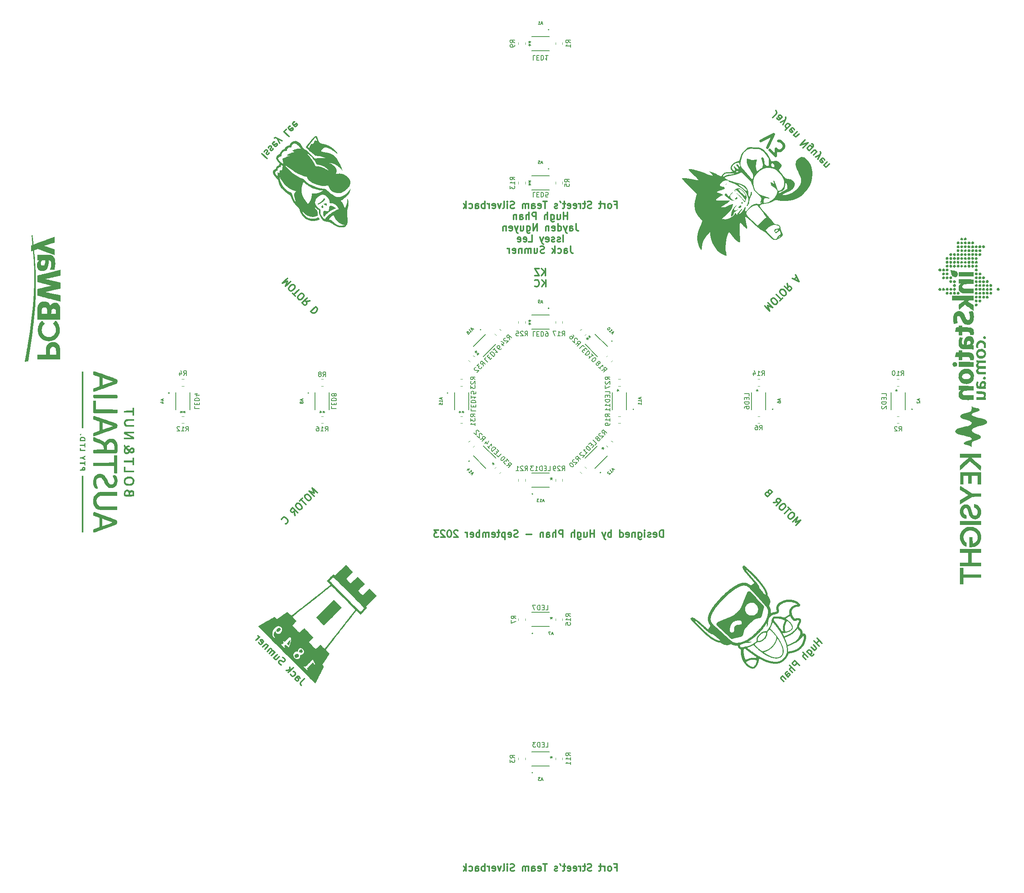
<source format=gbr>
%TF.GenerationSoftware,KiCad,Pcbnew,7.0.6-0*%
%TF.CreationDate,2023-09-17T18:40:18+10:00*%
%TF.ProjectId,Line 3.1,4c696e65-2033-42e3-912e-6b696361645f,rev?*%
%TF.SameCoordinates,Original*%
%TF.FileFunction,Legend,Bot*%
%TF.FilePolarity,Positive*%
%FSLAX46Y46*%
G04 Gerber Fmt 4.6, Leading zero omitted, Abs format (unit mm)*
G04 Created by KiCad (PCBNEW 7.0.6-0) date 2023-09-17 18:40:18*
%MOMM*%
%LPD*%
G01*
G04 APERTURE LIST*
%ADD10C,0.300000*%
%ADD11C,0.600000*%
%ADD12C,0.150000*%
%ADD13C,0.152400*%
%ADD14C,0.200000*%
%ADD15C,0.120000*%
G04 APERTURE END LIST*
D10*
X165999998Y-250392614D02*
X166499998Y-250392614D01*
X166499998Y-251178328D02*
X166499998Y-249678328D01*
X166499998Y-249678328D02*
X165785712Y-249678328D01*
X164999998Y-251178328D02*
X165142855Y-251106900D01*
X165142855Y-251106900D02*
X165214284Y-251035471D01*
X165214284Y-251035471D02*
X165285712Y-250892614D01*
X165285712Y-250892614D02*
X165285712Y-250464042D01*
X165285712Y-250464042D02*
X165214284Y-250321185D01*
X165214284Y-250321185D02*
X165142855Y-250249757D01*
X165142855Y-250249757D02*
X164999998Y-250178328D01*
X164999998Y-250178328D02*
X164785712Y-250178328D01*
X164785712Y-250178328D02*
X164642855Y-250249757D01*
X164642855Y-250249757D02*
X164571427Y-250321185D01*
X164571427Y-250321185D02*
X164499998Y-250464042D01*
X164499998Y-250464042D02*
X164499998Y-250892614D01*
X164499998Y-250892614D02*
X164571427Y-251035471D01*
X164571427Y-251035471D02*
X164642855Y-251106900D01*
X164642855Y-251106900D02*
X164785712Y-251178328D01*
X164785712Y-251178328D02*
X164999998Y-251178328D01*
X163857141Y-251178328D02*
X163857141Y-250178328D01*
X163857141Y-250464042D02*
X163785712Y-250321185D01*
X163785712Y-250321185D02*
X163714284Y-250249757D01*
X163714284Y-250249757D02*
X163571426Y-250178328D01*
X163571426Y-250178328D02*
X163428569Y-250178328D01*
X163142855Y-250178328D02*
X162571427Y-250178328D01*
X162928570Y-249678328D02*
X162928570Y-250964042D01*
X162928570Y-250964042D02*
X162857141Y-251106900D01*
X162857141Y-251106900D02*
X162714284Y-251178328D01*
X162714284Y-251178328D02*
X162571427Y-251178328D01*
X160999998Y-251106900D02*
X160785713Y-251178328D01*
X160785713Y-251178328D02*
X160428570Y-251178328D01*
X160428570Y-251178328D02*
X160285713Y-251106900D01*
X160285713Y-251106900D02*
X160214284Y-251035471D01*
X160214284Y-251035471D02*
X160142855Y-250892614D01*
X160142855Y-250892614D02*
X160142855Y-250749757D01*
X160142855Y-250749757D02*
X160214284Y-250606900D01*
X160214284Y-250606900D02*
X160285713Y-250535471D01*
X160285713Y-250535471D02*
X160428570Y-250464042D01*
X160428570Y-250464042D02*
X160714284Y-250392614D01*
X160714284Y-250392614D02*
X160857141Y-250321185D01*
X160857141Y-250321185D02*
X160928570Y-250249757D01*
X160928570Y-250249757D02*
X160999998Y-250106900D01*
X160999998Y-250106900D02*
X160999998Y-249964042D01*
X160999998Y-249964042D02*
X160928570Y-249821185D01*
X160928570Y-249821185D02*
X160857141Y-249749757D01*
X160857141Y-249749757D02*
X160714284Y-249678328D01*
X160714284Y-249678328D02*
X160357141Y-249678328D01*
X160357141Y-249678328D02*
X160142855Y-249749757D01*
X159714284Y-250178328D02*
X159142856Y-250178328D01*
X159499999Y-249678328D02*
X159499999Y-250964042D01*
X159499999Y-250964042D02*
X159428570Y-251106900D01*
X159428570Y-251106900D02*
X159285713Y-251178328D01*
X159285713Y-251178328D02*
X159142856Y-251178328D01*
X158642856Y-251178328D02*
X158642856Y-250178328D01*
X158642856Y-250464042D02*
X158571427Y-250321185D01*
X158571427Y-250321185D02*
X158499999Y-250249757D01*
X158499999Y-250249757D02*
X158357141Y-250178328D01*
X158357141Y-250178328D02*
X158214284Y-250178328D01*
X157142856Y-251106900D02*
X157285713Y-251178328D01*
X157285713Y-251178328D02*
X157571428Y-251178328D01*
X157571428Y-251178328D02*
X157714285Y-251106900D01*
X157714285Y-251106900D02*
X157785713Y-250964042D01*
X157785713Y-250964042D02*
X157785713Y-250392614D01*
X157785713Y-250392614D02*
X157714285Y-250249757D01*
X157714285Y-250249757D02*
X157571428Y-250178328D01*
X157571428Y-250178328D02*
X157285713Y-250178328D01*
X157285713Y-250178328D02*
X157142856Y-250249757D01*
X157142856Y-250249757D02*
X157071428Y-250392614D01*
X157071428Y-250392614D02*
X157071428Y-250535471D01*
X157071428Y-250535471D02*
X157785713Y-250678328D01*
X155857142Y-251106900D02*
X155999999Y-251178328D01*
X155999999Y-251178328D02*
X156285714Y-251178328D01*
X156285714Y-251178328D02*
X156428571Y-251106900D01*
X156428571Y-251106900D02*
X156499999Y-250964042D01*
X156499999Y-250964042D02*
X156499999Y-250392614D01*
X156499999Y-250392614D02*
X156428571Y-250249757D01*
X156428571Y-250249757D02*
X156285714Y-250178328D01*
X156285714Y-250178328D02*
X155999999Y-250178328D01*
X155999999Y-250178328D02*
X155857142Y-250249757D01*
X155857142Y-250249757D02*
X155785714Y-250392614D01*
X155785714Y-250392614D02*
X155785714Y-250535471D01*
X155785714Y-250535471D02*
X156499999Y-250678328D01*
X155357142Y-250178328D02*
X154785714Y-250178328D01*
X155142857Y-249678328D02*
X155142857Y-250964042D01*
X155142857Y-250964042D02*
X155071428Y-251106900D01*
X155071428Y-251106900D02*
X154928571Y-251178328D01*
X154928571Y-251178328D02*
X154785714Y-251178328D01*
X154214285Y-249678328D02*
X154357142Y-249964042D01*
X153642856Y-251106900D02*
X153499999Y-251178328D01*
X153499999Y-251178328D02*
X153214285Y-251178328D01*
X153214285Y-251178328D02*
X153071428Y-251106900D01*
X153071428Y-251106900D02*
X152999999Y-250964042D01*
X152999999Y-250964042D02*
X152999999Y-250892614D01*
X152999999Y-250892614D02*
X153071428Y-250749757D01*
X153071428Y-250749757D02*
X153214285Y-250678328D01*
X153214285Y-250678328D02*
X153428571Y-250678328D01*
X153428571Y-250678328D02*
X153571428Y-250606900D01*
X153571428Y-250606900D02*
X153642856Y-250464042D01*
X153642856Y-250464042D02*
X153642856Y-250392614D01*
X153642856Y-250392614D02*
X153571428Y-250249757D01*
X153571428Y-250249757D02*
X153428571Y-250178328D01*
X153428571Y-250178328D02*
X153214285Y-250178328D01*
X153214285Y-250178328D02*
X153071428Y-250249757D01*
X151428570Y-249678328D02*
X150571428Y-249678328D01*
X150999999Y-251178328D02*
X150999999Y-249678328D01*
X149499999Y-251106900D02*
X149642856Y-251178328D01*
X149642856Y-251178328D02*
X149928571Y-251178328D01*
X149928571Y-251178328D02*
X150071428Y-251106900D01*
X150071428Y-251106900D02*
X150142856Y-250964042D01*
X150142856Y-250964042D02*
X150142856Y-250392614D01*
X150142856Y-250392614D02*
X150071428Y-250249757D01*
X150071428Y-250249757D02*
X149928571Y-250178328D01*
X149928571Y-250178328D02*
X149642856Y-250178328D01*
X149642856Y-250178328D02*
X149499999Y-250249757D01*
X149499999Y-250249757D02*
X149428571Y-250392614D01*
X149428571Y-250392614D02*
X149428571Y-250535471D01*
X149428571Y-250535471D02*
X150142856Y-250678328D01*
X148142857Y-251178328D02*
X148142857Y-250392614D01*
X148142857Y-250392614D02*
X148214285Y-250249757D01*
X148214285Y-250249757D02*
X148357142Y-250178328D01*
X148357142Y-250178328D02*
X148642857Y-250178328D01*
X148642857Y-250178328D02*
X148785714Y-250249757D01*
X148142857Y-251106900D02*
X148285714Y-251178328D01*
X148285714Y-251178328D02*
X148642857Y-251178328D01*
X148642857Y-251178328D02*
X148785714Y-251106900D01*
X148785714Y-251106900D02*
X148857142Y-250964042D01*
X148857142Y-250964042D02*
X148857142Y-250821185D01*
X148857142Y-250821185D02*
X148785714Y-250678328D01*
X148785714Y-250678328D02*
X148642857Y-250606900D01*
X148642857Y-250606900D02*
X148285714Y-250606900D01*
X148285714Y-250606900D02*
X148142857Y-250535471D01*
X147428571Y-251178328D02*
X147428571Y-250178328D01*
X147428571Y-250321185D02*
X147357142Y-250249757D01*
X147357142Y-250249757D02*
X147214285Y-250178328D01*
X147214285Y-250178328D02*
X146999999Y-250178328D01*
X146999999Y-250178328D02*
X146857142Y-250249757D01*
X146857142Y-250249757D02*
X146785714Y-250392614D01*
X146785714Y-250392614D02*
X146785714Y-251178328D01*
X146785714Y-250392614D02*
X146714285Y-250249757D01*
X146714285Y-250249757D02*
X146571428Y-250178328D01*
X146571428Y-250178328D02*
X146357142Y-250178328D01*
X146357142Y-250178328D02*
X146214285Y-250249757D01*
X146214285Y-250249757D02*
X146142856Y-250392614D01*
X146142856Y-250392614D02*
X146142856Y-251178328D01*
X144357142Y-251106900D02*
X144142857Y-251178328D01*
X144142857Y-251178328D02*
X143785714Y-251178328D01*
X143785714Y-251178328D02*
X143642857Y-251106900D01*
X143642857Y-251106900D02*
X143571428Y-251035471D01*
X143571428Y-251035471D02*
X143499999Y-250892614D01*
X143499999Y-250892614D02*
X143499999Y-250749757D01*
X143499999Y-250749757D02*
X143571428Y-250606900D01*
X143571428Y-250606900D02*
X143642857Y-250535471D01*
X143642857Y-250535471D02*
X143785714Y-250464042D01*
X143785714Y-250464042D02*
X144071428Y-250392614D01*
X144071428Y-250392614D02*
X144214285Y-250321185D01*
X144214285Y-250321185D02*
X144285714Y-250249757D01*
X144285714Y-250249757D02*
X144357142Y-250106900D01*
X144357142Y-250106900D02*
X144357142Y-249964042D01*
X144357142Y-249964042D02*
X144285714Y-249821185D01*
X144285714Y-249821185D02*
X144214285Y-249749757D01*
X144214285Y-249749757D02*
X144071428Y-249678328D01*
X144071428Y-249678328D02*
X143714285Y-249678328D01*
X143714285Y-249678328D02*
X143499999Y-249749757D01*
X142857143Y-251178328D02*
X142857143Y-250178328D01*
X142857143Y-249678328D02*
X142928571Y-249749757D01*
X142928571Y-249749757D02*
X142857143Y-249821185D01*
X142857143Y-249821185D02*
X142785714Y-249749757D01*
X142785714Y-249749757D02*
X142857143Y-249678328D01*
X142857143Y-249678328D02*
X142857143Y-249821185D01*
X141928571Y-251178328D02*
X142071428Y-251106900D01*
X142071428Y-251106900D02*
X142142857Y-250964042D01*
X142142857Y-250964042D02*
X142142857Y-249678328D01*
X141500000Y-250178328D02*
X141142857Y-251178328D01*
X141142857Y-251178328D02*
X140785714Y-250178328D01*
X139642857Y-251106900D02*
X139785714Y-251178328D01*
X139785714Y-251178328D02*
X140071429Y-251178328D01*
X140071429Y-251178328D02*
X140214286Y-251106900D01*
X140214286Y-251106900D02*
X140285714Y-250964042D01*
X140285714Y-250964042D02*
X140285714Y-250392614D01*
X140285714Y-250392614D02*
X140214286Y-250249757D01*
X140214286Y-250249757D02*
X140071429Y-250178328D01*
X140071429Y-250178328D02*
X139785714Y-250178328D01*
X139785714Y-250178328D02*
X139642857Y-250249757D01*
X139642857Y-250249757D02*
X139571429Y-250392614D01*
X139571429Y-250392614D02*
X139571429Y-250535471D01*
X139571429Y-250535471D02*
X140285714Y-250678328D01*
X138928572Y-251178328D02*
X138928572Y-250178328D01*
X138928572Y-250464042D02*
X138857143Y-250321185D01*
X138857143Y-250321185D02*
X138785715Y-250249757D01*
X138785715Y-250249757D02*
X138642857Y-250178328D01*
X138642857Y-250178328D02*
X138500000Y-250178328D01*
X138000001Y-251178328D02*
X138000001Y-249678328D01*
X138000001Y-250249757D02*
X137857144Y-250178328D01*
X137857144Y-250178328D02*
X137571429Y-250178328D01*
X137571429Y-250178328D02*
X137428572Y-250249757D01*
X137428572Y-250249757D02*
X137357144Y-250321185D01*
X137357144Y-250321185D02*
X137285715Y-250464042D01*
X137285715Y-250464042D02*
X137285715Y-250892614D01*
X137285715Y-250892614D02*
X137357144Y-251035471D01*
X137357144Y-251035471D02*
X137428572Y-251106900D01*
X137428572Y-251106900D02*
X137571429Y-251178328D01*
X137571429Y-251178328D02*
X137857144Y-251178328D01*
X137857144Y-251178328D02*
X138000001Y-251106900D01*
X136000001Y-251178328D02*
X136000001Y-250392614D01*
X136000001Y-250392614D02*
X136071429Y-250249757D01*
X136071429Y-250249757D02*
X136214286Y-250178328D01*
X136214286Y-250178328D02*
X136500001Y-250178328D01*
X136500001Y-250178328D02*
X136642858Y-250249757D01*
X136000001Y-251106900D02*
X136142858Y-251178328D01*
X136142858Y-251178328D02*
X136500001Y-251178328D01*
X136500001Y-251178328D02*
X136642858Y-251106900D01*
X136642858Y-251106900D02*
X136714286Y-250964042D01*
X136714286Y-250964042D02*
X136714286Y-250821185D01*
X136714286Y-250821185D02*
X136642858Y-250678328D01*
X136642858Y-250678328D02*
X136500001Y-250606900D01*
X136500001Y-250606900D02*
X136142858Y-250606900D01*
X136142858Y-250606900D02*
X136000001Y-250535471D01*
X134642858Y-251106900D02*
X134785715Y-251178328D01*
X134785715Y-251178328D02*
X135071429Y-251178328D01*
X135071429Y-251178328D02*
X135214286Y-251106900D01*
X135214286Y-251106900D02*
X135285715Y-251035471D01*
X135285715Y-251035471D02*
X135357143Y-250892614D01*
X135357143Y-250892614D02*
X135357143Y-250464042D01*
X135357143Y-250464042D02*
X135285715Y-250321185D01*
X135285715Y-250321185D02*
X135214286Y-250249757D01*
X135214286Y-250249757D02*
X135071429Y-250178328D01*
X135071429Y-250178328D02*
X134785715Y-250178328D01*
X134785715Y-250178328D02*
X134642858Y-250249757D01*
X134000001Y-251178328D02*
X134000001Y-249678328D01*
X133857144Y-250606900D02*
X133428572Y-251178328D01*
X133428572Y-250178328D02*
X134000001Y-250749757D01*
D11*
X197370812Y-93944759D02*
X200199239Y-92530545D01*
X200199239Y-92530545D02*
X198785026Y-95358972D01*
X199290102Y-95864049D02*
X200603301Y-97177247D01*
X200603301Y-97177247D02*
X200704316Y-95662018D01*
X200704316Y-95662018D02*
X201007362Y-95965064D01*
X201007362Y-95965064D02*
X201310407Y-96066079D01*
X201310407Y-96066079D02*
X201512438Y-96066079D01*
X201512438Y-96066079D02*
X201815484Y-95965064D01*
X201815484Y-95965064D02*
X202320560Y-95459988D01*
X202320560Y-95459988D02*
X202421575Y-95156942D01*
X202421575Y-95156942D02*
X202421575Y-94954912D01*
X202421575Y-94954912D02*
X202320560Y-94651866D01*
X202320560Y-94651866D02*
X201714468Y-94045774D01*
X201714468Y-94045774D02*
X201411423Y-93944759D01*
X201411423Y-93944759D02*
X201209392Y-93944759D01*
D10*
X165999998Y-107690114D02*
X166499998Y-107690114D01*
X166499998Y-108475828D02*
X166499998Y-106975828D01*
X166499998Y-106975828D02*
X165785712Y-106975828D01*
X164999998Y-108475828D02*
X165142855Y-108404400D01*
X165142855Y-108404400D02*
X165214284Y-108332971D01*
X165214284Y-108332971D02*
X165285712Y-108190114D01*
X165285712Y-108190114D02*
X165285712Y-107761542D01*
X165285712Y-107761542D02*
X165214284Y-107618685D01*
X165214284Y-107618685D02*
X165142855Y-107547257D01*
X165142855Y-107547257D02*
X164999998Y-107475828D01*
X164999998Y-107475828D02*
X164785712Y-107475828D01*
X164785712Y-107475828D02*
X164642855Y-107547257D01*
X164642855Y-107547257D02*
X164571427Y-107618685D01*
X164571427Y-107618685D02*
X164499998Y-107761542D01*
X164499998Y-107761542D02*
X164499998Y-108190114D01*
X164499998Y-108190114D02*
X164571427Y-108332971D01*
X164571427Y-108332971D02*
X164642855Y-108404400D01*
X164642855Y-108404400D02*
X164785712Y-108475828D01*
X164785712Y-108475828D02*
X164999998Y-108475828D01*
X163857141Y-108475828D02*
X163857141Y-107475828D01*
X163857141Y-107761542D02*
X163785712Y-107618685D01*
X163785712Y-107618685D02*
X163714284Y-107547257D01*
X163714284Y-107547257D02*
X163571426Y-107475828D01*
X163571426Y-107475828D02*
X163428569Y-107475828D01*
X163142855Y-107475828D02*
X162571427Y-107475828D01*
X162928570Y-106975828D02*
X162928570Y-108261542D01*
X162928570Y-108261542D02*
X162857141Y-108404400D01*
X162857141Y-108404400D02*
X162714284Y-108475828D01*
X162714284Y-108475828D02*
X162571427Y-108475828D01*
X160999998Y-108404400D02*
X160785713Y-108475828D01*
X160785713Y-108475828D02*
X160428570Y-108475828D01*
X160428570Y-108475828D02*
X160285713Y-108404400D01*
X160285713Y-108404400D02*
X160214284Y-108332971D01*
X160214284Y-108332971D02*
X160142855Y-108190114D01*
X160142855Y-108190114D02*
X160142855Y-108047257D01*
X160142855Y-108047257D02*
X160214284Y-107904400D01*
X160214284Y-107904400D02*
X160285713Y-107832971D01*
X160285713Y-107832971D02*
X160428570Y-107761542D01*
X160428570Y-107761542D02*
X160714284Y-107690114D01*
X160714284Y-107690114D02*
X160857141Y-107618685D01*
X160857141Y-107618685D02*
X160928570Y-107547257D01*
X160928570Y-107547257D02*
X160999998Y-107404400D01*
X160999998Y-107404400D02*
X160999998Y-107261542D01*
X160999998Y-107261542D02*
X160928570Y-107118685D01*
X160928570Y-107118685D02*
X160857141Y-107047257D01*
X160857141Y-107047257D02*
X160714284Y-106975828D01*
X160714284Y-106975828D02*
X160357141Y-106975828D01*
X160357141Y-106975828D02*
X160142855Y-107047257D01*
X159714284Y-107475828D02*
X159142856Y-107475828D01*
X159499999Y-106975828D02*
X159499999Y-108261542D01*
X159499999Y-108261542D02*
X159428570Y-108404400D01*
X159428570Y-108404400D02*
X159285713Y-108475828D01*
X159285713Y-108475828D02*
X159142856Y-108475828D01*
X158642856Y-108475828D02*
X158642856Y-107475828D01*
X158642856Y-107761542D02*
X158571427Y-107618685D01*
X158571427Y-107618685D02*
X158499999Y-107547257D01*
X158499999Y-107547257D02*
X158357141Y-107475828D01*
X158357141Y-107475828D02*
X158214284Y-107475828D01*
X157142856Y-108404400D02*
X157285713Y-108475828D01*
X157285713Y-108475828D02*
X157571428Y-108475828D01*
X157571428Y-108475828D02*
X157714285Y-108404400D01*
X157714285Y-108404400D02*
X157785713Y-108261542D01*
X157785713Y-108261542D02*
X157785713Y-107690114D01*
X157785713Y-107690114D02*
X157714285Y-107547257D01*
X157714285Y-107547257D02*
X157571428Y-107475828D01*
X157571428Y-107475828D02*
X157285713Y-107475828D01*
X157285713Y-107475828D02*
X157142856Y-107547257D01*
X157142856Y-107547257D02*
X157071428Y-107690114D01*
X157071428Y-107690114D02*
X157071428Y-107832971D01*
X157071428Y-107832971D02*
X157785713Y-107975828D01*
X155857142Y-108404400D02*
X155999999Y-108475828D01*
X155999999Y-108475828D02*
X156285714Y-108475828D01*
X156285714Y-108475828D02*
X156428571Y-108404400D01*
X156428571Y-108404400D02*
X156499999Y-108261542D01*
X156499999Y-108261542D02*
X156499999Y-107690114D01*
X156499999Y-107690114D02*
X156428571Y-107547257D01*
X156428571Y-107547257D02*
X156285714Y-107475828D01*
X156285714Y-107475828D02*
X155999999Y-107475828D01*
X155999999Y-107475828D02*
X155857142Y-107547257D01*
X155857142Y-107547257D02*
X155785714Y-107690114D01*
X155785714Y-107690114D02*
X155785714Y-107832971D01*
X155785714Y-107832971D02*
X156499999Y-107975828D01*
X155357142Y-107475828D02*
X154785714Y-107475828D01*
X155142857Y-106975828D02*
X155142857Y-108261542D01*
X155142857Y-108261542D02*
X155071428Y-108404400D01*
X155071428Y-108404400D02*
X154928571Y-108475828D01*
X154928571Y-108475828D02*
X154785714Y-108475828D01*
X154214285Y-106975828D02*
X154357142Y-107261542D01*
X153642856Y-108404400D02*
X153499999Y-108475828D01*
X153499999Y-108475828D02*
X153214285Y-108475828D01*
X153214285Y-108475828D02*
X153071428Y-108404400D01*
X153071428Y-108404400D02*
X152999999Y-108261542D01*
X152999999Y-108261542D02*
X152999999Y-108190114D01*
X152999999Y-108190114D02*
X153071428Y-108047257D01*
X153071428Y-108047257D02*
X153214285Y-107975828D01*
X153214285Y-107975828D02*
X153428571Y-107975828D01*
X153428571Y-107975828D02*
X153571428Y-107904400D01*
X153571428Y-107904400D02*
X153642856Y-107761542D01*
X153642856Y-107761542D02*
X153642856Y-107690114D01*
X153642856Y-107690114D02*
X153571428Y-107547257D01*
X153571428Y-107547257D02*
X153428571Y-107475828D01*
X153428571Y-107475828D02*
X153214285Y-107475828D01*
X153214285Y-107475828D02*
X153071428Y-107547257D01*
X151428570Y-106975828D02*
X150571428Y-106975828D01*
X150999999Y-108475828D02*
X150999999Y-106975828D01*
X149499999Y-108404400D02*
X149642856Y-108475828D01*
X149642856Y-108475828D02*
X149928571Y-108475828D01*
X149928571Y-108475828D02*
X150071428Y-108404400D01*
X150071428Y-108404400D02*
X150142856Y-108261542D01*
X150142856Y-108261542D02*
X150142856Y-107690114D01*
X150142856Y-107690114D02*
X150071428Y-107547257D01*
X150071428Y-107547257D02*
X149928571Y-107475828D01*
X149928571Y-107475828D02*
X149642856Y-107475828D01*
X149642856Y-107475828D02*
X149499999Y-107547257D01*
X149499999Y-107547257D02*
X149428571Y-107690114D01*
X149428571Y-107690114D02*
X149428571Y-107832971D01*
X149428571Y-107832971D02*
X150142856Y-107975828D01*
X148142857Y-108475828D02*
X148142857Y-107690114D01*
X148142857Y-107690114D02*
X148214285Y-107547257D01*
X148214285Y-107547257D02*
X148357142Y-107475828D01*
X148357142Y-107475828D02*
X148642857Y-107475828D01*
X148642857Y-107475828D02*
X148785714Y-107547257D01*
X148142857Y-108404400D02*
X148285714Y-108475828D01*
X148285714Y-108475828D02*
X148642857Y-108475828D01*
X148642857Y-108475828D02*
X148785714Y-108404400D01*
X148785714Y-108404400D02*
X148857142Y-108261542D01*
X148857142Y-108261542D02*
X148857142Y-108118685D01*
X148857142Y-108118685D02*
X148785714Y-107975828D01*
X148785714Y-107975828D02*
X148642857Y-107904400D01*
X148642857Y-107904400D02*
X148285714Y-107904400D01*
X148285714Y-107904400D02*
X148142857Y-107832971D01*
X147428571Y-108475828D02*
X147428571Y-107475828D01*
X147428571Y-107618685D02*
X147357142Y-107547257D01*
X147357142Y-107547257D02*
X147214285Y-107475828D01*
X147214285Y-107475828D02*
X146999999Y-107475828D01*
X146999999Y-107475828D02*
X146857142Y-107547257D01*
X146857142Y-107547257D02*
X146785714Y-107690114D01*
X146785714Y-107690114D02*
X146785714Y-108475828D01*
X146785714Y-107690114D02*
X146714285Y-107547257D01*
X146714285Y-107547257D02*
X146571428Y-107475828D01*
X146571428Y-107475828D02*
X146357142Y-107475828D01*
X146357142Y-107475828D02*
X146214285Y-107547257D01*
X146214285Y-107547257D02*
X146142856Y-107690114D01*
X146142856Y-107690114D02*
X146142856Y-108475828D01*
X144357142Y-108404400D02*
X144142857Y-108475828D01*
X144142857Y-108475828D02*
X143785714Y-108475828D01*
X143785714Y-108475828D02*
X143642857Y-108404400D01*
X143642857Y-108404400D02*
X143571428Y-108332971D01*
X143571428Y-108332971D02*
X143499999Y-108190114D01*
X143499999Y-108190114D02*
X143499999Y-108047257D01*
X143499999Y-108047257D02*
X143571428Y-107904400D01*
X143571428Y-107904400D02*
X143642857Y-107832971D01*
X143642857Y-107832971D02*
X143785714Y-107761542D01*
X143785714Y-107761542D02*
X144071428Y-107690114D01*
X144071428Y-107690114D02*
X144214285Y-107618685D01*
X144214285Y-107618685D02*
X144285714Y-107547257D01*
X144285714Y-107547257D02*
X144357142Y-107404400D01*
X144357142Y-107404400D02*
X144357142Y-107261542D01*
X144357142Y-107261542D02*
X144285714Y-107118685D01*
X144285714Y-107118685D02*
X144214285Y-107047257D01*
X144214285Y-107047257D02*
X144071428Y-106975828D01*
X144071428Y-106975828D02*
X143714285Y-106975828D01*
X143714285Y-106975828D02*
X143499999Y-107047257D01*
X142857143Y-108475828D02*
X142857143Y-107475828D01*
X142857143Y-106975828D02*
X142928571Y-107047257D01*
X142928571Y-107047257D02*
X142857143Y-107118685D01*
X142857143Y-107118685D02*
X142785714Y-107047257D01*
X142785714Y-107047257D02*
X142857143Y-106975828D01*
X142857143Y-106975828D02*
X142857143Y-107118685D01*
X141928571Y-108475828D02*
X142071428Y-108404400D01*
X142071428Y-108404400D02*
X142142857Y-108261542D01*
X142142857Y-108261542D02*
X142142857Y-106975828D01*
X141500000Y-107475828D02*
X141142857Y-108475828D01*
X141142857Y-108475828D02*
X140785714Y-107475828D01*
X139642857Y-108404400D02*
X139785714Y-108475828D01*
X139785714Y-108475828D02*
X140071429Y-108475828D01*
X140071429Y-108475828D02*
X140214286Y-108404400D01*
X140214286Y-108404400D02*
X140285714Y-108261542D01*
X140285714Y-108261542D02*
X140285714Y-107690114D01*
X140285714Y-107690114D02*
X140214286Y-107547257D01*
X140214286Y-107547257D02*
X140071429Y-107475828D01*
X140071429Y-107475828D02*
X139785714Y-107475828D01*
X139785714Y-107475828D02*
X139642857Y-107547257D01*
X139642857Y-107547257D02*
X139571429Y-107690114D01*
X139571429Y-107690114D02*
X139571429Y-107832971D01*
X139571429Y-107832971D02*
X140285714Y-107975828D01*
X138928572Y-108475828D02*
X138928572Y-107475828D01*
X138928572Y-107761542D02*
X138857143Y-107618685D01*
X138857143Y-107618685D02*
X138785715Y-107547257D01*
X138785715Y-107547257D02*
X138642857Y-107475828D01*
X138642857Y-107475828D02*
X138500000Y-107475828D01*
X138000001Y-108475828D02*
X138000001Y-106975828D01*
X138000001Y-107547257D02*
X137857144Y-107475828D01*
X137857144Y-107475828D02*
X137571429Y-107475828D01*
X137571429Y-107475828D02*
X137428572Y-107547257D01*
X137428572Y-107547257D02*
X137357144Y-107618685D01*
X137357144Y-107618685D02*
X137285715Y-107761542D01*
X137285715Y-107761542D02*
X137285715Y-108190114D01*
X137285715Y-108190114D02*
X137357144Y-108332971D01*
X137357144Y-108332971D02*
X137428572Y-108404400D01*
X137428572Y-108404400D02*
X137571429Y-108475828D01*
X137571429Y-108475828D02*
X137857144Y-108475828D01*
X137857144Y-108475828D02*
X138000001Y-108404400D01*
X136000001Y-108475828D02*
X136000001Y-107690114D01*
X136000001Y-107690114D02*
X136071429Y-107547257D01*
X136071429Y-107547257D02*
X136214286Y-107475828D01*
X136214286Y-107475828D02*
X136500001Y-107475828D01*
X136500001Y-107475828D02*
X136642858Y-107547257D01*
X136000001Y-108404400D02*
X136142858Y-108475828D01*
X136142858Y-108475828D02*
X136500001Y-108475828D01*
X136500001Y-108475828D02*
X136642858Y-108404400D01*
X136642858Y-108404400D02*
X136714286Y-108261542D01*
X136714286Y-108261542D02*
X136714286Y-108118685D01*
X136714286Y-108118685D02*
X136642858Y-107975828D01*
X136642858Y-107975828D02*
X136500001Y-107904400D01*
X136500001Y-107904400D02*
X136142858Y-107904400D01*
X136142858Y-107904400D02*
X136000001Y-107832971D01*
X134642858Y-108404400D02*
X134785715Y-108475828D01*
X134785715Y-108475828D02*
X135071429Y-108475828D01*
X135071429Y-108475828D02*
X135214286Y-108404400D01*
X135214286Y-108404400D02*
X135285715Y-108332971D01*
X135285715Y-108332971D02*
X135357143Y-108190114D01*
X135357143Y-108190114D02*
X135357143Y-107761542D01*
X135357143Y-107761542D02*
X135285715Y-107618685D01*
X135285715Y-107618685D02*
X135214286Y-107547257D01*
X135214286Y-107547257D02*
X135071429Y-107475828D01*
X135071429Y-107475828D02*
X134785715Y-107475828D01*
X134785715Y-107475828D02*
X134642858Y-107547257D01*
X134000001Y-108475828D02*
X134000001Y-106975828D01*
X133857144Y-107904400D02*
X133428572Y-108475828D01*
X133428572Y-107475828D02*
X134000001Y-108047257D01*
X155821429Y-110890828D02*
X155821429Y-109390828D01*
X155821429Y-110105114D02*
X154964286Y-110105114D01*
X154964286Y-110890828D02*
X154964286Y-109390828D01*
X153607143Y-109890828D02*
X153607143Y-110890828D01*
X154250000Y-109890828D02*
X154250000Y-110676542D01*
X154250000Y-110676542D02*
X154178571Y-110819400D01*
X154178571Y-110819400D02*
X154035714Y-110890828D01*
X154035714Y-110890828D02*
X153821428Y-110890828D01*
X153821428Y-110890828D02*
X153678571Y-110819400D01*
X153678571Y-110819400D02*
X153607143Y-110747971D01*
X152250000Y-109890828D02*
X152250000Y-111105114D01*
X152250000Y-111105114D02*
X152321428Y-111247971D01*
X152321428Y-111247971D02*
X152392857Y-111319400D01*
X152392857Y-111319400D02*
X152535714Y-111390828D01*
X152535714Y-111390828D02*
X152750000Y-111390828D01*
X152750000Y-111390828D02*
X152892857Y-111319400D01*
X152250000Y-110819400D02*
X152392857Y-110890828D01*
X152392857Y-110890828D02*
X152678571Y-110890828D01*
X152678571Y-110890828D02*
X152821428Y-110819400D01*
X152821428Y-110819400D02*
X152892857Y-110747971D01*
X152892857Y-110747971D02*
X152964285Y-110605114D01*
X152964285Y-110605114D02*
X152964285Y-110176542D01*
X152964285Y-110176542D02*
X152892857Y-110033685D01*
X152892857Y-110033685D02*
X152821428Y-109962257D01*
X152821428Y-109962257D02*
X152678571Y-109890828D01*
X152678571Y-109890828D02*
X152392857Y-109890828D01*
X152392857Y-109890828D02*
X152250000Y-109962257D01*
X151535714Y-110890828D02*
X151535714Y-109390828D01*
X150892857Y-110890828D02*
X150892857Y-110105114D01*
X150892857Y-110105114D02*
X150964285Y-109962257D01*
X150964285Y-109962257D02*
X151107142Y-109890828D01*
X151107142Y-109890828D02*
X151321428Y-109890828D01*
X151321428Y-109890828D02*
X151464285Y-109962257D01*
X151464285Y-109962257D02*
X151535714Y-110033685D01*
X149035714Y-110890828D02*
X149035714Y-109390828D01*
X149035714Y-109390828D02*
X148464285Y-109390828D01*
X148464285Y-109390828D02*
X148321428Y-109462257D01*
X148321428Y-109462257D02*
X148249999Y-109533685D01*
X148249999Y-109533685D02*
X148178571Y-109676542D01*
X148178571Y-109676542D02*
X148178571Y-109890828D01*
X148178571Y-109890828D02*
X148249999Y-110033685D01*
X148249999Y-110033685D02*
X148321428Y-110105114D01*
X148321428Y-110105114D02*
X148464285Y-110176542D01*
X148464285Y-110176542D02*
X149035714Y-110176542D01*
X147535714Y-110890828D02*
X147535714Y-109390828D01*
X146892857Y-110890828D02*
X146892857Y-110105114D01*
X146892857Y-110105114D02*
X146964285Y-109962257D01*
X146964285Y-109962257D02*
X147107142Y-109890828D01*
X147107142Y-109890828D02*
X147321428Y-109890828D01*
X147321428Y-109890828D02*
X147464285Y-109962257D01*
X147464285Y-109962257D02*
X147535714Y-110033685D01*
X145535714Y-110890828D02*
X145535714Y-110105114D01*
X145535714Y-110105114D02*
X145607142Y-109962257D01*
X145607142Y-109962257D02*
X145749999Y-109890828D01*
X145749999Y-109890828D02*
X146035714Y-109890828D01*
X146035714Y-109890828D02*
X146178571Y-109962257D01*
X145535714Y-110819400D02*
X145678571Y-110890828D01*
X145678571Y-110890828D02*
X146035714Y-110890828D01*
X146035714Y-110890828D02*
X146178571Y-110819400D01*
X146178571Y-110819400D02*
X146249999Y-110676542D01*
X146249999Y-110676542D02*
X146249999Y-110533685D01*
X146249999Y-110533685D02*
X146178571Y-110390828D01*
X146178571Y-110390828D02*
X146035714Y-110319400D01*
X146035714Y-110319400D02*
X145678571Y-110319400D01*
X145678571Y-110319400D02*
X145535714Y-110247971D01*
X144821428Y-109890828D02*
X144821428Y-110890828D01*
X144821428Y-110033685D02*
X144749999Y-109962257D01*
X144749999Y-109962257D02*
X144607142Y-109890828D01*
X144607142Y-109890828D02*
X144392856Y-109890828D01*
X144392856Y-109890828D02*
X144249999Y-109962257D01*
X144249999Y-109962257D02*
X144178571Y-110105114D01*
X144178571Y-110105114D02*
X144178571Y-110890828D01*
X157642856Y-111805828D02*
X157642856Y-112877257D01*
X157642856Y-112877257D02*
X157714285Y-113091542D01*
X157714285Y-113091542D02*
X157857142Y-113234400D01*
X157857142Y-113234400D02*
X158071428Y-113305828D01*
X158071428Y-113305828D02*
X158214285Y-113305828D01*
X156285714Y-113305828D02*
X156285714Y-112520114D01*
X156285714Y-112520114D02*
X156357142Y-112377257D01*
X156357142Y-112377257D02*
X156499999Y-112305828D01*
X156499999Y-112305828D02*
X156785714Y-112305828D01*
X156785714Y-112305828D02*
X156928571Y-112377257D01*
X156285714Y-113234400D02*
X156428571Y-113305828D01*
X156428571Y-113305828D02*
X156785714Y-113305828D01*
X156785714Y-113305828D02*
X156928571Y-113234400D01*
X156928571Y-113234400D02*
X156999999Y-113091542D01*
X156999999Y-113091542D02*
X156999999Y-112948685D01*
X156999999Y-112948685D02*
X156928571Y-112805828D01*
X156928571Y-112805828D02*
X156785714Y-112734400D01*
X156785714Y-112734400D02*
X156428571Y-112734400D01*
X156428571Y-112734400D02*
X156285714Y-112662971D01*
X155714285Y-112305828D02*
X155357142Y-113305828D01*
X154999999Y-112305828D02*
X155357142Y-113305828D01*
X155357142Y-113305828D02*
X155499999Y-113662971D01*
X155499999Y-113662971D02*
X155571428Y-113734400D01*
X155571428Y-113734400D02*
X155714285Y-113805828D01*
X153785714Y-113305828D02*
X153785714Y-111805828D01*
X153785714Y-113234400D02*
X153928571Y-113305828D01*
X153928571Y-113305828D02*
X154214285Y-113305828D01*
X154214285Y-113305828D02*
X154357142Y-113234400D01*
X154357142Y-113234400D02*
X154428571Y-113162971D01*
X154428571Y-113162971D02*
X154499999Y-113020114D01*
X154499999Y-113020114D02*
X154499999Y-112591542D01*
X154499999Y-112591542D02*
X154428571Y-112448685D01*
X154428571Y-112448685D02*
X154357142Y-112377257D01*
X154357142Y-112377257D02*
X154214285Y-112305828D01*
X154214285Y-112305828D02*
X153928571Y-112305828D01*
X153928571Y-112305828D02*
X153785714Y-112377257D01*
X152499999Y-113234400D02*
X152642856Y-113305828D01*
X152642856Y-113305828D02*
X152928571Y-113305828D01*
X152928571Y-113305828D02*
X153071428Y-113234400D01*
X153071428Y-113234400D02*
X153142856Y-113091542D01*
X153142856Y-113091542D02*
X153142856Y-112520114D01*
X153142856Y-112520114D02*
X153071428Y-112377257D01*
X153071428Y-112377257D02*
X152928571Y-112305828D01*
X152928571Y-112305828D02*
X152642856Y-112305828D01*
X152642856Y-112305828D02*
X152499999Y-112377257D01*
X152499999Y-112377257D02*
X152428571Y-112520114D01*
X152428571Y-112520114D02*
X152428571Y-112662971D01*
X152428571Y-112662971D02*
X153142856Y-112805828D01*
X151785714Y-112305828D02*
X151785714Y-113305828D01*
X151785714Y-112448685D02*
X151714285Y-112377257D01*
X151714285Y-112377257D02*
X151571428Y-112305828D01*
X151571428Y-112305828D02*
X151357142Y-112305828D01*
X151357142Y-112305828D02*
X151214285Y-112377257D01*
X151214285Y-112377257D02*
X151142857Y-112520114D01*
X151142857Y-112520114D02*
X151142857Y-113305828D01*
X149285714Y-113305828D02*
X149285714Y-111805828D01*
X149285714Y-111805828D02*
X148428571Y-113305828D01*
X148428571Y-113305828D02*
X148428571Y-111805828D01*
X147071428Y-112305828D02*
X147071428Y-113520114D01*
X147071428Y-113520114D02*
X147142856Y-113662971D01*
X147142856Y-113662971D02*
X147214285Y-113734400D01*
X147214285Y-113734400D02*
X147357142Y-113805828D01*
X147357142Y-113805828D02*
X147571428Y-113805828D01*
X147571428Y-113805828D02*
X147714285Y-113734400D01*
X147071428Y-113234400D02*
X147214285Y-113305828D01*
X147214285Y-113305828D02*
X147499999Y-113305828D01*
X147499999Y-113305828D02*
X147642856Y-113234400D01*
X147642856Y-113234400D02*
X147714285Y-113162971D01*
X147714285Y-113162971D02*
X147785713Y-113020114D01*
X147785713Y-113020114D02*
X147785713Y-112591542D01*
X147785713Y-112591542D02*
X147714285Y-112448685D01*
X147714285Y-112448685D02*
X147642856Y-112377257D01*
X147642856Y-112377257D02*
X147499999Y-112305828D01*
X147499999Y-112305828D02*
X147214285Y-112305828D01*
X147214285Y-112305828D02*
X147071428Y-112377257D01*
X145714285Y-112305828D02*
X145714285Y-113305828D01*
X146357142Y-112305828D02*
X146357142Y-113091542D01*
X146357142Y-113091542D02*
X146285713Y-113234400D01*
X146285713Y-113234400D02*
X146142856Y-113305828D01*
X146142856Y-113305828D02*
X145928570Y-113305828D01*
X145928570Y-113305828D02*
X145785713Y-113234400D01*
X145785713Y-113234400D02*
X145714285Y-113162971D01*
X145142856Y-112305828D02*
X144785713Y-113305828D01*
X144428570Y-112305828D02*
X144785713Y-113305828D01*
X144785713Y-113305828D02*
X144928570Y-113662971D01*
X144928570Y-113662971D02*
X144999999Y-113734400D01*
X144999999Y-113734400D02*
X145142856Y-113805828D01*
X143285713Y-113234400D02*
X143428570Y-113305828D01*
X143428570Y-113305828D02*
X143714285Y-113305828D01*
X143714285Y-113305828D02*
X143857142Y-113234400D01*
X143857142Y-113234400D02*
X143928570Y-113091542D01*
X143928570Y-113091542D02*
X143928570Y-112520114D01*
X143928570Y-112520114D02*
X143857142Y-112377257D01*
X143857142Y-112377257D02*
X143714285Y-112305828D01*
X143714285Y-112305828D02*
X143428570Y-112305828D01*
X143428570Y-112305828D02*
X143285713Y-112377257D01*
X143285713Y-112377257D02*
X143214285Y-112520114D01*
X143214285Y-112520114D02*
X143214285Y-112662971D01*
X143214285Y-112662971D02*
X143928570Y-112805828D01*
X142571428Y-112305828D02*
X142571428Y-113305828D01*
X142571428Y-112448685D02*
X142499999Y-112377257D01*
X142499999Y-112377257D02*
X142357142Y-112305828D01*
X142357142Y-112305828D02*
X142142856Y-112305828D01*
X142142856Y-112305828D02*
X141999999Y-112377257D01*
X141999999Y-112377257D02*
X141928571Y-112520114D01*
X141928571Y-112520114D02*
X141928571Y-113305828D01*
X154892857Y-115720828D02*
X154892857Y-114220828D01*
X154249999Y-115649400D02*
X154107142Y-115720828D01*
X154107142Y-115720828D02*
X153821428Y-115720828D01*
X153821428Y-115720828D02*
X153678571Y-115649400D01*
X153678571Y-115649400D02*
X153607142Y-115506542D01*
X153607142Y-115506542D02*
X153607142Y-115435114D01*
X153607142Y-115435114D02*
X153678571Y-115292257D01*
X153678571Y-115292257D02*
X153821428Y-115220828D01*
X153821428Y-115220828D02*
X154035714Y-115220828D01*
X154035714Y-115220828D02*
X154178571Y-115149400D01*
X154178571Y-115149400D02*
X154249999Y-115006542D01*
X154249999Y-115006542D02*
X154249999Y-114935114D01*
X154249999Y-114935114D02*
X154178571Y-114792257D01*
X154178571Y-114792257D02*
X154035714Y-114720828D01*
X154035714Y-114720828D02*
X153821428Y-114720828D01*
X153821428Y-114720828D02*
X153678571Y-114792257D01*
X153035713Y-115649400D02*
X152892856Y-115720828D01*
X152892856Y-115720828D02*
X152607142Y-115720828D01*
X152607142Y-115720828D02*
X152464285Y-115649400D01*
X152464285Y-115649400D02*
X152392856Y-115506542D01*
X152392856Y-115506542D02*
X152392856Y-115435114D01*
X152392856Y-115435114D02*
X152464285Y-115292257D01*
X152464285Y-115292257D02*
X152607142Y-115220828D01*
X152607142Y-115220828D02*
X152821428Y-115220828D01*
X152821428Y-115220828D02*
X152964285Y-115149400D01*
X152964285Y-115149400D02*
X153035713Y-115006542D01*
X153035713Y-115006542D02*
X153035713Y-114935114D01*
X153035713Y-114935114D02*
X152964285Y-114792257D01*
X152964285Y-114792257D02*
X152821428Y-114720828D01*
X152821428Y-114720828D02*
X152607142Y-114720828D01*
X152607142Y-114720828D02*
X152464285Y-114792257D01*
X151178570Y-115649400D02*
X151321427Y-115720828D01*
X151321427Y-115720828D02*
X151607142Y-115720828D01*
X151607142Y-115720828D02*
X151749999Y-115649400D01*
X151749999Y-115649400D02*
X151821427Y-115506542D01*
X151821427Y-115506542D02*
X151821427Y-114935114D01*
X151821427Y-114935114D02*
X151749999Y-114792257D01*
X151749999Y-114792257D02*
X151607142Y-114720828D01*
X151607142Y-114720828D02*
X151321427Y-114720828D01*
X151321427Y-114720828D02*
X151178570Y-114792257D01*
X151178570Y-114792257D02*
X151107142Y-114935114D01*
X151107142Y-114935114D02*
X151107142Y-115077971D01*
X151107142Y-115077971D02*
X151821427Y-115220828D01*
X150607142Y-114720828D02*
X150249999Y-115720828D01*
X149892856Y-114720828D02*
X150249999Y-115720828D01*
X150249999Y-115720828D02*
X150392856Y-116077971D01*
X150392856Y-116077971D02*
X150464285Y-116149400D01*
X150464285Y-116149400D02*
X150607142Y-116220828D01*
X147464285Y-115720828D02*
X148178571Y-115720828D01*
X148178571Y-115720828D02*
X148178571Y-114220828D01*
X146392856Y-115649400D02*
X146535713Y-115720828D01*
X146535713Y-115720828D02*
X146821428Y-115720828D01*
X146821428Y-115720828D02*
X146964285Y-115649400D01*
X146964285Y-115649400D02*
X147035713Y-115506542D01*
X147035713Y-115506542D02*
X147035713Y-114935114D01*
X147035713Y-114935114D02*
X146964285Y-114792257D01*
X146964285Y-114792257D02*
X146821428Y-114720828D01*
X146821428Y-114720828D02*
X146535713Y-114720828D01*
X146535713Y-114720828D02*
X146392856Y-114792257D01*
X146392856Y-114792257D02*
X146321428Y-114935114D01*
X146321428Y-114935114D02*
X146321428Y-115077971D01*
X146321428Y-115077971D02*
X147035713Y-115220828D01*
X145107142Y-115649400D02*
X145249999Y-115720828D01*
X145249999Y-115720828D02*
X145535714Y-115720828D01*
X145535714Y-115720828D02*
X145678571Y-115649400D01*
X145678571Y-115649400D02*
X145749999Y-115506542D01*
X145749999Y-115506542D02*
X145749999Y-114935114D01*
X145749999Y-114935114D02*
X145678571Y-114792257D01*
X145678571Y-114792257D02*
X145535714Y-114720828D01*
X145535714Y-114720828D02*
X145249999Y-114720828D01*
X145249999Y-114720828D02*
X145107142Y-114792257D01*
X145107142Y-114792257D02*
X145035714Y-114935114D01*
X145035714Y-114935114D02*
X145035714Y-115077971D01*
X145035714Y-115077971D02*
X145749999Y-115220828D01*
X156464284Y-116635828D02*
X156464284Y-117707257D01*
X156464284Y-117707257D02*
X156535713Y-117921542D01*
X156535713Y-117921542D02*
X156678570Y-118064400D01*
X156678570Y-118064400D02*
X156892856Y-118135828D01*
X156892856Y-118135828D02*
X157035713Y-118135828D01*
X155107142Y-118135828D02*
X155107142Y-117350114D01*
X155107142Y-117350114D02*
X155178570Y-117207257D01*
X155178570Y-117207257D02*
X155321427Y-117135828D01*
X155321427Y-117135828D02*
X155607142Y-117135828D01*
X155607142Y-117135828D02*
X155749999Y-117207257D01*
X155107142Y-118064400D02*
X155249999Y-118135828D01*
X155249999Y-118135828D02*
X155607142Y-118135828D01*
X155607142Y-118135828D02*
X155749999Y-118064400D01*
X155749999Y-118064400D02*
X155821427Y-117921542D01*
X155821427Y-117921542D02*
X155821427Y-117778685D01*
X155821427Y-117778685D02*
X155749999Y-117635828D01*
X155749999Y-117635828D02*
X155607142Y-117564400D01*
X155607142Y-117564400D02*
X155249999Y-117564400D01*
X155249999Y-117564400D02*
X155107142Y-117492971D01*
X153749999Y-118064400D02*
X153892856Y-118135828D01*
X153892856Y-118135828D02*
X154178570Y-118135828D01*
X154178570Y-118135828D02*
X154321427Y-118064400D01*
X154321427Y-118064400D02*
X154392856Y-117992971D01*
X154392856Y-117992971D02*
X154464284Y-117850114D01*
X154464284Y-117850114D02*
X154464284Y-117421542D01*
X154464284Y-117421542D02*
X154392856Y-117278685D01*
X154392856Y-117278685D02*
X154321427Y-117207257D01*
X154321427Y-117207257D02*
X154178570Y-117135828D01*
X154178570Y-117135828D02*
X153892856Y-117135828D01*
X153892856Y-117135828D02*
X153749999Y-117207257D01*
X153107142Y-118135828D02*
X153107142Y-116635828D01*
X152964285Y-117564400D02*
X152535713Y-118135828D01*
X152535713Y-117135828D02*
X153107142Y-117707257D01*
X150821427Y-118064400D02*
X150607142Y-118135828D01*
X150607142Y-118135828D02*
X150249999Y-118135828D01*
X150249999Y-118135828D02*
X150107142Y-118064400D01*
X150107142Y-118064400D02*
X150035713Y-117992971D01*
X150035713Y-117992971D02*
X149964284Y-117850114D01*
X149964284Y-117850114D02*
X149964284Y-117707257D01*
X149964284Y-117707257D02*
X150035713Y-117564400D01*
X150035713Y-117564400D02*
X150107142Y-117492971D01*
X150107142Y-117492971D02*
X150249999Y-117421542D01*
X150249999Y-117421542D02*
X150535713Y-117350114D01*
X150535713Y-117350114D02*
X150678570Y-117278685D01*
X150678570Y-117278685D02*
X150749999Y-117207257D01*
X150749999Y-117207257D02*
X150821427Y-117064400D01*
X150821427Y-117064400D02*
X150821427Y-116921542D01*
X150821427Y-116921542D02*
X150749999Y-116778685D01*
X150749999Y-116778685D02*
X150678570Y-116707257D01*
X150678570Y-116707257D02*
X150535713Y-116635828D01*
X150535713Y-116635828D02*
X150178570Y-116635828D01*
X150178570Y-116635828D02*
X149964284Y-116707257D01*
X148678571Y-117135828D02*
X148678571Y-118135828D01*
X149321428Y-117135828D02*
X149321428Y-117921542D01*
X149321428Y-117921542D02*
X149249999Y-118064400D01*
X149249999Y-118064400D02*
X149107142Y-118135828D01*
X149107142Y-118135828D02*
X148892856Y-118135828D01*
X148892856Y-118135828D02*
X148749999Y-118064400D01*
X148749999Y-118064400D02*
X148678571Y-117992971D01*
X147964285Y-118135828D02*
X147964285Y-117135828D01*
X147964285Y-117278685D02*
X147892856Y-117207257D01*
X147892856Y-117207257D02*
X147749999Y-117135828D01*
X147749999Y-117135828D02*
X147535713Y-117135828D01*
X147535713Y-117135828D02*
X147392856Y-117207257D01*
X147392856Y-117207257D02*
X147321428Y-117350114D01*
X147321428Y-117350114D02*
X147321428Y-118135828D01*
X147321428Y-117350114D02*
X147249999Y-117207257D01*
X147249999Y-117207257D02*
X147107142Y-117135828D01*
X147107142Y-117135828D02*
X146892856Y-117135828D01*
X146892856Y-117135828D02*
X146749999Y-117207257D01*
X146749999Y-117207257D02*
X146678570Y-117350114D01*
X146678570Y-117350114D02*
X146678570Y-118135828D01*
X145964285Y-117135828D02*
X145964285Y-118135828D01*
X145964285Y-117278685D02*
X145892856Y-117207257D01*
X145892856Y-117207257D02*
X145749999Y-117135828D01*
X145749999Y-117135828D02*
X145535713Y-117135828D01*
X145535713Y-117135828D02*
X145392856Y-117207257D01*
X145392856Y-117207257D02*
X145321428Y-117350114D01*
X145321428Y-117350114D02*
X145321428Y-118135828D01*
X144035713Y-118064400D02*
X144178570Y-118135828D01*
X144178570Y-118135828D02*
X144464285Y-118135828D01*
X144464285Y-118135828D02*
X144607142Y-118064400D01*
X144607142Y-118064400D02*
X144678570Y-117921542D01*
X144678570Y-117921542D02*
X144678570Y-117350114D01*
X144678570Y-117350114D02*
X144607142Y-117207257D01*
X144607142Y-117207257D02*
X144464285Y-117135828D01*
X144464285Y-117135828D02*
X144178570Y-117135828D01*
X144178570Y-117135828D02*
X144035713Y-117207257D01*
X144035713Y-117207257D02*
X143964285Y-117350114D01*
X143964285Y-117350114D02*
X143964285Y-117492971D01*
X143964285Y-117492971D02*
X144678570Y-117635828D01*
X143321428Y-118135828D02*
X143321428Y-117135828D01*
X143321428Y-117421542D02*
X143249999Y-117278685D01*
X143249999Y-117278685D02*
X143178571Y-117207257D01*
X143178571Y-117207257D02*
X143035713Y-117135828D01*
X143035713Y-117135828D02*
X142892856Y-117135828D01*
X151107142Y-122965828D02*
X151107142Y-121465828D01*
X150249999Y-122965828D02*
X150892856Y-122108685D01*
X150249999Y-121465828D02*
X151107142Y-122322971D01*
X149749999Y-121465828D02*
X148749999Y-121465828D01*
X148749999Y-121465828D02*
X149749999Y-122965828D01*
X149749999Y-122965828D02*
X148749999Y-122965828D01*
X151142857Y-125380828D02*
X151142857Y-123880828D01*
X150285714Y-125380828D02*
X150928571Y-124523685D01*
X150285714Y-123880828D02*
X151142857Y-124737971D01*
X148785714Y-125237971D02*
X148857142Y-125309400D01*
X148857142Y-125309400D02*
X149071428Y-125380828D01*
X149071428Y-125380828D02*
X149214285Y-125380828D01*
X149214285Y-125380828D02*
X149428571Y-125309400D01*
X149428571Y-125309400D02*
X149571428Y-125166542D01*
X149571428Y-125166542D02*
X149642857Y-125023685D01*
X149642857Y-125023685D02*
X149714285Y-124737971D01*
X149714285Y-124737971D02*
X149714285Y-124523685D01*
X149714285Y-124523685D02*
X149642857Y-124237971D01*
X149642857Y-124237971D02*
X149571428Y-124095114D01*
X149571428Y-124095114D02*
X149428571Y-123952257D01*
X149428571Y-123952257D02*
X149214285Y-123880828D01*
X149214285Y-123880828D02*
X149071428Y-123880828D01*
X149071428Y-123880828D02*
X148857142Y-123952257D01*
X148857142Y-123952257D02*
X148785714Y-124023685D01*
X176445489Y-179300828D02*
X176445489Y-177800828D01*
X176445489Y-177800828D02*
X176088346Y-177800828D01*
X176088346Y-177800828D02*
X175874060Y-177872257D01*
X175874060Y-177872257D02*
X175731203Y-178015114D01*
X175731203Y-178015114D02*
X175659774Y-178157971D01*
X175659774Y-178157971D02*
X175588346Y-178443685D01*
X175588346Y-178443685D02*
X175588346Y-178657971D01*
X175588346Y-178657971D02*
X175659774Y-178943685D01*
X175659774Y-178943685D02*
X175731203Y-179086542D01*
X175731203Y-179086542D02*
X175874060Y-179229400D01*
X175874060Y-179229400D02*
X176088346Y-179300828D01*
X176088346Y-179300828D02*
X176445489Y-179300828D01*
X174374060Y-179229400D02*
X174516917Y-179300828D01*
X174516917Y-179300828D02*
X174802632Y-179300828D01*
X174802632Y-179300828D02*
X174945489Y-179229400D01*
X174945489Y-179229400D02*
X175016917Y-179086542D01*
X175016917Y-179086542D02*
X175016917Y-178515114D01*
X175016917Y-178515114D02*
X174945489Y-178372257D01*
X174945489Y-178372257D02*
X174802632Y-178300828D01*
X174802632Y-178300828D02*
X174516917Y-178300828D01*
X174516917Y-178300828D02*
X174374060Y-178372257D01*
X174374060Y-178372257D02*
X174302632Y-178515114D01*
X174302632Y-178515114D02*
X174302632Y-178657971D01*
X174302632Y-178657971D02*
X175016917Y-178800828D01*
X173731203Y-179229400D02*
X173588346Y-179300828D01*
X173588346Y-179300828D02*
X173302632Y-179300828D01*
X173302632Y-179300828D02*
X173159775Y-179229400D01*
X173159775Y-179229400D02*
X173088346Y-179086542D01*
X173088346Y-179086542D02*
X173088346Y-179015114D01*
X173088346Y-179015114D02*
X173159775Y-178872257D01*
X173159775Y-178872257D02*
X173302632Y-178800828D01*
X173302632Y-178800828D02*
X173516918Y-178800828D01*
X173516918Y-178800828D02*
X173659775Y-178729400D01*
X173659775Y-178729400D02*
X173731203Y-178586542D01*
X173731203Y-178586542D02*
X173731203Y-178515114D01*
X173731203Y-178515114D02*
X173659775Y-178372257D01*
X173659775Y-178372257D02*
X173516918Y-178300828D01*
X173516918Y-178300828D02*
X173302632Y-178300828D01*
X173302632Y-178300828D02*
X173159775Y-178372257D01*
X172445489Y-179300828D02*
X172445489Y-178300828D01*
X172445489Y-177800828D02*
X172516917Y-177872257D01*
X172516917Y-177872257D02*
X172445489Y-177943685D01*
X172445489Y-177943685D02*
X172374060Y-177872257D01*
X172374060Y-177872257D02*
X172445489Y-177800828D01*
X172445489Y-177800828D02*
X172445489Y-177943685D01*
X171088346Y-178300828D02*
X171088346Y-179515114D01*
X171088346Y-179515114D02*
X171159774Y-179657971D01*
X171159774Y-179657971D02*
X171231203Y-179729400D01*
X171231203Y-179729400D02*
X171374060Y-179800828D01*
X171374060Y-179800828D02*
X171588346Y-179800828D01*
X171588346Y-179800828D02*
X171731203Y-179729400D01*
X171088346Y-179229400D02*
X171231203Y-179300828D01*
X171231203Y-179300828D02*
X171516917Y-179300828D01*
X171516917Y-179300828D02*
X171659774Y-179229400D01*
X171659774Y-179229400D02*
X171731203Y-179157971D01*
X171731203Y-179157971D02*
X171802631Y-179015114D01*
X171802631Y-179015114D02*
X171802631Y-178586542D01*
X171802631Y-178586542D02*
X171731203Y-178443685D01*
X171731203Y-178443685D02*
X171659774Y-178372257D01*
X171659774Y-178372257D02*
X171516917Y-178300828D01*
X171516917Y-178300828D02*
X171231203Y-178300828D01*
X171231203Y-178300828D02*
X171088346Y-178372257D01*
X170374060Y-178300828D02*
X170374060Y-179300828D01*
X170374060Y-178443685D02*
X170302631Y-178372257D01*
X170302631Y-178372257D02*
X170159774Y-178300828D01*
X170159774Y-178300828D02*
X169945488Y-178300828D01*
X169945488Y-178300828D02*
X169802631Y-178372257D01*
X169802631Y-178372257D02*
X169731203Y-178515114D01*
X169731203Y-178515114D02*
X169731203Y-179300828D01*
X168445488Y-179229400D02*
X168588345Y-179300828D01*
X168588345Y-179300828D02*
X168874060Y-179300828D01*
X168874060Y-179300828D02*
X169016917Y-179229400D01*
X169016917Y-179229400D02*
X169088345Y-179086542D01*
X169088345Y-179086542D02*
X169088345Y-178515114D01*
X169088345Y-178515114D02*
X169016917Y-178372257D01*
X169016917Y-178372257D02*
X168874060Y-178300828D01*
X168874060Y-178300828D02*
X168588345Y-178300828D01*
X168588345Y-178300828D02*
X168445488Y-178372257D01*
X168445488Y-178372257D02*
X168374060Y-178515114D01*
X168374060Y-178515114D02*
X168374060Y-178657971D01*
X168374060Y-178657971D02*
X169088345Y-178800828D01*
X167088346Y-179300828D02*
X167088346Y-177800828D01*
X167088346Y-179229400D02*
X167231203Y-179300828D01*
X167231203Y-179300828D02*
X167516917Y-179300828D01*
X167516917Y-179300828D02*
X167659774Y-179229400D01*
X167659774Y-179229400D02*
X167731203Y-179157971D01*
X167731203Y-179157971D02*
X167802631Y-179015114D01*
X167802631Y-179015114D02*
X167802631Y-178586542D01*
X167802631Y-178586542D02*
X167731203Y-178443685D01*
X167731203Y-178443685D02*
X167659774Y-178372257D01*
X167659774Y-178372257D02*
X167516917Y-178300828D01*
X167516917Y-178300828D02*
X167231203Y-178300828D01*
X167231203Y-178300828D02*
X167088346Y-178372257D01*
X165231203Y-179300828D02*
X165231203Y-177800828D01*
X165231203Y-178372257D02*
X165088346Y-178300828D01*
X165088346Y-178300828D02*
X164802631Y-178300828D01*
X164802631Y-178300828D02*
X164659774Y-178372257D01*
X164659774Y-178372257D02*
X164588346Y-178443685D01*
X164588346Y-178443685D02*
X164516917Y-178586542D01*
X164516917Y-178586542D02*
X164516917Y-179015114D01*
X164516917Y-179015114D02*
X164588346Y-179157971D01*
X164588346Y-179157971D02*
X164659774Y-179229400D01*
X164659774Y-179229400D02*
X164802631Y-179300828D01*
X164802631Y-179300828D02*
X165088346Y-179300828D01*
X165088346Y-179300828D02*
X165231203Y-179229400D01*
X164016917Y-178300828D02*
X163659774Y-179300828D01*
X163302631Y-178300828D02*
X163659774Y-179300828D01*
X163659774Y-179300828D02*
X163802631Y-179657971D01*
X163802631Y-179657971D02*
X163874060Y-179729400D01*
X163874060Y-179729400D02*
X164016917Y-179800828D01*
X161588346Y-179300828D02*
X161588346Y-177800828D01*
X161588346Y-178515114D02*
X160731203Y-178515114D01*
X160731203Y-179300828D02*
X160731203Y-177800828D01*
X159374060Y-178300828D02*
X159374060Y-179300828D01*
X160016917Y-178300828D02*
X160016917Y-179086542D01*
X160016917Y-179086542D02*
X159945488Y-179229400D01*
X159945488Y-179229400D02*
X159802631Y-179300828D01*
X159802631Y-179300828D02*
X159588345Y-179300828D01*
X159588345Y-179300828D02*
X159445488Y-179229400D01*
X159445488Y-179229400D02*
X159374060Y-179157971D01*
X158016917Y-178300828D02*
X158016917Y-179515114D01*
X158016917Y-179515114D02*
X158088345Y-179657971D01*
X158088345Y-179657971D02*
X158159774Y-179729400D01*
X158159774Y-179729400D02*
X158302631Y-179800828D01*
X158302631Y-179800828D02*
X158516917Y-179800828D01*
X158516917Y-179800828D02*
X158659774Y-179729400D01*
X158016917Y-179229400D02*
X158159774Y-179300828D01*
X158159774Y-179300828D02*
X158445488Y-179300828D01*
X158445488Y-179300828D02*
X158588345Y-179229400D01*
X158588345Y-179229400D02*
X158659774Y-179157971D01*
X158659774Y-179157971D02*
X158731202Y-179015114D01*
X158731202Y-179015114D02*
X158731202Y-178586542D01*
X158731202Y-178586542D02*
X158659774Y-178443685D01*
X158659774Y-178443685D02*
X158588345Y-178372257D01*
X158588345Y-178372257D02*
X158445488Y-178300828D01*
X158445488Y-178300828D02*
X158159774Y-178300828D01*
X158159774Y-178300828D02*
X158016917Y-178372257D01*
X157302631Y-179300828D02*
X157302631Y-177800828D01*
X156659774Y-179300828D02*
X156659774Y-178515114D01*
X156659774Y-178515114D02*
X156731202Y-178372257D01*
X156731202Y-178372257D02*
X156874059Y-178300828D01*
X156874059Y-178300828D02*
X157088345Y-178300828D01*
X157088345Y-178300828D02*
X157231202Y-178372257D01*
X157231202Y-178372257D02*
X157302631Y-178443685D01*
X154802631Y-179300828D02*
X154802631Y-177800828D01*
X154802631Y-177800828D02*
X154231202Y-177800828D01*
X154231202Y-177800828D02*
X154088345Y-177872257D01*
X154088345Y-177872257D02*
X154016916Y-177943685D01*
X154016916Y-177943685D02*
X153945488Y-178086542D01*
X153945488Y-178086542D02*
X153945488Y-178300828D01*
X153945488Y-178300828D02*
X154016916Y-178443685D01*
X154016916Y-178443685D02*
X154088345Y-178515114D01*
X154088345Y-178515114D02*
X154231202Y-178586542D01*
X154231202Y-178586542D02*
X154802631Y-178586542D01*
X153302631Y-179300828D02*
X153302631Y-177800828D01*
X152659774Y-179300828D02*
X152659774Y-178515114D01*
X152659774Y-178515114D02*
X152731202Y-178372257D01*
X152731202Y-178372257D02*
X152874059Y-178300828D01*
X152874059Y-178300828D02*
X153088345Y-178300828D01*
X153088345Y-178300828D02*
X153231202Y-178372257D01*
X153231202Y-178372257D02*
X153302631Y-178443685D01*
X151302631Y-179300828D02*
X151302631Y-178515114D01*
X151302631Y-178515114D02*
X151374059Y-178372257D01*
X151374059Y-178372257D02*
X151516916Y-178300828D01*
X151516916Y-178300828D02*
X151802631Y-178300828D01*
X151802631Y-178300828D02*
X151945488Y-178372257D01*
X151302631Y-179229400D02*
X151445488Y-179300828D01*
X151445488Y-179300828D02*
X151802631Y-179300828D01*
X151802631Y-179300828D02*
X151945488Y-179229400D01*
X151945488Y-179229400D02*
X152016916Y-179086542D01*
X152016916Y-179086542D02*
X152016916Y-178943685D01*
X152016916Y-178943685D02*
X151945488Y-178800828D01*
X151945488Y-178800828D02*
X151802631Y-178729400D01*
X151802631Y-178729400D02*
X151445488Y-178729400D01*
X151445488Y-178729400D02*
X151302631Y-178657971D01*
X150588345Y-178300828D02*
X150588345Y-179300828D01*
X150588345Y-178443685D02*
X150516916Y-178372257D01*
X150516916Y-178372257D02*
X150374059Y-178300828D01*
X150374059Y-178300828D02*
X150159773Y-178300828D01*
X150159773Y-178300828D02*
X150016916Y-178372257D01*
X150016916Y-178372257D02*
X149945488Y-178515114D01*
X149945488Y-178515114D02*
X149945488Y-179300828D01*
X148088345Y-178729400D02*
X146945488Y-178729400D01*
X145159773Y-179229400D02*
X144945488Y-179300828D01*
X144945488Y-179300828D02*
X144588345Y-179300828D01*
X144588345Y-179300828D02*
X144445488Y-179229400D01*
X144445488Y-179229400D02*
X144374059Y-179157971D01*
X144374059Y-179157971D02*
X144302630Y-179015114D01*
X144302630Y-179015114D02*
X144302630Y-178872257D01*
X144302630Y-178872257D02*
X144374059Y-178729400D01*
X144374059Y-178729400D02*
X144445488Y-178657971D01*
X144445488Y-178657971D02*
X144588345Y-178586542D01*
X144588345Y-178586542D02*
X144874059Y-178515114D01*
X144874059Y-178515114D02*
X145016916Y-178443685D01*
X145016916Y-178443685D02*
X145088345Y-178372257D01*
X145088345Y-178372257D02*
X145159773Y-178229400D01*
X145159773Y-178229400D02*
X145159773Y-178086542D01*
X145159773Y-178086542D02*
X145088345Y-177943685D01*
X145088345Y-177943685D02*
X145016916Y-177872257D01*
X145016916Y-177872257D02*
X144874059Y-177800828D01*
X144874059Y-177800828D02*
X144516916Y-177800828D01*
X144516916Y-177800828D02*
X144302630Y-177872257D01*
X143088345Y-179229400D02*
X143231202Y-179300828D01*
X143231202Y-179300828D02*
X143516917Y-179300828D01*
X143516917Y-179300828D02*
X143659774Y-179229400D01*
X143659774Y-179229400D02*
X143731202Y-179086542D01*
X143731202Y-179086542D02*
X143731202Y-178515114D01*
X143731202Y-178515114D02*
X143659774Y-178372257D01*
X143659774Y-178372257D02*
X143516917Y-178300828D01*
X143516917Y-178300828D02*
X143231202Y-178300828D01*
X143231202Y-178300828D02*
X143088345Y-178372257D01*
X143088345Y-178372257D02*
X143016917Y-178515114D01*
X143016917Y-178515114D02*
X143016917Y-178657971D01*
X143016917Y-178657971D02*
X143731202Y-178800828D01*
X142374060Y-178300828D02*
X142374060Y-179800828D01*
X142374060Y-178372257D02*
X142231203Y-178300828D01*
X142231203Y-178300828D02*
X141945488Y-178300828D01*
X141945488Y-178300828D02*
X141802631Y-178372257D01*
X141802631Y-178372257D02*
X141731203Y-178443685D01*
X141731203Y-178443685D02*
X141659774Y-178586542D01*
X141659774Y-178586542D02*
X141659774Y-179015114D01*
X141659774Y-179015114D02*
X141731203Y-179157971D01*
X141731203Y-179157971D02*
X141802631Y-179229400D01*
X141802631Y-179229400D02*
X141945488Y-179300828D01*
X141945488Y-179300828D02*
X142231203Y-179300828D01*
X142231203Y-179300828D02*
X142374060Y-179229400D01*
X141231202Y-178300828D02*
X140659774Y-178300828D01*
X141016917Y-177800828D02*
X141016917Y-179086542D01*
X141016917Y-179086542D02*
X140945488Y-179229400D01*
X140945488Y-179229400D02*
X140802631Y-179300828D01*
X140802631Y-179300828D02*
X140659774Y-179300828D01*
X139588345Y-179229400D02*
X139731202Y-179300828D01*
X139731202Y-179300828D02*
X140016917Y-179300828D01*
X140016917Y-179300828D02*
X140159774Y-179229400D01*
X140159774Y-179229400D02*
X140231202Y-179086542D01*
X140231202Y-179086542D02*
X140231202Y-178515114D01*
X140231202Y-178515114D02*
X140159774Y-178372257D01*
X140159774Y-178372257D02*
X140016917Y-178300828D01*
X140016917Y-178300828D02*
X139731202Y-178300828D01*
X139731202Y-178300828D02*
X139588345Y-178372257D01*
X139588345Y-178372257D02*
X139516917Y-178515114D01*
X139516917Y-178515114D02*
X139516917Y-178657971D01*
X139516917Y-178657971D02*
X140231202Y-178800828D01*
X138874060Y-179300828D02*
X138874060Y-178300828D01*
X138874060Y-178443685D02*
X138802631Y-178372257D01*
X138802631Y-178372257D02*
X138659774Y-178300828D01*
X138659774Y-178300828D02*
X138445488Y-178300828D01*
X138445488Y-178300828D02*
X138302631Y-178372257D01*
X138302631Y-178372257D02*
X138231203Y-178515114D01*
X138231203Y-178515114D02*
X138231203Y-179300828D01*
X138231203Y-178515114D02*
X138159774Y-178372257D01*
X138159774Y-178372257D02*
X138016917Y-178300828D01*
X138016917Y-178300828D02*
X137802631Y-178300828D01*
X137802631Y-178300828D02*
X137659774Y-178372257D01*
X137659774Y-178372257D02*
X137588345Y-178515114D01*
X137588345Y-178515114D02*
X137588345Y-179300828D01*
X136874060Y-179300828D02*
X136874060Y-177800828D01*
X136874060Y-178372257D02*
X136731203Y-178300828D01*
X136731203Y-178300828D02*
X136445488Y-178300828D01*
X136445488Y-178300828D02*
X136302631Y-178372257D01*
X136302631Y-178372257D02*
X136231203Y-178443685D01*
X136231203Y-178443685D02*
X136159774Y-178586542D01*
X136159774Y-178586542D02*
X136159774Y-179015114D01*
X136159774Y-179015114D02*
X136231203Y-179157971D01*
X136231203Y-179157971D02*
X136302631Y-179229400D01*
X136302631Y-179229400D02*
X136445488Y-179300828D01*
X136445488Y-179300828D02*
X136731203Y-179300828D01*
X136731203Y-179300828D02*
X136874060Y-179229400D01*
X134945488Y-179229400D02*
X135088345Y-179300828D01*
X135088345Y-179300828D02*
X135374060Y-179300828D01*
X135374060Y-179300828D02*
X135516917Y-179229400D01*
X135516917Y-179229400D02*
X135588345Y-179086542D01*
X135588345Y-179086542D02*
X135588345Y-178515114D01*
X135588345Y-178515114D02*
X135516917Y-178372257D01*
X135516917Y-178372257D02*
X135374060Y-178300828D01*
X135374060Y-178300828D02*
X135088345Y-178300828D01*
X135088345Y-178300828D02*
X134945488Y-178372257D01*
X134945488Y-178372257D02*
X134874060Y-178515114D01*
X134874060Y-178515114D02*
X134874060Y-178657971D01*
X134874060Y-178657971D02*
X135588345Y-178800828D01*
X134231203Y-179300828D02*
X134231203Y-178300828D01*
X134231203Y-178586542D02*
X134159774Y-178443685D01*
X134159774Y-178443685D02*
X134088346Y-178372257D01*
X134088346Y-178372257D02*
X133945488Y-178300828D01*
X133945488Y-178300828D02*
X133802631Y-178300828D01*
X132231203Y-177943685D02*
X132159775Y-177872257D01*
X132159775Y-177872257D02*
X132016918Y-177800828D01*
X132016918Y-177800828D02*
X131659775Y-177800828D01*
X131659775Y-177800828D02*
X131516918Y-177872257D01*
X131516918Y-177872257D02*
X131445489Y-177943685D01*
X131445489Y-177943685D02*
X131374060Y-178086542D01*
X131374060Y-178086542D02*
X131374060Y-178229400D01*
X131374060Y-178229400D02*
X131445489Y-178443685D01*
X131445489Y-178443685D02*
X132302632Y-179300828D01*
X132302632Y-179300828D02*
X131374060Y-179300828D01*
X130445489Y-177800828D02*
X130302632Y-177800828D01*
X130302632Y-177800828D02*
X130159775Y-177872257D01*
X130159775Y-177872257D02*
X130088347Y-177943685D01*
X130088347Y-177943685D02*
X130016918Y-178086542D01*
X130016918Y-178086542D02*
X129945489Y-178372257D01*
X129945489Y-178372257D02*
X129945489Y-178729400D01*
X129945489Y-178729400D02*
X130016918Y-179015114D01*
X130016918Y-179015114D02*
X130088347Y-179157971D01*
X130088347Y-179157971D02*
X130159775Y-179229400D01*
X130159775Y-179229400D02*
X130302632Y-179300828D01*
X130302632Y-179300828D02*
X130445489Y-179300828D01*
X130445489Y-179300828D02*
X130588347Y-179229400D01*
X130588347Y-179229400D02*
X130659775Y-179157971D01*
X130659775Y-179157971D02*
X130731204Y-179015114D01*
X130731204Y-179015114D02*
X130802632Y-178729400D01*
X130802632Y-178729400D02*
X130802632Y-178372257D01*
X130802632Y-178372257D02*
X130731204Y-178086542D01*
X130731204Y-178086542D02*
X130659775Y-177943685D01*
X130659775Y-177943685D02*
X130588347Y-177872257D01*
X130588347Y-177872257D02*
X130445489Y-177800828D01*
X129374061Y-177943685D02*
X129302633Y-177872257D01*
X129302633Y-177872257D02*
X129159776Y-177800828D01*
X129159776Y-177800828D02*
X128802633Y-177800828D01*
X128802633Y-177800828D02*
X128659776Y-177872257D01*
X128659776Y-177872257D02*
X128588347Y-177943685D01*
X128588347Y-177943685D02*
X128516918Y-178086542D01*
X128516918Y-178086542D02*
X128516918Y-178229400D01*
X128516918Y-178229400D02*
X128588347Y-178443685D01*
X128588347Y-178443685D02*
X129445490Y-179300828D01*
X129445490Y-179300828D02*
X128516918Y-179300828D01*
X128016919Y-177800828D02*
X127088347Y-177800828D01*
X127088347Y-177800828D02*
X127588347Y-178372257D01*
X127588347Y-178372257D02*
X127374062Y-178372257D01*
X127374062Y-178372257D02*
X127231205Y-178443685D01*
X127231205Y-178443685D02*
X127159776Y-178515114D01*
X127159776Y-178515114D02*
X127088347Y-178657971D01*
X127088347Y-178657971D02*
X127088347Y-179015114D01*
X127088347Y-179015114D02*
X127159776Y-179157971D01*
X127159776Y-179157971D02*
X127231205Y-179229400D01*
X127231205Y-179229400D02*
X127374062Y-179300828D01*
X127374062Y-179300828D02*
X127802633Y-179300828D01*
X127802633Y-179300828D02*
X127945490Y-179229400D01*
X127945490Y-179229400D02*
X128016919Y-179157971D01*
X204998737Y-176717066D02*
X206059397Y-175656405D01*
X206059397Y-175656405D02*
X204948229Y-176060466D01*
X204948229Y-176060466D02*
X205352290Y-174949299D01*
X205352290Y-174949299D02*
X204291630Y-176009959D01*
X204645183Y-174242192D02*
X204443152Y-174040161D01*
X204443152Y-174040161D02*
X204291630Y-173989654D01*
X204291630Y-173989654D02*
X204089599Y-173989654D01*
X204089599Y-173989654D02*
X203837061Y-174141176D01*
X203837061Y-174141176D02*
X203483508Y-174494730D01*
X203483508Y-174494730D02*
X203331985Y-174747268D01*
X203331985Y-174747268D02*
X203331985Y-174949298D01*
X203331985Y-174949298D02*
X203382492Y-175100821D01*
X203382492Y-175100821D02*
X203584523Y-175302852D01*
X203584523Y-175302852D02*
X203736046Y-175353360D01*
X203736046Y-175353360D02*
X203938076Y-175353360D01*
X203938076Y-175353360D02*
X204190614Y-175201837D01*
X204190614Y-175201837D02*
X204544168Y-174848283D01*
X204544168Y-174848283D02*
X204695691Y-174595745D01*
X204695691Y-174595745D02*
X204695691Y-174393715D01*
X204695691Y-174393715D02*
X204645183Y-174242192D01*
X203887568Y-173484577D02*
X203281477Y-172878485D01*
X202523862Y-174242191D02*
X203584523Y-173181531D01*
X202725893Y-172322902D02*
X202523862Y-172120871D01*
X202523862Y-172120871D02*
X202372340Y-172070364D01*
X202372340Y-172070364D02*
X202170309Y-172070364D01*
X202170309Y-172070364D02*
X201917771Y-172221886D01*
X201917771Y-172221886D02*
X201564218Y-172575440D01*
X201564218Y-172575440D02*
X201412695Y-172827978D01*
X201412695Y-172827978D02*
X201412695Y-173030008D01*
X201412695Y-173030008D02*
X201463202Y-173181531D01*
X201463202Y-173181531D02*
X201665233Y-173383562D01*
X201665233Y-173383562D02*
X201816756Y-173434069D01*
X201816756Y-173434069D02*
X202018786Y-173434069D01*
X202018786Y-173434069D02*
X202271324Y-173282547D01*
X202271324Y-173282547D02*
X202624878Y-172928993D01*
X202624878Y-172928993D02*
X202776401Y-172676455D01*
X202776401Y-172676455D02*
X202776401Y-172474425D01*
X202776401Y-172474425D02*
X202725893Y-172322902D01*
X200150004Y-171868333D02*
X201008633Y-171716810D01*
X200756095Y-172474424D02*
X201816755Y-171413764D01*
X201816755Y-171413764D02*
X201412694Y-171009703D01*
X201412694Y-171009703D02*
X201261171Y-170959195D01*
X201261171Y-170959195D02*
X201160156Y-170959195D01*
X201160156Y-170959195D02*
X201008633Y-171009703D01*
X201008633Y-171009703D02*
X200857110Y-171161226D01*
X200857110Y-171161226D02*
X200806603Y-171312749D01*
X200806603Y-171312749D02*
X200806603Y-171413764D01*
X200806603Y-171413764D02*
X200857110Y-171565287D01*
X200857110Y-171565287D02*
X201261171Y-171969348D01*
X199089344Y-169696505D02*
X198887313Y-169595490D01*
X198887313Y-169595490D02*
X198786298Y-169595490D01*
X198786298Y-169595490D02*
X198634775Y-169645997D01*
X198634775Y-169645997D02*
X198483252Y-169797520D01*
X198483252Y-169797520D02*
X198432744Y-169949043D01*
X198432744Y-169949043D02*
X198432744Y-170050058D01*
X198432744Y-170050058D02*
X198483252Y-170201581D01*
X198483252Y-170201581D02*
X198887313Y-170605642D01*
X198887313Y-170605642D02*
X199947973Y-169544982D01*
X199947973Y-169544982D02*
X199594420Y-169191429D01*
X199594420Y-169191429D02*
X199442897Y-169140921D01*
X199442897Y-169140921D02*
X199341882Y-169140921D01*
X199341882Y-169140921D02*
X199190359Y-169191429D01*
X199190359Y-169191429D02*
X199089344Y-169292444D01*
X199089344Y-169292444D02*
X199038836Y-169443967D01*
X199038836Y-169443967D02*
X199038836Y-169544982D01*
X199038836Y-169544982D02*
X199089344Y-169696505D01*
X199089344Y-169696505D02*
X199442897Y-170050058D01*
X99152039Y-209739930D02*
X98394425Y-210497544D01*
X98394425Y-210497544D02*
X98293410Y-210699575D01*
X98293410Y-210699575D02*
X98293410Y-210901605D01*
X98293410Y-210901605D02*
X98394425Y-211103636D01*
X98394425Y-211103636D02*
X98495440Y-211204651D01*
X97131735Y-209840945D02*
X97687318Y-209285361D01*
X97687318Y-209285361D02*
X97838841Y-209234853D01*
X97838841Y-209234853D02*
X97990364Y-209285361D01*
X97990364Y-209285361D02*
X98192395Y-209487392D01*
X98192395Y-209487392D02*
X98242902Y-209638914D01*
X97182242Y-209790437D02*
X97232750Y-209941960D01*
X97232750Y-209941960D02*
X97485288Y-210194498D01*
X97485288Y-210194498D02*
X97636811Y-210245006D01*
X97636811Y-210245006D02*
X97788334Y-210194498D01*
X97788334Y-210194498D02*
X97889349Y-210093483D01*
X97889349Y-210093483D02*
X97939857Y-209941960D01*
X97939857Y-209941960D02*
X97889349Y-209790437D01*
X97889349Y-209790437D02*
X97636811Y-209537899D01*
X97636811Y-209537899D02*
X97586303Y-209386376D01*
X96222597Y-208830792D02*
X96273105Y-208982315D01*
X96273105Y-208982315D02*
X96475135Y-209184346D01*
X96475135Y-209184346D02*
X96626658Y-209234853D01*
X96626658Y-209234853D02*
X96727673Y-209234853D01*
X96727673Y-209234853D02*
X96879196Y-209184346D01*
X96879196Y-209184346D02*
X97182242Y-208881300D01*
X97182242Y-208881300D02*
X97232750Y-208729777D01*
X97232750Y-208729777D02*
X97232750Y-208628762D01*
X97232750Y-208628762D02*
X97182242Y-208477239D01*
X97182242Y-208477239D02*
X96980212Y-208275208D01*
X96980212Y-208275208D02*
X96828689Y-208224701D01*
X95717521Y-208426732D02*
X96778181Y-207366071D01*
X96020567Y-207921655D02*
X95313460Y-208022670D01*
X96020567Y-207315564D02*
X96020567Y-208123686D01*
X94151785Y-206759980D02*
X93949754Y-206658964D01*
X93949754Y-206658964D02*
X93697216Y-206406426D01*
X93697216Y-206406426D02*
X93646708Y-206254903D01*
X93646708Y-206254903D02*
X93646708Y-206153888D01*
X93646708Y-206153888D02*
X93697216Y-206002365D01*
X93697216Y-206002365D02*
X93798231Y-205901350D01*
X93798231Y-205901350D02*
X93949754Y-205850842D01*
X93949754Y-205850842D02*
X94050769Y-205850842D01*
X94050769Y-205850842D02*
X94202292Y-205901350D01*
X94202292Y-205901350D02*
X94454830Y-206052873D01*
X94454830Y-206052873D02*
X94606353Y-206103381D01*
X94606353Y-206103381D02*
X94707368Y-206103381D01*
X94707368Y-206103381D02*
X94858891Y-206052873D01*
X94858891Y-206052873D02*
X94959907Y-205951858D01*
X94959907Y-205951858D02*
X95010414Y-205800335D01*
X95010414Y-205800335D02*
X95010414Y-205699320D01*
X95010414Y-205699320D02*
X94959907Y-205547797D01*
X94959907Y-205547797D02*
X94707368Y-205295259D01*
X94707368Y-205295259D02*
X94505338Y-205194243D01*
X93293155Y-204588152D02*
X92586048Y-205295259D01*
X93747724Y-205042721D02*
X93192140Y-205598305D01*
X93192140Y-205598305D02*
X93040617Y-205648812D01*
X93040617Y-205648812D02*
X92889094Y-205598305D01*
X92889094Y-205598305D02*
X92737571Y-205446782D01*
X92737571Y-205446782D02*
X92687064Y-205295259D01*
X92687064Y-205295259D02*
X92687064Y-205194244D01*
X92080972Y-204790182D02*
X92788079Y-204083076D01*
X92687064Y-204184091D02*
X92687064Y-204083076D01*
X92687064Y-204083076D02*
X92636556Y-203931553D01*
X92636556Y-203931553D02*
X92485033Y-203780030D01*
X92485033Y-203780030D02*
X92333510Y-203729522D01*
X92333510Y-203729522D02*
X92181987Y-203780030D01*
X92181987Y-203780030D02*
X91626403Y-204335614D01*
X92181987Y-203780030D02*
X92232495Y-203628507D01*
X92232495Y-203628507D02*
X92181987Y-203476984D01*
X92181987Y-203476984D02*
X92030464Y-203325461D01*
X92030464Y-203325461D02*
X91878941Y-203274954D01*
X91878941Y-203274954D02*
X91727419Y-203325461D01*
X91727419Y-203325461D02*
X91171835Y-203881045D01*
X91373865Y-202668862D02*
X90666758Y-203375969D01*
X91272850Y-202769877D02*
X91272850Y-202668862D01*
X91272850Y-202668862D02*
X91222342Y-202517339D01*
X91222342Y-202517339D02*
X91070819Y-202365816D01*
X91070819Y-202365816D02*
X90919297Y-202315309D01*
X90919297Y-202315309D02*
X90767774Y-202365816D01*
X90767774Y-202365816D02*
X90212190Y-202921400D01*
X89353560Y-201961755D02*
X89404068Y-202113278D01*
X89404068Y-202113278D02*
X89606098Y-202315309D01*
X89606098Y-202315309D02*
X89757621Y-202365816D01*
X89757621Y-202365816D02*
X89909144Y-202315309D01*
X89909144Y-202315309D02*
X90313205Y-201911248D01*
X90313205Y-201911248D02*
X90363713Y-201759725D01*
X90363713Y-201759725D02*
X90313205Y-201608202D01*
X90313205Y-201608202D02*
X90111174Y-201406171D01*
X90111174Y-201406171D02*
X89959652Y-201355664D01*
X89959652Y-201355664D02*
X89808129Y-201406171D01*
X89808129Y-201406171D02*
X89707113Y-201507187D01*
X89707113Y-201507187D02*
X90111174Y-202113278D01*
X88797976Y-201507187D02*
X89505083Y-200800080D01*
X89303053Y-201002111D02*
X89353560Y-200850588D01*
X89353560Y-200850588D02*
X89353560Y-200749572D01*
X89353560Y-200749572D02*
X89303053Y-200598049D01*
X89303053Y-200598049D02*
X89202037Y-200497034D01*
X210596113Y-202113278D02*
X209535453Y-201052618D01*
X210040529Y-201557694D02*
X209434438Y-202163786D01*
X209990022Y-202719370D02*
X208929362Y-201658710D01*
X208323270Y-202971908D02*
X209030377Y-203679015D01*
X208777838Y-202517340D02*
X209333422Y-203072923D01*
X209333422Y-203072923D02*
X209383930Y-203224446D01*
X209383930Y-203224446D02*
X209333422Y-203375969D01*
X209333422Y-203375969D02*
X209181899Y-203527492D01*
X209181899Y-203527492D02*
X209030377Y-203578000D01*
X209030377Y-203578000D02*
X208929361Y-203578000D01*
X207363625Y-203931553D02*
X208222254Y-204790183D01*
X208222254Y-204790183D02*
X208373777Y-204840690D01*
X208373777Y-204840690D02*
X208474793Y-204840690D01*
X208474793Y-204840690D02*
X208626315Y-204790183D01*
X208626315Y-204790183D02*
X208777838Y-204638660D01*
X208777838Y-204638660D02*
X208828346Y-204487137D01*
X208020224Y-204588152D02*
X208171747Y-204537645D01*
X208171747Y-204537645D02*
X208373777Y-204335614D01*
X208373777Y-204335614D02*
X208424285Y-204184091D01*
X208424285Y-204184091D02*
X208424285Y-204083076D01*
X208424285Y-204083076D02*
X208373777Y-203931553D01*
X208373777Y-203931553D02*
X208070731Y-203628507D01*
X208070731Y-203628507D02*
X207919209Y-203578000D01*
X207919209Y-203578000D02*
X207818193Y-203578000D01*
X207818193Y-203578000D02*
X207666670Y-203628507D01*
X207666670Y-203628507D02*
X207464640Y-203830538D01*
X207464640Y-203830538D02*
X207414132Y-203982061D01*
X207565655Y-205143736D02*
X206504995Y-204083076D01*
X207111086Y-205598305D02*
X206555503Y-205042721D01*
X206555503Y-205042721D02*
X206504995Y-204891198D01*
X206504995Y-204891198D02*
X206555503Y-204739675D01*
X206555503Y-204739675D02*
X206707025Y-204588152D01*
X206707025Y-204588152D02*
X206858548Y-204537645D01*
X206858548Y-204537645D02*
X206959564Y-204537645D01*
X205797888Y-206911503D02*
X204737228Y-205850843D01*
X204737228Y-205850843D02*
X204333167Y-206254904D01*
X204333167Y-206254904D02*
X204282659Y-206406427D01*
X204282659Y-206406427D02*
X204282659Y-206507442D01*
X204282659Y-206507442D02*
X204333167Y-206658965D01*
X204333167Y-206658965D02*
X204484690Y-206810488D01*
X204484690Y-206810488D02*
X204636213Y-206860996D01*
X204636213Y-206860996D02*
X204737228Y-206860996D01*
X204737228Y-206860996D02*
X204888751Y-206810488D01*
X204888751Y-206810488D02*
X205292812Y-206406427D01*
X204737228Y-207972163D02*
X203676568Y-206911503D01*
X204282659Y-208426732D02*
X203727075Y-207871148D01*
X203727075Y-207871148D02*
X203676568Y-207719625D01*
X203676568Y-207719625D02*
X203727075Y-207568102D01*
X203727075Y-207568102D02*
X203878598Y-207416580D01*
X203878598Y-207416580D02*
X204030121Y-207366072D01*
X204030121Y-207366072D02*
X204131136Y-207366072D01*
X203323014Y-209386377D02*
X202767430Y-208830793D01*
X202767430Y-208830793D02*
X202716923Y-208679270D01*
X202716923Y-208679270D02*
X202767430Y-208527747D01*
X202767430Y-208527747D02*
X202969461Y-208325717D01*
X202969461Y-208325717D02*
X203120984Y-208275209D01*
X203272507Y-209335870D02*
X203424030Y-209285362D01*
X203424030Y-209285362D02*
X203676568Y-209032824D01*
X203676568Y-209032824D02*
X203727075Y-208881301D01*
X203727075Y-208881301D02*
X203676568Y-208729778D01*
X203676568Y-208729778D02*
X203575552Y-208628763D01*
X203575552Y-208628763D02*
X203424030Y-208578255D01*
X203424030Y-208578255D02*
X203272507Y-208628763D01*
X203272507Y-208628763D02*
X203019969Y-208881301D01*
X203019969Y-208881301D02*
X202868446Y-208931808D01*
X202110831Y-209184347D02*
X202817938Y-209891454D01*
X202211846Y-209285362D02*
X202110831Y-209285362D01*
X202110831Y-209285362D02*
X201959308Y-209335870D01*
X201959308Y-209335870D02*
X201807785Y-209487392D01*
X201807785Y-209487392D02*
X201757278Y-209638915D01*
X201757278Y-209638915D02*
X201807785Y-209790438D01*
X201807785Y-209790438D02*
X202363369Y-210346022D01*
X101967066Y-169751262D02*
X100906405Y-168690602D01*
X100906405Y-168690602D02*
X101310466Y-169801770D01*
X101310466Y-169801770D02*
X100199299Y-169397709D01*
X100199299Y-169397709D02*
X101259959Y-170458369D01*
X99492192Y-170104816D02*
X99290161Y-170306847D01*
X99290161Y-170306847D02*
X99239654Y-170458369D01*
X99239654Y-170458369D02*
X99239654Y-170660400D01*
X99239654Y-170660400D02*
X99391176Y-170912938D01*
X99391176Y-170912938D02*
X99744730Y-171266491D01*
X99744730Y-171266491D02*
X99997268Y-171418014D01*
X99997268Y-171418014D02*
X100199298Y-171418014D01*
X100199298Y-171418014D02*
X100350821Y-171367507D01*
X100350821Y-171367507D02*
X100552852Y-171165476D01*
X100552852Y-171165476D02*
X100603360Y-171013953D01*
X100603360Y-171013953D02*
X100603360Y-170811923D01*
X100603360Y-170811923D02*
X100451837Y-170559385D01*
X100451837Y-170559385D02*
X100098283Y-170205831D01*
X100098283Y-170205831D02*
X99845745Y-170054308D01*
X99845745Y-170054308D02*
X99643715Y-170054308D01*
X99643715Y-170054308D02*
X99492192Y-170104816D01*
X98734577Y-170862431D02*
X98128485Y-171468522D01*
X99492191Y-172226137D02*
X98431531Y-171165476D01*
X97572902Y-172024106D02*
X97370871Y-172226137D01*
X97370871Y-172226137D02*
X97320364Y-172377659D01*
X97320364Y-172377659D02*
X97320364Y-172579690D01*
X97320364Y-172579690D02*
X97471886Y-172832228D01*
X97471886Y-172832228D02*
X97825440Y-173185781D01*
X97825440Y-173185781D02*
X98077978Y-173337304D01*
X98077978Y-173337304D02*
X98280008Y-173337304D01*
X98280008Y-173337304D02*
X98431531Y-173286797D01*
X98431531Y-173286797D02*
X98633562Y-173084766D01*
X98633562Y-173084766D02*
X98684069Y-172933243D01*
X98684069Y-172933243D02*
X98684069Y-172731213D01*
X98684069Y-172731213D02*
X98532547Y-172478675D01*
X98532547Y-172478675D02*
X98178993Y-172125121D01*
X98178993Y-172125121D02*
X97926455Y-171973598D01*
X97926455Y-171973598D02*
X97724425Y-171973598D01*
X97724425Y-171973598D02*
X97572902Y-172024106D01*
X97118333Y-174599995D02*
X96966810Y-173741366D01*
X97724424Y-173993904D02*
X96663764Y-172933244D01*
X96663764Y-172933244D02*
X96259703Y-173337305D01*
X96259703Y-173337305D02*
X96209195Y-173488828D01*
X96209195Y-173488828D02*
X96209195Y-173589843D01*
X96209195Y-173589843D02*
X96259703Y-173741366D01*
X96259703Y-173741366D02*
X96411226Y-173892889D01*
X96411226Y-173892889D02*
X96562749Y-173943396D01*
X96562749Y-173943396D02*
X96663764Y-173943396D01*
X96663764Y-173943396D02*
X96815287Y-173892889D01*
X96815287Y-173892889D02*
X97219348Y-173488828D01*
X95148535Y-176367762D02*
X95249551Y-176367762D01*
X95249551Y-176367762D02*
X95451581Y-176266747D01*
X95451581Y-176266747D02*
X95552596Y-176165732D01*
X95552596Y-176165732D02*
X95653612Y-175963701D01*
X95653612Y-175963701D02*
X95653612Y-175761671D01*
X95653612Y-175761671D02*
X95603104Y-175610148D01*
X95603104Y-175610148D02*
X95451581Y-175357610D01*
X95451581Y-175357610D02*
X95300058Y-175206087D01*
X95300058Y-175206087D02*
X95047520Y-175054564D01*
X95047520Y-175054564D02*
X94895997Y-175004056D01*
X94895997Y-175004056D02*
X94693967Y-175004056D01*
X94693967Y-175004056D02*
X94491936Y-175105072D01*
X94491936Y-175105072D02*
X94390921Y-175206087D01*
X94390921Y-175206087D02*
X94289906Y-175408117D01*
X94289906Y-175408117D02*
X94289906Y-175509133D01*
X95501262Y-123532933D02*
X94440602Y-124593594D01*
X94440602Y-124593594D02*
X95551770Y-124189533D01*
X95551770Y-124189533D02*
X95147709Y-125300700D01*
X95147709Y-125300700D02*
X96208369Y-124240040D01*
X95854816Y-126007807D02*
X96056847Y-126209838D01*
X96056847Y-126209838D02*
X96208369Y-126260345D01*
X96208369Y-126260345D02*
X96410400Y-126260345D01*
X96410400Y-126260345D02*
X96662938Y-126108823D01*
X96662938Y-126108823D02*
X97016491Y-125755269D01*
X97016491Y-125755269D02*
X97168014Y-125502731D01*
X97168014Y-125502731D02*
X97168014Y-125300701D01*
X97168014Y-125300701D02*
X97117507Y-125149178D01*
X97117507Y-125149178D02*
X96915476Y-124947147D01*
X96915476Y-124947147D02*
X96763953Y-124896639D01*
X96763953Y-124896639D02*
X96561923Y-124896639D01*
X96561923Y-124896639D02*
X96309385Y-125048162D01*
X96309385Y-125048162D02*
X95955831Y-125401716D01*
X95955831Y-125401716D02*
X95804308Y-125654254D01*
X95804308Y-125654254D02*
X95804308Y-125856284D01*
X95804308Y-125856284D02*
X95854816Y-126007807D01*
X96612431Y-126765422D02*
X97218522Y-127371514D01*
X97976137Y-126007808D02*
X96915476Y-127068468D01*
X97774106Y-127927097D02*
X97976137Y-128129128D01*
X97976137Y-128129128D02*
X98127659Y-128179635D01*
X98127659Y-128179635D02*
X98329690Y-128179635D01*
X98329690Y-128179635D02*
X98582228Y-128028113D01*
X98582228Y-128028113D02*
X98935781Y-127674559D01*
X98935781Y-127674559D02*
X99087304Y-127422021D01*
X99087304Y-127422021D02*
X99087304Y-127219991D01*
X99087304Y-127219991D02*
X99036797Y-127068468D01*
X99036797Y-127068468D02*
X98834766Y-126866437D01*
X98834766Y-126866437D02*
X98683243Y-126815930D01*
X98683243Y-126815930D02*
X98481213Y-126815930D01*
X98481213Y-126815930D02*
X98228675Y-126967452D01*
X98228675Y-126967452D02*
X97875121Y-127321006D01*
X97875121Y-127321006D02*
X97723598Y-127573544D01*
X97723598Y-127573544D02*
X97723598Y-127775574D01*
X97723598Y-127775574D02*
X97774106Y-127927097D01*
X100349995Y-128381666D02*
X99491366Y-128533189D01*
X99743904Y-127775575D02*
X98683244Y-128836235D01*
X98683244Y-128836235D02*
X99087305Y-129240296D01*
X99087305Y-129240296D02*
X99238828Y-129290804D01*
X99238828Y-129290804D02*
X99339843Y-129290804D01*
X99339843Y-129290804D02*
X99491366Y-129240296D01*
X99491366Y-129240296D02*
X99642889Y-129088773D01*
X99642889Y-129088773D02*
X99693396Y-128937250D01*
X99693396Y-128937250D02*
X99693396Y-128836235D01*
X99693396Y-128836235D02*
X99642889Y-128684712D01*
X99642889Y-128684712D02*
X99238828Y-128280651D01*
X101612686Y-129644357D02*
X100552026Y-130705017D01*
X100552026Y-130705017D02*
X100804564Y-130957555D01*
X100804564Y-130957555D02*
X101006594Y-131058570D01*
X101006594Y-131058570D02*
X101208625Y-131058570D01*
X101208625Y-131058570D02*
X101360148Y-131008063D01*
X101360148Y-131008063D02*
X101612686Y-130856540D01*
X101612686Y-130856540D02*
X101764209Y-130705017D01*
X101764209Y-130705017D02*
X101915732Y-130452479D01*
X101915732Y-130452479D02*
X101966239Y-130300956D01*
X101966239Y-130300956D02*
X101966239Y-130098926D01*
X101966239Y-130098926D02*
X101865224Y-129896895D01*
X101865224Y-129896895D02*
X101612686Y-129644357D01*
X198282933Y-129498737D02*
X199343594Y-130559397D01*
X199343594Y-130559397D02*
X198939533Y-129448229D01*
X198939533Y-129448229D02*
X200050700Y-129852290D01*
X200050700Y-129852290D02*
X198990040Y-128791630D01*
X200757807Y-129145183D02*
X200959838Y-128943152D01*
X200959838Y-128943152D02*
X201010345Y-128791630D01*
X201010345Y-128791630D02*
X201010345Y-128589599D01*
X201010345Y-128589599D02*
X200858823Y-128337061D01*
X200858823Y-128337061D02*
X200505269Y-127983508D01*
X200505269Y-127983508D02*
X200252731Y-127831985D01*
X200252731Y-127831985D02*
X200050701Y-127831985D01*
X200050701Y-127831985D02*
X199899178Y-127882492D01*
X199899178Y-127882492D02*
X199697147Y-128084523D01*
X199697147Y-128084523D02*
X199646639Y-128236046D01*
X199646639Y-128236046D02*
X199646639Y-128438076D01*
X199646639Y-128438076D02*
X199798162Y-128690614D01*
X199798162Y-128690614D02*
X200151716Y-129044168D01*
X200151716Y-129044168D02*
X200404254Y-129195691D01*
X200404254Y-129195691D02*
X200606284Y-129195691D01*
X200606284Y-129195691D02*
X200757807Y-129145183D01*
X201515422Y-128387568D02*
X202121514Y-127781477D01*
X200757808Y-127023862D02*
X201818468Y-128084523D01*
X202677097Y-127225893D02*
X202879128Y-127023862D01*
X202879128Y-127023862D02*
X202929635Y-126872340D01*
X202929635Y-126872340D02*
X202929635Y-126670309D01*
X202929635Y-126670309D02*
X202778113Y-126417771D01*
X202778113Y-126417771D02*
X202424559Y-126064218D01*
X202424559Y-126064218D02*
X202172021Y-125912695D01*
X202172021Y-125912695D02*
X201969991Y-125912695D01*
X201969991Y-125912695D02*
X201818468Y-125963202D01*
X201818468Y-125963202D02*
X201616437Y-126165233D01*
X201616437Y-126165233D02*
X201565930Y-126316756D01*
X201565930Y-126316756D02*
X201565930Y-126518786D01*
X201565930Y-126518786D02*
X201717452Y-126771324D01*
X201717452Y-126771324D02*
X202071006Y-127124878D01*
X202071006Y-127124878D02*
X202323544Y-127276401D01*
X202323544Y-127276401D02*
X202525574Y-127276401D01*
X202525574Y-127276401D02*
X202677097Y-127225893D01*
X203131666Y-124650004D02*
X203283189Y-125508633D01*
X202525575Y-125256095D02*
X203586235Y-126316755D01*
X203586235Y-126316755D02*
X203990296Y-125912694D01*
X203990296Y-125912694D02*
X204040804Y-125761171D01*
X204040804Y-125761171D02*
X204040804Y-125660156D01*
X204040804Y-125660156D02*
X203990296Y-125508633D01*
X203990296Y-125508633D02*
X203838773Y-125357110D01*
X203838773Y-125357110D02*
X203687250Y-125306603D01*
X203687250Y-125306603D02*
X203586235Y-125306603D01*
X203586235Y-125306603D02*
X203434712Y-125357110D01*
X203434712Y-125357110D02*
X203030651Y-125761171D01*
X204646895Y-123740866D02*
X205151971Y-123235790D01*
X204242834Y-123538836D02*
X205657048Y-124245943D01*
X205657048Y-124245943D02*
X204949941Y-122831729D01*
X90060667Y-96730121D02*
X91121327Y-97790781D01*
X90565744Y-96326060D02*
X90616251Y-96174537D01*
X90616251Y-96174537D02*
X90818282Y-95972507D01*
X90818282Y-95972507D02*
X90969805Y-95921999D01*
X90969805Y-95921999D02*
X91121328Y-95972507D01*
X91121328Y-95972507D02*
X91171835Y-96023014D01*
X91171835Y-96023014D02*
X91222343Y-96174537D01*
X91222343Y-96174537D02*
X91171835Y-96326060D01*
X91171835Y-96326060D02*
X91020312Y-96477583D01*
X91020312Y-96477583D02*
X90969805Y-96629106D01*
X90969805Y-96629106D02*
X91020312Y-96780629D01*
X91020312Y-96780629D02*
X91070820Y-96831136D01*
X91070820Y-96831136D02*
X91222343Y-96881644D01*
X91222343Y-96881644D02*
X91373866Y-96831136D01*
X91373866Y-96831136D02*
X91525389Y-96679613D01*
X91525389Y-96679613D02*
X91575896Y-96528091D01*
X91424374Y-95467430D02*
X91474881Y-95315907D01*
X91474881Y-95315907D02*
X91676912Y-95113877D01*
X91676912Y-95113877D02*
X91828435Y-95063369D01*
X91828435Y-95063369D02*
X91979958Y-95113877D01*
X91979958Y-95113877D02*
X92030465Y-95164384D01*
X92030465Y-95164384D02*
X92080973Y-95315907D01*
X92080973Y-95315907D02*
X92030465Y-95467430D01*
X92030465Y-95467430D02*
X91878942Y-95618953D01*
X91878942Y-95618953D02*
X91828435Y-95770476D01*
X91828435Y-95770476D02*
X91878942Y-95921999D01*
X91878942Y-95921999D02*
X91929450Y-95972506D01*
X91929450Y-95972506D02*
X92080973Y-96023014D01*
X92080973Y-96023014D02*
X92232496Y-95972506D01*
X92232496Y-95972506D02*
X92384019Y-95820984D01*
X92384019Y-95820984D02*
X92434526Y-95669461D01*
X92737572Y-94154232D02*
X92586049Y-94204739D01*
X92586049Y-94204739D02*
X92384019Y-94406770D01*
X92384019Y-94406770D02*
X92333511Y-94558293D01*
X92333511Y-94558293D02*
X92384019Y-94709816D01*
X92384019Y-94709816D02*
X92788080Y-95113877D01*
X92788080Y-95113877D02*
X92939603Y-95164384D01*
X92939603Y-95164384D02*
X93091126Y-95113877D01*
X93091126Y-95113877D02*
X93293156Y-94911846D01*
X93293156Y-94911846D02*
X93343664Y-94760323D01*
X93343664Y-94760323D02*
X93293156Y-94608800D01*
X93293156Y-94608800D02*
X93192141Y-94507785D01*
X93192141Y-94507785D02*
X92586049Y-94911846D01*
X93798232Y-94406770D02*
X93343663Y-93447125D01*
X94303308Y-93901694D02*
X93343663Y-93447125D01*
X93343663Y-93447125D02*
X92990110Y-93295602D01*
X92990110Y-93295602D02*
X92889095Y-93295602D01*
X92889095Y-93295602D02*
X92737572Y-93346110D01*
X95313461Y-91477328D02*
X94808384Y-91982404D01*
X94808384Y-91982404D02*
X95869045Y-93043064D01*
X96121583Y-90770221D02*
X95970060Y-90820728D01*
X95970060Y-90820728D02*
X95768030Y-91022759D01*
X95768030Y-91022759D02*
X95717522Y-91174282D01*
X95717522Y-91174282D02*
X95768030Y-91325805D01*
X95768030Y-91325805D02*
X96172091Y-91729866D01*
X96172091Y-91729866D02*
X96323613Y-91780373D01*
X96323613Y-91780373D02*
X96475136Y-91729866D01*
X96475136Y-91729866D02*
X96677167Y-91527835D01*
X96677167Y-91527835D02*
X96727675Y-91376312D01*
X96727675Y-91376312D02*
X96677167Y-91224789D01*
X96677167Y-91224789D02*
X96576152Y-91123774D01*
X96576152Y-91123774D02*
X95970060Y-91527835D01*
X97030720Y-89861084D02*
X96879197Y-89911591D01*
X96879197Y-89911591D02*
X96677167Y-90113622D01*
X96677167Y-90113622D02*
X96626659Y-90265145D01*
X96626659Y-90265145D02*
X96677167Y-90416668D01*
X96677167Y-90416668D02*
X97081228Y-90820729D01*
X97081228Y-90820729D02*
X97232751Y-90871236D01*
X97232751Y-90871236D02*
X97384273Y-90820729D01*
X97384273Y-90820729D02*
X97586304Y-90618698D01*
X97586304Y-90618698D02*
X97636812Y-90467175D01*
X97636812Y-90467175D02*
X97586304Y-90315652D01*
X97586304Y-90315652D02*
X97485289Y-90214637D01*
X97485289Y-90214637D02*
X96879197Y-90618698D01*
X200014765Y-88926693D02*
X200772380Y-88169079D01*
X200772380Y-88169079D02*
X200873395Y-87967048D01*
X200873395Y-87967048D02*
X200873395Y-87765018D01*
X200873395Y-87765018D02*
X200772380Y-87562987D01*
X200772380Y-87562987D02*
X200671364Y-87461972D01*
X202035070Y-88825678D02*
X201479486Y-89381262D01*
X201479486Y-89381262D02*
X201327963Y-89431769D01*
X201327963Y-89431769D02*
X201176441Y-89381262D01*
X201176441Y-89381262D02*
X200974410Y-89179231D01*
X200974410Y-89179231D02*
X200923902Y-89027708D01*
X201984563Y-88876185D02*
X201934055Y-88724663D01*
X201934055Y-88724663D02*
X201681517Y-88472124D01*
X201681517Y-88472124D02*
X201529994Y-88421617D01*
X201529994Y-88421617D02*
X201378471Y-88472124D01*
X201378471Y-88472124D02*
X201277456Y-88573140D01*
X201277456Y-88573140D02*
X201226948Y-88724663D01*
X201226948Y-88724663D02*
X201277456Y-88876185D01*
X201277456Y-88876185D02*
X201529994Y-89128724D01*
X201529994Y-89128724D02*
X201580502Y-89280246D01*
X201732025Y-89936846D02*
X202691669Y-89482277D01*
X202237101Y-90441922D02*
X202691669Y-89482277D01*
X202691669Y-89482277D02*
X202843192Y-89128724D01*
X202843192Y-89128724D02*
X202843192Y-89027708D01*
X202843192Y-89027708D02*
X202792685Y-88876186D01*
X203802837Y-90593445D02*
X202742177Y-91654105D01*
X203752330Y-90643952D02*
X203701822Y-90492429D01*
X203701822Y-90492429D02*
X203499791Y-90290399D01*
X203499791Y-90290399D02*
X203348269Y-90239891D01*
X203348269Y-90239891D02*
X203247253Y-90239891D01*
X203247253Y-90239891D02*
X203095730Y-90290399D01*
X203095730Y-90290399D02*
X202792685Y-90593445D01*
X202792685Y-90593445D02*
X202742177Y-90744968D01*
X202742177Y-90744968D02*
X202742177Y-90845983D01*
X202742177Y-90845983D02*
X202792685Y-90997506D01*
X202792685Y-90997506D02*
X202994715Y-91199536D01*
X202994715Y-91199536D02*
X203146238Y-91250044D01*
X204661467Y-91553090D02*
X204610959Y-91401567D01*
X204610959Y-91401567D02*
X204408929Y-91199536D01*
X204408929Y-91199536D02*
X204257406Y-91149029D01*
X204257406Y-91149029D02*
X204105883Y-91199536D01*
X204105883Y-91199536D02*
X203701822Y-91603597D01*
X203701822Y-91603597D02*
X203651314Y-91755120D01*
X203651314Y-91755120D02*
X203701822Y-91906643D01*
X203701822Y-91906643D02*
X203903853Y-92108674D01*
X203903853Y-92108674D02*
X204055375Y-92159181D01*
X204055375Y-92159181D02*
X204206898Y-92108674D01*
X204206898Y-92108674D02*
X204307914Y-92007658D01*
X204307914Y-92007658D02*
X203903853Y-91401567D01*
X204509944Y-92714765D02*
X205217051Y-92007658D01*
X204610959Y-92613750D02*
X204610959Y-92714765D01*
X204610959Y-92714765D02*
X204661467Y-92866288D01*
X204661467Y-92866288D02*
X204812990Y-93017811D01*
X204812990Y-93017811D02*
X204964513Y-93068318D01*
X204964513Y-93068318D02*
X205116035Y-93017811D01*
X205116035Y-93017811D02*
X205671619Y-92462227D01*
X206984818Y-93775425D02*
X205924157Y-94836085D01*
X205924157Y-94836085D02*
X207590909Y-94381517D01*
X207590909Y-94381517D02*
X206530249Y-95442177D01*
X207843448Y-96048269D02*
X208702077Y-95189639D01*
X208702077Y-95189639D02*
X208752585Y-95038116D01*
X208752585Y-95038116D02*
X208752585Y-94937101D01*
X208752585Y-94937101D02*
X208702077Y-94785578D01*
X208702077Y-94785578D02*
X208550554Y-94634055D01*
X208550554Y-94634055D02*
X208399031Y-94583547D01*
X208500047Y-95391670D02*
X208449539Y-95240147D01*
X208449539Y-95240147D02*
X208247509Y-95038116D01*
X208247509Y-95038116D02*
X208095986Y-94987608D01*
X208095986Y-94987608D02*
X207994970Y-94987608D01*
X207994970Y-94987608D02*
X207843448Y-95038116D01*
X207843448Y-95038116D02*
X207540402Y-95341162D01*
X207540402Y-95341162D02*
X207489894Y-95492685D01*
X207489894Y-95492685D02*
X207489894Y-95593700D01*
X207489894Y-95593700D02*
X207540402Y-95745223D01*
X207540402Y-95745223D02*
X207742432Y-95947253D01*
X207742432Y-95947253D02*
X207893955Y-95997761D01*
X208803093Y-97007914D02*
X209510199Y-96300807D01*
X208348524Y-96553345D02*
X208904108Y-95997761D01*
X208904108Y-95997761D02*
X209055631Y-95947254D01*
X209055631Y-95947254D02*
X209207154Y-95997761D01*
X209207154Y-95997761D02*
X209358676Y-96149284D01*
X209358676Y-96149284D02*
X209409184Y-96300807D01*
X209409184Y-96300807D02*
X209409184Y-96401822D01*
X209207154Y-97411975D02*
X210166799Y-96957406D01*
X209712230Y-97917051D02*
X210166799Y-96957406D01*
X210166799Y-96957406D02*
X210318322Y-96603853D01*
X210318322Y-96603853D02*
X210318322Y-96502838D01*
X210318322Y-96502838D02*
X210267814Y-96351315D01*
X211176951Y-98068574D02*
X211126443Y-97917051D01*
X211126443Y-97917051D02*
X210924413Y-97715020D01*
X210924413Y-97715020D02*
X210772890Y-97664513D01*
X210772890Y-97664513D02*
X210621367Y-97715020D01*
X210621367Y-97715020D02*
X210217306Y-98119081D01*
X210217306Y-98119081D02*
X210166799Y-98270604D01*
X210166799Y-98270604D02*
X210217306Y-98422127D01*
X210217306Y-98422127D02*
X210419337Y-98624158D01*
X210419337Y-98624158D02*
X210570860Y-98674665D01*
X210570860Y-98674665D02*
X210722382Y-98624158D01*
X210722382Y-98624158D02*
X210823398Y-98523143D01*
X210823398Y-98523143D02*
X210419337Y-97917051D01*
X211025428Y-99230249D02*
X211732535Y-98523142D01*
X211126443Y-99129234D02*
X211126443Y-99230249D01*
X211126443Y-99230249D02*
X211176951Y-99381772D01*
X211176951Y-99381772D02*
X211328474Y-99533295D01*
X211328474Y-99533295D02*
X211479997Y-99583802D01*
X211479997Y-99583802D02*
X211631520Y-99533295D01*
X211631520Y-99533295D02*
X212187103Y-98977711D01*
D12*
X148880952Y-105045180D02*
X148404762Y-105045180D01*
X148404762Y-105045180D02*
X148404762Y-106045180D01*
X149214286Y-105568990D02*
X149547619Y-105568990D01*
X149690476Y-105045180D02*
X149214286Y-105045180D01*
X149214286Y-105045180D02*
X149214286Y-106045180D01*
X149214286Y-106045180D02*
X149690476Y-106045180D01*
X150119048Y-105045180D02*
X150119048Y-106045180D01*
X150119048Y-106045180D02*
X150357143Y-106045180D01*
X150357143Y-106045180D02*
X150500000Y-105997561D01*
X150500000Y-105997561D02*
X150595238Y-105902323D01*
X150595238Y-105902323D02*
X150642857Y-105807085D01*
X150642857Y-105807085D02*
X150690476Y-105616609D01*
X150690476Y-105616609D02*
X150690476Y-105473752D01*
X150690476Y-105473752D02*
X150642857Y-105283276D01*
X150642857Y-105283276D02*
X150595238Y-105188038D01*
X150595238Y-105188038D02*
X150500000Y-105092800D01*
X150500000Y-105092800D02*
X150357143Y-105045180D01*
X150357143Y-105045180D02*
X150119048Y-105045180D01*
X151595238Y-106045180D02*
X151119048Y-106045180D01*
X151119048Y-106045180D02*
X151071429Y-105568990D01*
X151071429Y-105568990D02*
X151119048Y-105616609D01*
X151119048Y-105616609D02*
X151214286Y-105664228D01*
X151214286Y-105664228D02*
X151452381Y-105664228D01*
X151452381Y-105664228D02*
X151547619Y-105616609D01*
X151547619Y-105616609D02*
X151595238Y-105568990D01*
X151595238Y-105568990D02*
X151642857Y-105473752D01*
X151642857Y-105473752D02*
X151642857Y-105235657D01*
X151642857Y-105235657D02*
X151595238Y-105140419D01*
X151595238Y-105140419D02*
X151547619Y-105092800D01*
X151547619Y-105092800D02*
X151452381Y-105045180D01*
X151452381Y-105045180D02*
X151214286Y-105045180D01*
X151214286Y-105045180D02*
X151119048Y-105092800D01*
X151119048Y-105092800D02*
X151071429Y-105140419D01*
X147666399Y-102454819D02*
X147666399Y-102692914D01*
X147904494Y-102597676D02*
X147666399Y-102692914D01*
X147666399Y-102692914D02*
X147428304Y-102597676D01*
X147809256Y-102883390D02*
X147666399Y-102692914D01*
X147666399Y-102692914D02*
X147523542Y-102883390D01*
X147666400Y-103545180D02*
X147666400Y-103307085D01*
X147428305Y-103402323D02*
X147666400Y-103307085D01*
X147666400Y-103307085D02*
X147904495Y-103402323D01*
X147523543Y-103116609D02*
X147666400Y-103307085D01*
X147666400Y-103307085D02*
X147809257Y-103116609D01*
X165772528Y-164649778D02*
X165557028Y-164865278D01*
X165944927Y-164735978D02*
X165341529Y-164434279D01*
X165341529Y-164434279D02*
X165643228Y-165037677D01*
X165255330Y-165425575D02*
X165513929Y-165166976D01*
X165384629Y-165296276D02*
X164932081Y-164843727D01*
X164932081Y-164843727D02*
X165039831Y-164865277D01*
X165039831Y-164865277D02*
X165126030Y-164865277D01*
X165126030Y-164865277D02*
X165190680Y-164843727D01*
X164673482Y-165188526D02*
X164630382Y-165188526D01*
X164630382Y-165188526D02*
X164565732Y-165210076D01*
X164565732Y-165210076D02*
X164457983Y-165317826D01*
X164457983Y-165317826D02*
X164436433Y-165382476D01*
X164436433Y-165382476D02*
X164436433Y-165425575D01*
X164436433Y-165425575D02*
X164457983Y-165490225D01*
X164457983Y-165490225D02*
X164501083Y-165533325D01*
X164501083Y-165533325D02*
X164587282Y-165576425D01*
X164587282Y-165576425D02*
X165104480Y-165576425D01*
X165104480Y-165576425D02*
X164824331Y-165856574D01*
X197642857Y-144454819D02*
X197976190Y-143978628D01*
X198214285Y-144454819D02*
X198214285Y-143454819D01*
X198214285Y-143454819D02*
X197833333Y-143454819D01*
X197833333Y-143454819D02*
X197738095Y-143502438D01*
X197738095Y-143502438D02*
X197690476Y-143550057D01*
X197690476Y-143550057D02*
X197642857Y-143645295D01*
X197642857Y-143645295D02*
X197642857Y-143788152D01*
X197642857Y-143788152D02*
X197690476Y-143883390D01*
X197690476Y-143883390D02*
X197738095Y-143931009D01*
X197738095Y-143931009D02*
X197833333Y-143978628D01*
X197833333Y-143978628D02*
X198214285Y-143978628D01*
X196690476Y-144454819D02*
X197261904Y-144454819D01*
X196976190Y-144454819D02*
X196976190Y-143454819D01*
X196976190Y-143454819D02*
X197071428Y-143597676D01*
X197071428Y-143597676D02*
X197166666Y-143692914D01*
X197166666Y-143692914D02*
X197261904Y-143740533D01*
X195833333Y-143788152D02*
X195833333Y-144454819D01*
X196071428Y-143407200D02*
X196309523Y-144121485D01*
X196309523Y-144121485D02*
X195690476Y-144121485D01*
X73166666Y-144454819D02*
X73499999Y-143978628D01*
X73738094Y-144454819D02*
X73738094Y-143454819D01*
X73738094Y-143454819D02*
X73357142Y-143454819D01*
X73357142Y-143454819D02*
X73261904Y-143502438D01*
X73261904Y-143502438D02*
X73214285Y-143550057D01*
X73214285Y-143550057D02*
X73166666Y-143645295D01*
X73166666Y-143645295D02*
X73166666Y-143788152D01*
X73166666Y-143788152D02*
X73214285Y-143883390D01*
X73214285Y-143883390D02*
X73261904Y-143931009D01*
X73261904Y-143931009D02*
X73357142Y-143978628D01*
X73357142Y-143978628D02*
X73738094Y-143978628D01*
X72309523Y-143788152D02*
X72309523Y-144454819D01*
X72547618Y-143407200D02*
X72785713Y-144121485D01*
X72785713Y-144121485D02*
X72166666Y-144121485D01*
X144454819Y-102357142D02*
X143978628Y-102023809D01*
X144454819Y-101785714D02*
X143454819Y-101785714D01*
X143454819Y-101785714D02*
X143454819Y-102166666D01*
X143454819Y-102166666D02*
X143502438Y-102261904D01*
X143502438Y-102261904D02*
X143550057Y-102309523D01*
X143550057Y-102309523D02*
X143645295Y-102357142D01*
X143645295Y-102357142D02*
X143788152Y-102357142D01*
X143788152Y-102357142D02*
X143883390Y-102309523D01*
X143883390Y-102309523D02*
X143931009Y-102261904D01*
X143931009Y-102261904D02*
X143978628Y-102166666D01*
X143978628Y-102166666D02*
X143978628Y-101785714D01*
X144454819Y-103309523D02*
X144454819Y-102738095D01*
X144454819Y-103023809D02*
X143454819Y-103023809D01*
X143454819Y-103023809D02*
X143597676Y-102928571D01*
X143597676Y-102928571D02*
X143692914Y-102833333D01*
X143692914Y-102833333D02*
X143740533Y-102738095D01*
X143454819Y-103642857D02*
X143454819Y-104261904D01*
X143454819Y-104261904D02*
X143835771Y-103928571D01*
X143835771Y-103928571D02*
X143835771Y-104071428D01*
X143835771Y-104071428D02*
X143883390Y-104166666D01*
X143883390Y-104166666D02*
X143931009Y-104214285D01*
X143931009Y-104214285D02*
X144026247Y-104261904D01*
X144026247Y-104261904D02*
X144264342Y-104261904D01*
X144264342Y-104261904D02*
X144359580Y-104214285D01*
X144359580Y-104214285D02*
X144407200Y-104166666D01*
X144407200Y-104166666D02*
X144454819Y-104071428D01*
X144454819Y-104071428D02*
X144454819Y-103785714D01*
X144454819Y-103785714D02*
X144407200Y-103690476D01*
X144407200Y-103690476D02*
X144359580Y-103642857D01*
X164954819Y-153357142D02*
X164478628Y-153023809D01*
X164954819Y-152785714D02*
X163954819Y-152785714D01*
X163954819Y-152785714D02*
X163954819Y-153166666D01*
X163954819Y-153166666D02*
X164002438Y-153261904D01*
X164002438Y-153261904D02*
X164050057Y-153309523D01*
X164050057Y-153309523D02*
X164145295Y-153357142D01*
X164145295Y-153357142D02*
X164288152Y-153357142D01*
X164288152Y-153357142D02*
X164383390Y-153309523D01*
X164383390Y-153309523D02*
X164431009Y-153261904D01*
X164431009Y-153261904D02*
X164478628Y-153166666D01*
X164478628Y-153166666D02*
X164478628Y-152785714D01*
X164954819Y-154309523D02*
X164954819Y-153738095D01*
X164954819Y-154023809D02*
X163954819Y-154023809D01*
X163954819Y-154023809D02*
X164097676Y-153928571D01*
X164097676Y-153928571D02*
X164192914Y-153833333D01*
X164192914Y-153833333D02*
X164240533Y-153738095D01*
X164954819Y-154785714D02*
X164954819Y-154976190D01*
X164954819Y-154976190D02*
X164907200Y-155071428D01*
X164907200Y-155071428D02*
X164859580Y-155119047D01*
X164859580Y-155119047D02*
X164716723Y-155214285D01*
X164716723Y-155214285D02*
X164526247Y-155261904D01*
X164526247Y-155261904D02*
X164145295Y-155261904D01*
X164145295Y-155261904D02*
X164050057Y-155214285D01*
X164050057Y-155214285D02*
X164002438Y-155166666D01*
X164002438Y-155166666D02*
X163954819Y-155071428D01*
X163954819Y-155071428D02*
X163954819Y-154880952D01*
X163954819Y-154880952D02*
X164002438Y-154785714D01*
X164002438Y-154785714D02*
X164050057Y-154738095D01*
X164050057Y-154738095D02*
X164145295Y-154690476D01*
X164145295Y-154690476D02*
X164383390Y-154690476D01*
X164383390Y-154690476D02*
X164478628Y-154738095D01*
X164478628Y-154738095D02*
X164526247Y-154785714D01*
X164526247Y-154785714D02*
X164573866Y-154880952D01*
X164573866Y-154880952D02*
X164573866Y-155071428D01*
X164573866Y-155071428D02*
X164526247Y-155166666D01*
X164526247Y-155166666D02*
X164478628Y-155214285D01*
X164478628Y-155214285D02*
X164383390Y-155261904D01*
X224454819Y-148880952D02*
X224454819Y-148404762D01*
X224454819Y-148404762D02*
X223454819Y-148404762D01*
X223931009Y-149214286D02*
X223931009Y-149547619D01*
X224454819Y-149690476D02*
X224454819Y-149214286D01*
X224454819Y-149214286D02*
X223454819Y-149214286D01*
X223454819Y-149214286D02*
X223454819Y-149690476D01*
X224454819Y-150119048D02*
X223454819Y-150119048D01*
X223454819Y-150119048D02*
X223454819Y-150357143D01*
X223454819Y-150357143D02*
X223502438Y-150500000D01*
X223502438Y-150500000D02*
X223597676Y-150595238D01*
X223597676Y-150595238D02*
X223692914Y-150642857D01*
X223692914Y-150642857D02*
X223883390Y-150690476D01*
X223883390Y-150690476D02*
X224026247Y-150690476D01*
X224026247Y-150690476D02*
X224216723Y-150642857D01*
X224216723Y-150642857D02*
X224311961Y-150595238D01*
X224311961Y-150595238D02*
X224407200Y-150500000D01*
X224407200Y-150500000D02*
X224454819Y-150357143D01*
X224454819Y-150357143D02*
X224454819Y-150119048D01*
X223550057Y-151071429D02*
X223502438Y-151119048D01*
X223502438Y-151119048D02*
X223454819Y-151214286D01*
X223454819Y-151214286D02*
X223454819Y-151452381D01*
X223454819Y-151452381D02*
X223502438Y-151547619D01*
X223502438Y-151547619D02*
X223550057Y-151595238D01*
X223550057Y-151595238D02*
X223645295Y-151642857D01*
X223645295Y-151642857D02*
X223740533Y-151642857D01*
X223740533Y-151642857D02*
X223883390Y-151595238D01*
X223883390Y-151595238D02*
X224454819Y-151023810D01*
X224454819Y-151023810D02*
X224454819Y-151642857D01*
X226454819Y-147666400D02*
X226692914Y-147666400D01*
X226597676Y-147428305D02*
X226692914Y-147666400D01*
X226692914Y-147666400D02*
X226597676Y-147904495D01*
X226883390Y-147523543D02*
X226692914Y-147666400D01*
X226692914Y-147666400D02*
X226883390Y-147809257D01*
X226454819Y-147666400D02*
X226692914Y-147666400D01*
X226597676Y-147428305D02*
X226692914Y-147666400D01*
X226692914Y-147666400D02*
X226597676Y-147904495D01*
X226883390Y-147523543D02*
X226692914Y-147666400D01*
X226692914Y-147666400D02*
X226883390Y-147809257D01*
X138297342Y-140553350D02*
X137960625Y-140890067D01*
X137960625Y-140890067D02*
X138667731Y-141597174D01*
X138903434Y-140688037D02*
X139139136Y-140452334D01*
X138869762Y-139980930D02*
X138533044Y-140317647D01*
X138533044Y-140317647D02*
X139240151Y-141024754D01*
X139240151Y-141024754D02*
X139576869Y-140688037D01*
X139172808Y-139677884D02*
X139879915Y-140384991D01*
X139879915Y-140384991D02*
X140048273Y-140216632D01*
X140048273Y-140216632D02*
X140115617Y-140081945D01*
X140115617Y-140081945D02*
X140115617Y-139947258D01*
X140115617Y-139947258D02*
X140081945Y-139846243D01*
X140081945Y-139846243D02*
X139980930Y-139677884D01*
X139980930Y-139677884D02*
X139879915Y-139576869D01*
X139879915Y-139576869D02*
X139711556Y-139475853D01*
X139711556Y-139475853D02*
X139610541Y-139442182D01*
X139610541Y-139442182D02*
X139475854Y-139442182D01*
X139475854Y-139442182D02*
X139341167Y-139509525D01*
X139341167Y-139509525D02*
X139172808Y-139677884D01*
X140250304Y-138600388D02*
X139846243Y-139004449D01*
X140048273Y-138802418D02*
X140755380Y-139509525D01*
X140755380Y-139509525D02*
X140587021Y-139475853D01*
X140587021Y-139475853D02*
X140452334Y-139475853D01*
X140452334Y-139475853D02*
X140351319Y-139509525D01*
X141563502Y-138701403D02*
X141428815Y-138836090D01*
X141428815Y-138836090D02*
X141327800Y-138869762D01*
X141327800Y-138869762D02*
X141260456Y-138869762D01*
X141260456Y-138869762D02*
X141092098Y-138836090D01*
X141092098Y-138836090D02*
X140923739Y-138735075D01*
X140923739Y-138735075D02*
X140654365Y-138465701D01*
X140654365Y-138465701D02*
X140620693Y-138364686D01*
X140620693Y-138364686D02*
X140620693Y-138297342D01*
X140620693Y-138297342D02*
X140654365Y-138196327D01*
X140654365Y-138196327D02*
X140789052Y-138061640D01*
X140789052Y-138061640D02*
X140890067Y-138027968D01*
X140890067Y-138027968D02*
X140957411Y-138027968D01*
X140957411Y-138027968D02*
X141058426Y-138061640D01*
X141058426Y-138061640D02*
X141226785Y-138229999D01*
X141226785Y-138229999D02*
X141260456Y-138331014D01*
X141260456Y-138331014D02*
X141260456Y-138398357D01*
X141260456Y-138398357D02*
X141226785Y-138499373D01*
X141226785Y-138499373D02*
X141092098Y-138634060D01*
X141092098Y-138634060D02*
X140991082Y-138667731D01*
X140991082Y-138667731D02*
X140923739Y-138667731D01*
X140923739Y-138667731D02*
X140822724Y-138634060D01*
X136714582Y-140014789D02*
X136546223Y-139846431D01*
X136445208Y-140082133D02*
X136546223Y-139846431D01*
X136546223Y-139846431D02*
X136781925Y-139745415D01*
X136310521Y-139812759D02*
X136546223Y-139846431D01*
X136546223Y-139846431D02*
X136512551Y-139610728D01*
X135943579Y-139243788D02*
X136111938Y-139412146D01*
X136212953Y-139176444D02*
X136111938Y-139412146D01*
X136111938Y-139412146D02*
X135876236Y-139513162D01*
X136347640Y-139445818D02*
X136111938Y-139412146D01*
X136111938Y-139412146D02*
X136145610Y-139647849D01*
X135954819Y-145357142D02*
X135478628Y-145023809D01*
X135954819Y-144785714D02*
X134954819Y-144785714D01*
X134954819Y-144785714D02*
X134954819Y-145166666D01*
X134954819Y-145166666D02*
X135002438Y-145261904D01*
X135002438Y-145261904D02*
X135050057Y-145309523D01*
X135050057Y-145309523D02*
X135145295Y-145357142D01*
X135145295Y-145357142D02*
X135288152Y-145357142D01*
X135288152Y-145357142D02*
X135383390Y-145309523D01*
X135383390Y-145309523D02*
X135431009Y-145261904D01*
X135431009Y-145261904D02*
X135478628Y-145166666D01*
X135478628Y-145166666D02*
X135478628Y-144785714D01*
X135050057Y-145738095D02*
X135002438Y-145785714D01*
X135002438Y-145785714D02*
X134954819Y-145880952D01*
X134954819Y-145880952D02*
X134954819Y-146119047D01*
X134954819Y-146119047D02*
X135002438Y-146214285D01*
X135002438Y-146214285D02*
X135050057Y-146261904D01*
X135050057Y-146261904D02*
X135145295Y-146309523D01*
X135145295Y-146309523D02*
X135240533Y-146309523D01*
X135240533Y-146309523D02*
X135383390Y-146261904D01*
X135383390Y-146261904D02*
X135954819Y-145690476D01*
X135954819Y-145690476D02*
X135954819Y-146309523D01*
X134954819Y-146642857D02*
X134954819Y-147261904D01*
X134954819Y-147261904D02*
X135335771Y-146928571D01*
X135335771Y-146928571D02*
X135335771Y-147071428D01*
X135335771Y-147071428D02*
X135383390Y-147166666D01*
X135383390Y-147166666D02*
X135431009Y-147214285D01*
X135431009Y-147214285D02*
X135526247Y-147261904D01*
X135526247Y-147261904D02*
X135764342Y-147261904D01*
X135764342Y-147261904D02*
X135859580Y-147214285D01*
X135859580Y-147214285D02*
X135907200Y-147166666D01*
X135907200Y-147166666D02*
X135954819Y-147071428D01*
X135954819Y-147071428D02*
X135954819Y-146785714D01*
X135954819Y-146785714D02*
X135907200Y-146690476D01*
X135907200Y-146690476D02*
X135859580Y-146642857D01*
X150489142Y-231511819D02*
X150184380Y-231511819D01*
X150550094Y-231694676D02*
X150336761Y-231054676D01*
X150336761Y-231054676D02*
X150123427Y-231694676D01*
X149971047Y-231054676D02*
X149574856Y-231054676D01*
X149574856Y-231054676D02*
X149788190Y-231298485D01*
X149788190Y-231298485D02*
X149696761Y-231298485D01*
X149696761Y-231298485D02*
X149635809Y-231328961D01*
X149635809Y-231328961D02*
X149605333Y-231359438D01*
X149605333Y-231359438D02*
X149574856Y-231420390D01*
X149574856Y-231420390D02*
X149574856Y-231572771D01*
X149574856Y-231572771D02*
X149605333Y-231633723D01*
X149605333Y-231633723D02*
X149635809Y-231664200D01*
X149635809Y-231664200D02*
X149696761Y-231694676D01*
X149696761Y-231694676D02*
X149879618Y-231694676D01*
X149879618Y-231694676D02*
X149940571Y-231664200D01*
X149940571Y-231664200D02*
X149971047Y-231633723D01*
X103642857Y-156454819D02*
X103976190Y-155978628D01*
X104214285Y-156454819D02*
X104214285Y-155454819D01*
X104214285Y-155454819D02*
X103833333Y-155454819D01*
X103833333Y-155454819D02*
X103738095Y-155502438D01*
X103738095Y-155502438D02*
X103690476Y-155550057D01*
X103690476Y-155550057D02*
X103642857Y-155645295D01*
X103642857Y-155645295D02*
X103642857Y-155788152D01*
X103642857Y-155788152D02*
X103690476Y-155883390D01*
X103690476Y-155883390D02*
X103738095Y-155931009D01*
X103738095Y-155931009D02*
X103833333Y-155978628D01*
X103833333Y-155978628D02*
X104214285Y-155978628D01*
X102690476Y-156454819D02*
X103261904Y-156454819D01*
X102976190Y-156454819D02*
X102976190Y-155454819D01*
X102976190Y-155454819D02*
X103071428Y-155597676D01*
X103071428Y-155597676D02*
X103166666Y-155692914D01*
X103166666Y-155692914D02*
X103261904Y-155740533D01*
X101833333Y-155454819D02*
X102023809Y-155454819D01*
X102023809Y-155454819D02*
X102119047Y-155502438D01*
X102119047Y-155502438D02*
X102166666Y-155550057D01*
X102166666Y-155550057D02*
X102261904Y-155692914D01*
X102261904Y-155692914D02*
X102309523Y-155883390D01*
X102309523Y-155883390D02*
X102309523Y-156264342D01*
X102309523Y-156264342D02*
X102261904Y-156359580D01*
X102261904Y-156359580D02*
X102214285Y-156407200D01*
X102214285Y-156407200D02*
X102119047Y-156454819D01*
X102119047Y-156454819D02*
X101928571Y-156454819D01*
X101928571Y-156454819D02*
X101833333Y-156407200D01*
X101833333Y-156407200D02*
X101785714Y-156359580D01*
X101785714Y-156359580D02*
X101738095Y-156264342D01*
X101738095Y-156264342D02*
X101738095Y-156026247D01*
X101738095Y-156026247D02*
X101785714Y-155931009D01*
X101785714Y-155931009D02*
X101833333Y-155883390D01*
X101833333Y-155883390D02*
X101928571Y-155835771D01*
X101928571Y-155835771D02*
X102119047Y-155835771D01*
X102119047Y-155835771D02*
X102214285Y-155883390D01*
X102214285Y-155883390D02*
X102261904Y-155931009D01*
X102261904Y-155931009D02*
X102309523Y-156026247D01*
X231511819Y-149510857D02*
X231511819Y-149815619D01*
X231694676Y-149449905D02*
X231054676Y-149663238D01*
X231054676Y-149663238D02*
X231694676Y-149876572D01*
X231115628Y-150059428D02*
X231085152Y-150089904D01*
X231085152Y-150089904D02*
X231054676Y-150150857D01*
X231054676Y-150150857D02*
X231054676Y-150303238D01*
X231054676Y-150303238D02*
X231085152Y-150364190D01*
X231085152Y-150364190D02*
X231115628Y-150394666D01*
X231115628Y-150394666D02*
X231176580Y-150425143D01*
X231176580Y-150425143D02*
X231237533Y-150425143D01*
X231237533Y-150425143D02*
X231328961Y-150394666D01*
X231328961Y-150394666D02*
X231694676Y-150028952D01*
X231694676Y-150028952D02*
X231694676Y-150425143D01*
X151119047Y-224454819D02*
X151595237Y-224454819D01*
X151595237Y-224454819D02*
X151595237Y-223454819D01*
X150785713Y-223931009D02*
X150452380Y-223931009D01*
X150309523Y-224454819D02*
X150785713Y-224454819D01*
X150785713Y-224454819D02*
X150785713Y-223454819D01*
X150785713Y-223454819D02*
X150309523Y-223454819D01*
X149880951Y-224454819D02*
X149880951Y-223454819D01*
X149880951Y-223454819D02*
X149642856Y-223454819D01*
X149642856Y-223454819D02*
X149499999Y-223502438D01*
X149499999Y-223502438D02*
X149404761Y-223597676D01*
X149404761Y-223597676D02*
X149357142Y-223692914D01*
X149357142Y-223692914D02*
X149309523Y-223883390D01*
X149309523Y-223883390D02*
X149309523Y-224026247D01*
X149309523Y-224026247D02*
X149357142Y-224216723D01*
X149357142Y-224216723D02*
X149404761Y-224311961D01*
X149404761Y-224311961D02*
X149499999Y-224407200D01*
X149499999Y-224407200D02*
X149642856Y-224454819D01*
X149642856Y-224454819D02*
X149880951Y-224454819D01*
X148976189Y-223454819D02*
X148357142Y-223454819D01*
X148357142Y-223454819D02*
X148690475Y-223835771D01*
X148690475Y-223835771D02*
X148547618Y-223835771D01*
X148547618Y-223835771D02*
X148452380Y-223883390D01*
X148452380Y-223883390D02*
X148404761Y-223931009D01*
X148404761Y-223931009D02*
X148357142Y-224026247D01*
X148357142Y-224026247D02*
X148357142Y-224264342D01*
X148357142Y-224264342D02*
X148404761Y-224359580D01*
X148404761Y-224359580D02*
X148452380Y-224407200D01*
X148452380Y-224407200D02*
X148547618Y-224454819D01*
X148547618Y-224454819D02*
X148833332Y-224454819D01*
X148833332Y-224454819D02*
X148928570Y-224407200D01*
X148928570Y-224407200D02*
X148976189Y-224359580D01*
X152333599Y-226454819D02*
X152333599Y-226692914D01*
X152571694Y-226597676D02*
X152333599Y-226692914D01*
X152333599Y-226692914D02*
X152095504Y-226597676D01*
X152476456Y-226883390D02*
X152333599Y-226692914D01*
X152333599Y-226692914D02*
X152190742Y-226883390D01*
X152333599Y-226454819D02*
X152333599Y-226692914D01*
X152571694Y-226597676D02*
X152333599Y-226692914D01*
X152333599Y-226692914D02*
X152095504Y-226597676D01*
X152476456Y-226883390D02*
X152333599Y-226692914D01*
X152333599Y-226692914D02*
X152190742Y-226883390D01*
X156454819Y-226357142D02*
X155978628Y-226023809D01*
X156454819Y-225785714D02*
X155454819Y-225785714D01*
X155454819Y-225785714D02*
X155454819Y-226166666D01*
X155454819Y-226166666D02*
X155502438Y-226261904D01*
X155502438Y-226261904D02*
X155550057Y-226309523D01*
X155550057Y-226309523D02*
X155645295Y-226357142D01*
X155645295Y-226357142D02*
X155788152Y-226357142D01*
X155788152Y-226357142D02*
X155883390Y-226309523D01*
X155883390Y-226309523D02*
X155931009Y-226261904D01*
X155931009Y-226261904D02*
X155978628Y-226166666D01*
X155978628Y-226166666D02*
X155978628Y-225785714D01*
X156454819Y-227309523D02*
X156454819Y-226738095D01*
X156454819Y-227023809D02*
X155454819Y-227023809D01*
X155454819Y-227023809D02*
X155597676Y-226928571D01*
X155597676Y-226928571D02*
X155692914Y-226833333D01*
X155692914Y-226833333D02*
X155740533Y-226738095D01*
X156454819Y-228261904D02*
X156454819Y-227690476D01*
X156454819Y-227976190D02*
X155454819Y-227976190D01*
X155454819Y-227976190D02*
X155597676Y-227880952D01*
X155597676Y-227880952D02*
X155692914Y-227785714D01*
X155692914Y-227785714D02*
X155740533Y-227690476D01*
X163214438Y-143351553D02*
X163786857Y-143250538D01*
X163618499Y-143755614D02*
X164325605Y-143048507D01*
X164325605Y-143048507D02*
X164056231Y-142779133D01*
X164056231Y-142779133D02*
X163955216Y-142745461D01*
X163955216Y-142745461D02*
X163887873Y-142745461D01*
X163887873Y-142745461D02*
X163786857Y-142779133D01*
X163786857Y-142779133D02*
X163685842Y-142880148D01*
X163685842Y-142880148D02*
X163652170Y-142981164D01*
X163652170Y-142981164D02*
X163652170Y-143048507D01*
X163652170Y-143048507D02*
X163685842Y-143149522D01*
X163685842Y-143149522D02*
X163955216Y-143418896D01*
X162541003Y-142678118D02*
X162945064Y-143082179D01*
X162743033Y-142880148D02*
X163450140Y-142173042D01*
X163450140Y-142173042D02*
X163416468Y-142341400D01*
X163416468Y-142341400D02*
X163416468Y-142476087D01*
X163416468Y-142476087D02*
X163450140Y-142577103D01*
X162541002Y-141869996D02*
X162642018Y-141903667D01*
X162642018Y-141903667D02*
X162709361Y-141903667D01*
X162709361Y-141903667D02*
X162810376Y-141869996D01*
X162810376Y-141869996D02*
X162844048Y-141836324D01*
X162844048Y-141836324D02*
X162877720Y-141735309D01*
X162877720Y-141735309D02*
X162877720Y-141667965D01*
X162877720Y-141667965D02*
X162844048Y-141566950D01*
X162844048Y-141566950D02*
X162709361Y-141432263D01*
X162709361Y-141432263D02*
X162608346Y-141398591D01*
X162608346Y-141398591D02*
X162541002Y-141398591D01*
X162541002Y-141398591D02*
X162439987Y-141432263D01*
X162439987Y-141432263D02*
X162406315Y-141465935D01*
X162406315Y-141465935D02*
X162372644Y-141566950D01*
X162372644Y-141566950D02*
X162372644Y-141634293D01*
X162372644Y-141634293D02*
X162406315Y-141735309D01*
X162406315Y-141735309D02*
X162541002Y-141869996D01*
X162541002Y-141869996D02*
X162574674Y-141971011D01*
X162574674Y-141971011D02*
X162574674Y-142038354D01*
X162574674Y-142038354D02*
X162541002Y-142139370D01*
X162541002Y-142139370D02*
X162406315Y-142274057D01*
X162406315Y-142274057D02*
X162305300Y-142307728D01*
X162305300Y-142307728D02*
X162237957Y-142307728D01*
X162237957Y-142307728D02*
X162136941Y-142274057D01*
X162136941Y-142274057D02*
X162002254Y-142139370D01*
X162002254Y-142139370D02*
X161968583Y-142038354D01*
X161968583Y-142038354D02*
X161968583Y-141971011D01*
X161968583Y-141971011D02*
X162002254Y-141869996D01*
X162002254Y-141869996D02*
X162136941Y-141735309D01*
X162136941Y-141735309D02*
X162237957Y-141701637D01*
X162237957Y-141701637D02*
X162305300Y-141701637D01*
X162305300Y-141701637D02*
X162406315Y-141735309D01*
X144704819Y-196833333D02*
X144228628Y-196500000D01*
X144704819Y-196261905D02*
X143704819Y-196261905D01*
X143704819Y-196261905D02*
X143704819Y-196642857D01*
X143704819Y-196642857D02*
X143752438Y-196738095D01*
X143752438Y-196738095D02*
X143800057Y-196785714D01*
X143800057Y-196785714D02*
X143895295Y-196833333D01*
X143895295Y-196833333D02*
X144038152Y-196833333D01*
X144038152Y-196833333D02*
X144133390Y-196785714D01*
X144133390Y-196785714D02*
X144181009Y-196738095D01*
X144181009Y-196738095D02*
X144228628Y-196642857D01*
X144228628Y-196642857D02*
X144228628Y-196261905D01*
X143704819Y-197166667D02*
X143704819Y-197833333D01*
X143704819Y-197833333D02*
X144704819Y-197404762D01*
X144454819Y-226833333D02*
X143978628Y-226500000D01*
X144454819Y-226261905D02*
X143454819Y-226261905D01*
X143454819Y-226261905D02*
X143454819Y-226642857D01*
X143454819Y-226642857D02*
X143502438Y-226738095D01*
X143502438Y-226738095D02*
X143550057Y-226785714D01*
X143550057Y-226785714D02*
X143645295Y-226833333D01*
X143645295Y-226833333D02*
X143788152Y-226833333D01*
X143788152Y-226833333D02*
X143883390Y-226785714D01*
X143883390Y-226785714D02*
X143931009Y-226738095D01*
X143931009Y-226738095D02*
X143978628Y-226642857D01*
X143978628Y-226642857D02*
X143978628Y-226261905D01*
X143454819Y-227166667D02*
X143454819Y-227785714D01*
X143454819Y-227785714D02*
X143835771Y-227452381D01*
X143835771Y-227452381D02*
X143835771Y-227595238D01*
X143835771Y-227595238D02*
X143883390Y-227690476D01*
X143883390Y-227690476D02*
X143931009Y-227738095D01*
X143931009Y-227738095D02*
X144026247Y-227785714D01*
X144026247Y-227785714D02*
X144264342Y-227785714D01*
X144264342Y-227785714D02*
X144359580Y-227738095D01*
X144359580Y-227738095D02*
X144407200Y-227690476D01*
X144407200Y-227690476D02*
X144454819Y-227595238D01*
X144454819Y-227595238D02*
X144454819Y-227309524D01*
X144454819Y-227309524D02*
X144407200Y-227214286D01*
X144407200Y-227214286D02*
X144359580Y-227166667D01*
X157557584Y-137694699D02*
X158130003Y-137593684D01*
X157961645Y-138098760D02*
X158668751Y-137391653D01*
X158668751Y-137391653D02*
X158399377Y-137122279D01*
X158399377Y-137122279D02*
X158298362Y-137088607D01*
X158298362Y-137088607D02*
X158231019Y-137088607D01*
X158231019Y-137088607D02*
X158130003Y-137122279D01*
X158130003Y-137122279D02*
X158028988Y-137223294D01*
X158028988Y-137223294D02*
X157995316Y-137324310D01*
X157995316Y-137324310D02*
X157995316Y-137391653D01*
X157995316Y-137391653D02*
X158028988Y-137492668D01*
X158028988Y-137492668D02*
X158298362Y-137762042D01*
X157927973Y-136785562D02*
X157927973Y-136718218D01*
X157927973Y-136718218D02*
X157894301Y-136617203D01*
X157894301Y-136617203D02*
X157725942Y-136448844D01*
X157725942Y-136448844D02*
X157624927Y-136415172D01*
X157624927Y-136415172D02*
X157557584Y-136415172D01*
X157557584Y-136415172D02*
X157456568Y-136448844D01*
X157456568Y-136448844D02*
X157389225Y-136516188D01*
X157389225Y-136516188D02*
X157321881Y-136650875D01*
X157321881Y-136650875D02*
X157321881Y-137458997D01*
X157321881Y-137458997D02*
X156884149Y-137021264D01*
X156985164Y-135708065D02*
X157119851Y-135842752D01*
X157119851Y-135842752D02*
X157153522Y-135943768D01*
X157153522Y-135943768D02*
X157153522Y-136011111D01*
X157153522Y-136011111D02*
X157119851Y-136179470D01*
X157119851Y-136179470D02*
X157018835Y-136347829D01*
X157018835Y-136347829D02*
X156749461Y-136617203D01*
X156749461Y-136617203D02*
X156648446Y-136650874D01*
X156648446Y-136650874D02*
X156581103Y-136650874D01*
X156581103Y-136650874D02*
X156480087Y-136617203D01*
X156480087Y-136617203D02*
X156345400Y-136482516D01*
X156345400Y-136482516D02*
X156311729Y-136381500D01*
X156311729Y-136381500D02*
X156311729Y-136314157D01*
X156311729Y-136314157D02*
X156345400Y-136213142D01*
X156345400Y-136213142D02*
X156513759Y-136044783D01*
X156513759Y-136044783D02*
X156614774Y-136011111D01*
X156614774Y-136011111D02*
X156682118Y-136011111D01*
X156682118Y-136011111D02*
X156783133Y-136044783D01*
X156783133Y-136044783D02*
X156917820Y-136179470D01*
X156917820Y-136179470D02*
X156951492Y-136280485D01*
X156951492Y-136280485D02*
X156951492Y-136347829D01*
X156951492Y-136347829D02*
X156917820Y-136448844D01*
X135454052Y-134421810D02*
X135238552Y-134637310D01*
X135626451Y-134508010D02*
X135023053Y-134206311D01*
X135023053Y-134206311D02*
X135324752Y-134809709D01*
X134936854Y-135197607D02*
X135195453Y-134939008D01*
X135066153Y-135068308D02*
X134613605Y-134615759D01*
X134613605Y-134615759D02*
X134721355Y-134637309D01*
X134721355Y-134637309D02*
X134807554Y-134637309D01*
X134807554Y-134637309D02*
X134872204Y-134615759D01*
X134096407Y-135132958D02*
X134182607Y-135046758D01*
X134182607Y-135046758D02*
X134247256Y-135025208D01*
X134247256Y-135025208D02*
X134290356Y-135025208D01*
X134290356Y-135025208D02*
X134398106Y-135046758D01*
X134398106Y-135046758D02*
X134505855Y-135111408D01*
X134505855Y-135111408D02*
X134678255Y-135283807D01*
X134678255Y-135283807D02*
X134699805Y-135348457D01*
X134699805Y-135348457D02*
X134699805Y-135391557D01*
X134699805Y-135391557D02*
X134678255Y-135456206D01*
X134678255Y-135456206D02*
X134592055Y-135542406D01*
X134592055Y-135542406D02*
X134527405Y-135563956D01*
X134527405Y-135563956D02*
X134484305Y-135563956D01*
X134484305Y-135563956D02*
X134419656Y-135542406D01*
X134419656Y-135542406D02*
X134311906Y-135434656D01*
X134311906Y-135434656D02*
X134290356Y-135370007D01*
X134290356Y-135370007D02*
X134290356Y-135326907D01*
X134290356Y-135326907D02*
X134311906Y-135262257D01*
X134311906Y-135262257D02*
X134398106Y-135176057D01*
X134398106Y-135176057D02*
X134462755Y-135154508D01*
X134462755Y-135154508D02*
X134505855Y-135154508D01*
X134505855Y-135154508D02*
X134570505Y-135176057D01*
X194954819Y-148880952D02*
X194954819Y-148404762D01*
X194954819Y-148404762D02*
X193954819Y-148404762D01*
X194431009Y-149214286D02*
X194431009Y-149547619D01*
X194954819Y-149690476D02*
X194954819Y-149214286D01*
X194954819Y-149214286D02*
X193954819Y-149214286D01*
X193954819Y-149214286D02*
X193954819Y-149690476D01*
X194954819Y-150119048D02*
X193954819Y-150119048D01*
X193954819Y-150119048D02*
X193954819Y-150357143D01*
X193954819Y-150357143D02*
X194002438Y-150500000D01*
X194002438Y-150500000D02*
X194097676Y-150595238D01*
X194097676Y-150595238D02*
X194192914Y-150642857D01*
X194192914Y-150642857D02*
X194383390Y-150690476D01*
X194383390Y-150690476D02*
X194526247Y-150690476D01*
X194526247Y-150690476D02*
X194716723Y-150642857D01*
X194716723Y-150642857D02*
X194811961Y-150595238D01*
X194811961Y-150595238D02*
X194907200Y-150500000D01*
X194907200Y-150500000D02*
X194954819Y-150357143D01*
X194954819Y-150357143D02*
X194954819Y-150119048D01*
X193954819Y-151547619D02*
X193954819Y-151357143D01*
X193954819Y-151357143D02*
X194002438Y-151261905D01*
X194002438Y-151261905D02*
X194050057Y-151214286D01*
X194050057Y-151214286D02*
X194192914Y-151119048D01*
X194192914Y-151119048D02*
X194383390Y-151071429D01*
X194383390Y-151071429D02*
X194764342Y-151071429D01*
X194764342Y-151071429D02*
X194859580Y-151119048D01*
X194859580Y-151119048D02*
X194907200Y-151166667D01*
X194907200Y-151166667D02*
X194954819Y-151261905D01*
X194954819Y-151261905D02*
X194954819Y-151452381D01*
X194954819Y-151452381D02*
X194907200Y-151547619D01*
X194907200Y-151547619D02*
X194859580Y-151595238D01*
X194859580Y-151595238D02*
X194764342Y-151642857D01*
X194764342Y-151642857D02*
X194526247Y-151642857D01*
X194526247Y-151642857D02*
X194431009Y-151595238D01*
X194431009Y-151595238D02*
X194383390Y-151547619D01*
X194383390Y-151547619D02*
X194335771Y-151452381D01*
X194335771Y-151452381D02*
X194335771Y-151261905D01*
X194335771Y-151261905D02*
X194383390Y-151166667D01*
X194383390Y-151166667D02*
X194431009Y-151119048D01*
X194431009Y-151119048D02*
X194526247Y-151071429D01*
X196454819Y-147666400D02*
X196692914Y-147666400D01*
X196597676Y-147428305D02*
X196692914Y-147666400D01*
X196692914Y-147666400D02*
X196597676Y-147904495D01*
X196883390Y-147523543D02*
X196692914Y-147666400D01*
X196692914Y-147666400D02*
X196883390Y-147809257D01*
X196454819Y-147666400D02*
X196692914Y-147666400D01*
X196597676Y-147428305D02*
X196692914Y-147666400D01*
X196692914Y-147666400D02*
X196597676Y-147904495D01*
X196883390Y-147523543D02*
X196692914Y-147666400D01*
X196692914Y-147666400D02*
X196883390Y-147809257D01*
X137694699Y-142442415D02*
X137593684Y-141869996D01*
X138098760Y-142038354D02*
X137391653Y-141331248D01*
X137391653Y-141331248D02*
X137122279Y-141600622D01*
X137122279Y-141600622D02*
X137088607Y-141701637D01*
X137088607Y-141701637D02*
X137088607Y-141768980D01*
X137088607Y-141768980D02*
X137122279Y-141869996D01*
X137122279Y-141869996D02*
X137223294Y-141971011D01*
X137223294Y-141971011D02*
X137324310Y-142004683D01*
X137324310Y-142004683D02*
X137391653Y-142004683D01*
X137391653Y-142004683D02*
X137492668Y-141971011D01*
X137492668Y-141971011D02*
X137762042Y-141701637D01*
X136751890Y-141971011D02*
X136314157Y-142408744D01*
X136314157Y-142408744D02*
X136819233Y-142442415D01*
X136819233Y-142442415D02*
X136718218Y-142543431D01*
X136718218Y-142543431D02*
X136684546Y-142644446D01*
X136684546Y-142644446D02*
X136684546Y-142711789D01*
X136684546Y-142711789D02*
X136718218Y-142812805D01*
X136718218Y-142812805D02*
X136886577Y-142981163D01*
X136886577Y-142981163D02*
X136987592Y-143014835D01*
X136987592Y-143014835D02*
X137054936Y-143014835D01*
X137054936Y-143014835D02*
X137155951Y-142981163D01*
X137155951Y-142981163D02*
X137357981Y-142779133D01*
X137357981Y-142779133D02*
X137391653Y-142678118D01*
X137391653Y-142678118D02*
X137391653Y-142610774D01*
X136112126Y-142745461D02*
X136044783Y-142745461D01*
X136044783Y-142745461D02*
X135943768Y-142779133D01*
X135943768Y-142779133D02*
X135775409Y-142947492D01*
X135775409Y-142947492D02*
X135741737Y-143048507D01*
X135741737Y-143048507D02*
X135741737Y-143115851D01*
X135741737Y-143115851D02*
X135775409Y-143216866D01*
X135775409Y-143216866D02*
X135842752Y-143284209D01*
X135842752Y-143284209D02*
X135977439Y-143351553D01*
X135977439Y-143351553D02*
X136785561Y-143351553D01*
X136785561Y-143351553D02*
X136347829Y-143789286D01*
X135350221Y-165772528D02*
X135134721Y-165557028D01*
X135264021Y-165944927D02*
X135565720Y-165341529D01*
X135565720Y-165341529D02*
X134962322Y-165643228D01*
X134574424Y-165255330D02*
X134833023Y-165513929D01*
X134703723Y-165384629D02*
X135156272Y-164932081D01*
X135156272Y-164932081D02*
X135134722Y-165039831D01*
X135134722Y-165039831D02*
X135134722Y-165126030D01*
X135134722Y-165126030D02*
X135156272Y-165190680D01*
X134488224Y-164565732D02*
X134186525Y-164867431D01*
X134768373Y-164501083D02*
X134552874Y-164932081D01*
X134552874Y-164932081D02*
X134272725Y-164651932D01*
X197166666Y-156204819D02*
X197499999Y-155728628D01*
X197738094Y-156204819D02*
X197738094Y-155204819D01*
X197738094Y-155204819D02*
X197357142Y-155204819D01*
X197357142Y-155204819D02*
X197261904Y-155252438D01*
X197261904Y-155252438D02*
X197214285Y-155300057D01*
X197214285Y-155300057D02*
X197166666Y-155395295D01*
X197166666Y-155395295D02*
X197166666Y-155538152D01*
X197166666Y-155538152D02*
X197214285Y-155633390D01*
X197214285Y-155633390D02*
X197261904Y-155681009D01*
X197261904Y-155681009D02*
X197357142Y-155728628D01*
X197357142Y-155728628D02*
X197738094Y-155728628D01*
X196309523Y-155204819D02*
X196499999Y-155204819D01*
X196499999Y-155204819D02*
X196595237Y-155252438D01*
X196595237Y-155252438D02*
X196642856Y-155300057D01*
X196642856Y-155300057D02*
X196738094Y-155442914D01*
X196738094Y-155442914D02*
X196785713Y-155633390D01*
X196785713Y-155633390D02*
X196785713Y-156014342D01*
X196785713Y-156014342D02*
X196738094Y-156109580D01*
X196738094Y-156109580D02*
X196690475Y-156157200D01*
X196690475Y-156157200D02*
X196595237Y-156204819D01*
X196595237Y-156204819D02*
X196404761Y-156204819D01*
X196404761Y-156204819D02*
X196309523Y-156157200D01*
X196309523Y-156157200D02*
X196261904Y-156109580D01*
X196261904Y-156109580D02*
X196214285Y-156014342D01*
X196214285Y-156014342D02*
X196214285Y-155776247D01*
X196214285Y-155776247D02*
X196261904Y-155681009D01*
X196261904Y-155681009D02*
X196309523Y-155633390D01*
X196309523Y-155633390D02*
X196404761Y-155585771D01*
X196404761Y-155585771D02*
X196595237Y-155585771D01*
X196595237Y-155585771D02*
X196690475Y-155633390D01*
X196690475Y-155633390D02*
X196738094Y-155681009D01*
X196738094Y-155681009D02*
X196785713Y-155776247D01*
X156454819Y-196357142D02*
X155978628Y-196023809D01*
X156454819Y-195785714D02*
X155454819Y-195785714D01*
X155454819Y-195785714D02*
X155454819Y-196166666D01*
X155454819Y-196166666D02*
X155502438Y-196261904D01*
X155502438Y-196261904D02*
X155550057Y-196309523D01*
X155550057Y-196309523D02*
X155645295Y-196357142D01*
X155645295Y-196357142D02*
X155788152Y-196357142D01*
X155788152Y-196357142D02*
X155883390Y-196309523D01*
X155883390Y-196309523D02*
X155931009Y-196261904D01*
X155931009Y-196261904D02*
X155978628Y-196166666D01*
X155978628Y-196166666D02*
X155978628Y-195785714D01*
X156454819Y-197309523D02*
X156454819Y-196738095D01*
X156454819Y-197023809D02*
X155454819Y-197023809D01*
X155454819Y-197023809D02*
X155597676Y-196928571D01*
X155597676Y-196928571D02*
X155692914Y-196833333D01*
X155692914Y-196833333D02*
X155740533Y-196738095D01*
X155454819Y-198214285D02*
X155454819Y-197738095D01*
X155454819Y-197738095D02*
X155931009Y-197690476D01*
X155931009Y-197690476D02*
X155883390Y-197738095D01*
X155883390Y-197738095D02*
X155835771Y-197833333D01*
X155835771Y-197833333D02*
X155835771Y-198071428D01*
X155835771Y-198071428D02*
X155883390Y-198166666D01*
X155883390Y-198166666D02*
X155931009Y-198214285D01*
X155931009Y-198214285D02*
X156026247Y-198261904D01*
X156026247Y-198261904D02*
X156264342Y-198261904D01*
X156264342Y-198261904D02*
X156359580Y-198214285D01*
X156359580Y-198214285D02*
X156407200Y-198166666D01*
X156407200Y-198166666D02*
X156454819Y-198071428D01*
X156454819Y-198071428D02*
X156454819Y-197833333D01*
X156454819Y-197833333D02*
X156407200Y-197738095D01*
X156407200Y-197738095D02*
X156359580Y-197690476D01*
X165578189Y-135454052D02*
X165362689Y-135238552D01*
X165491989Y-135626451D02*
X165793688Y-135023053D01*
X165793688Y-135023053D02*
X165190290Y-135324752D01*
X164802392Y-134936854D02*
X165060991Y-135195453D01*
X164931691Y-135066153D02*
X165384240Y-134613605D01*
X165384240Y-134613605D02*
X165362690Y-134721355D01*
X165362690Y-134721355D02*
X165362690Y-134807554D01*
X165362690Y-134807554D02*
X165384240Y-134872204D01*
X164974791Y-134204156D02*
X164931691Y-134161057D01*
X164931691Y-134161057D02*
X164867041Y-134139507D01*
X164867041Y-134139507D02*
X164823942Y-134139507D01*
X164823942Y-134139507D02*
X164759292Y-134161057D01*
X164759292Y-134161057D02*
X164651542Y-134225706D01*
X164651542Y-134225706D02*
X164543793Y-134333456D01*
X164543793Y-134333456D02*
X164479143Y-134441206D01*
X164479143Y-134441206D02*
X164457593Y-134505855D01*
X164457593Y-134505855D02*
X164457593Y-134548955D01*
X164457593Y-134548955D02*
X164479143Y-134613605D01*
X164479143Y-134613605D02*
X164522243Y-134656705D01*
X164522243Y-134656705D02*
X164586892Y-134678255D01*
X164586892Y-134678255D02*
X164629992Y-134678255D01*
X164629992Y-134678255D02*
X164694642Y-134656705D01*
X164694642Y-134656705D02*
X164802392Y-134592055D01*
X164802392Y-134592055D02*
X164910141Y-134484305D01*
X164910141Y-134484305D02*
X164974791Y-134376556D01*
X164974791Y-134376556D02*
X164996341Y-134311906D01*
X164996341Y-134311906D02*
X164996341Y-134268806D01*
X164996341Y-134268806D02*
X164974791Y-134204156D01*
X146642857Y-135954819D02*
X146976190Y-135478628D01*
X147214285Y-135954819D02*
X147214285Y-134954819D01*
X147214285Y-134954819D02*
X146833333Y-134954819D01*
X146833333Y-134954819D02*
X146738095Y-135002438D01*
X146738095Y-135002438D02*
X146690476Y-135050057D01*
X146690476Y-135050057D02*
X146642857Y-135145295D01*
X146642857Y-135145295D02*
X146642857Y-135288152D01*
X146642857Y-135288152D02*
X146690476Y-135383390D01*
X146690476Y-135383390D02*
X146738095Y-135431009D01*
X146738095Y-135431009D02*
X146833333Y-135478628D01*
X146833333Y-135478628D02*
X147214285Y-135478628D01*
X146261904Y-135050057D02*
X146214285Y-135002438D01*
X146214285Y-135002438D02*
X146119047Y-134954819D01*
X146119047Y-134954819D02*
X145880952Y-134954819D01*
X145880952Y-134954819D02*
X145785714Y-135002438D01*
X145785714Y-135002438D02*
X145738095Y-135050057D01*
X145738095Y-135050057D02*
X145690476Y-135145295D01*
X145690476Y-135145295D02*
X145690476Y-135240533D01*
X145690476Y-135240533D02*
X145738095Y-135383390D01*
X145738095Y-135383390D02*
X146309523Y-135954819D01*
X146309523Y-135954819D02*
X145690476Y-135954819D01*
X144785714Y-134954819D02*
X145261904Y-134954819D01*
X145261904Y-134954819D02*
X145309523Y-135431009D01*
X145309523Y-135431009D02*
X145261904Y-135383390D01*
X145261904Y-135383390D02*
X145166666Y-135335771D01*
X145166666Y-135335771D02*
X144928571Y-135335771D01*
X144928571Y-135335771D02*
X144833333Y-135383390D01*
X144833333Y-135383390D02*
X144785714Y-135431009D01*
X144785714Y-135431009D02*
X144738095Y-135526247D01*
X144738095Y-135526247D02*
X144738095Y-135764342D01*
X144738095Y-135764342D02*
X144785714Y-135859580D01*
X144785714Y-135859580D02*
X144833333Y-135907200D01*
X144833333Y-135907200D02*
X144928571Y-135954819D01*
X144928571Y-135954819D02*
X145166666Y-135954819D01*
X145166666Y-135954819D02*
X145261904Y-135907200D01*
X145261904Y-135907200D02*
X145309523Y-135859580D01*
X150793904Y-171511819D02*
X150489142Y-171511819D01*
X150854856Y-171694676D02*
X150641523Y-171054676D01*
X150641523Y-171054676D02*
X150428189Y-171694676D01*
X149879618Y-171694676D02*
X150245333Y-171694676D01*
X150062476Y-171694676D02*
X150062476Y-171054676D01*
X150062476Y-171054676D02*
X150123428Y-171146104D01*
X150123428Y-171146104D02*
X150184380Y-171207057D01*
X150184380Y-171207057D02*
X150245333Y-171237533D01*
X149666285Y-171054676D02*
X149270094Y-171054676D01*
X149270094Y-171054676D02*
X149483428Y-171298485D01*
X149483428Y-171298485D02*
X149391999Y-171298485D01*
X149391999Y-171298485D02*
X149331047Y-171328961D01*
X149331047Y-171328961D02*
X149300571Y-171359438D01*
X149300571Y-171359438D02*
X149270094Y-171420390D01*
X149270094Y-171420390D02*
X149270094Y-171572771D01*
X149270094Y-171572771D02*
X149300571Y-171633723D01*
X149300571Y-171633723D02*
X149331047Y-171664200D01*
X149331047Y-171664200D02*
X149391999Y-171694676D01*
X149391999Y-171694676D02*
X149574856Y-171694676D01*
X149574856Y-171694676D02*
X149635809Y-171664200D01*
X149635809Y-171664200D02*
X149666285Y-171633723D01*
X163857649Y-157291657D02*
X163756634Y-156719238D01*
X164261710Y-156887596D02*
X163554603Y-156180490D01*
X163554603Y-156180490D02*
X163285229Y-156449864D01*
X163285229Y-156449864D02*
X163251557Y-156550879D01*
X163251557Y-156550879D02*
X163251557Y-156618222D01*
X163251557Y-156618222D02*
X163285229Y-156719238D01*
X163285229Y-156719238D02*
X163386244Y-156820253D01*
X163386244Y-156820253D02*
X163487260Y-156853925D01*
X163487260Y-156853925D02*
X163554603Y-156853925D01*
X163554603Y-156853925D02*
X163655618Y-156820253D01*
X163655618Y-156820253D02*
X163924992Y-156550879D01*
X162948512Y-156921268D02*
X162881168Y-156921268D01*
X162881168Y-156921268D02*
X162780153Y-156954940D01*
X162780153Y-156954940D02*
X162611794Y-157123299D01*
X162611794Y-157123299D02*
X162578122Y-157224314D01*
X162578122Y-157224314D02*
X162578122Y-157291657D01*
X162578122Y-157291657D02*
X162611794Y-157392673D01*
X162611794Y-157392673D02*
X162679138Y-157460016D01*
X162679138Y-157460016D02*
X162813825Y-157527360D01*
X162813825Y-157527360D02*
X163621947Y-157527360D01*
X163621947Y-157527360D02*
X163184214Y-157965092D01*
X162376092Y-157965093D02*
X162409763Y-157864077D01*
X162409763Y-157864077D02*
X162409763Y-157796734D01*
X162409763Y-157796734D02*
X162376092Y-157695719D01*
X162376092Y-157695719D02*
X162342420Y-157662047D01*
X162342420Y-157662047D02*
X162241405Y-157628375D01*
X162241405Y-157628375D02*
X162174061Y-157628375D01*
X162174061Y-157628375D02*
X162073046Y-157662047D01*
X162073046Y-157662047D02*
X161938359Y-157796734D01*
X161938359Y-157796734D02*
X161904687Y-157897749D01*
X161904687Y-157897749D02*
X161904687Y-157965093D01*
X161904687Y-157965093D02*
X161938359Y-158066108D01*
X161938359Y-158066108D02*
X161972031Y-158099780D01*
X161972031Y-158099780D02*
X162073046Y-158133451D01*
X162073046Y-158133451D02*
X162140389Y-158133451D01*
X162140389Y-158133451D02*
X162241405Y-158099780D01*
X162241405Y-158099780D02*
X162376092Y-157965093D01*
X162376092Y-157965093D02*
X162477107Y-157931421D01*
X162477107Y-157931421D02*
X162544450Y-157931421D01*
X162544450Y-157931421D02*
X162645466Y-157965093D01*
X162645466Y-157965093D02*
X162780153Y-158099780D01*
X162780153Y-158099780D02*
X162813824Y-158200795D01*
X162813824Y-158200795D02*
X162813824Y-158268138D01*
X162813824Y-158268138D02*
X162780153Y-158369154D01*
X162780153Y-158369154D02*
X162645466Y-158503841D01*
X162645466Y-158503841D02*
X162544450Y-158537512D01*
X162544450Y-158537512D02*
X162477107Y-158537512D01*
X162477107Y-158537512D02*
X162376092Y-158503841D01*
X162376092Y-158503841D02*
X162241405Y-158369154D01*
X162241405Y-158369154D02*
X162207733Y-158268138D01*
X162207733Y-158268138D02*
X162207733Y-158200795D01*
X162207733Y-158200795D02*
X162241405Y-158099780D01*
X227642857Y-144454819D02*
X227976190Y-143978628D01*
X228214285Y-144454819D02*
X228214285Y-143454819D01*
X228214285Y-143454819D02*
X227833333Y-143454819D01*
X227833333Y-143454819D02*
X227738095Y-143502438D01*
X227738095Y-143502438D02*
X227690476Y-143550057D01*
X227690476Y-143550057D02*
X227642857Y-143645295D01*
X227642857Y-143645295D02*
X227642857Y-143788152D01*
X227642857Y-143788152D02*
X227690476Y-143883390D01*
X227690476Y-143883390D02*
X227738095Y-143931009D01*
X227738095Y-143931009D02*
X227833333Y-143978628D01*
X227833333Y-143978628D02*
X228214285Y-143978628D01*
X226690476Y-144454819D02*
X227261904Y-144454819D01*
X226976190Y-144454819D02*
X226976190Y-143454819D01*
X226976190Y-143454819D02*
X227071428Y-143597676D01*
X227071428Y-143597676D02*
X227166666Y-143692914D01*
X227166666Y-143692914D02*
X227261904Y-143740533D01*
X226071428Y-143454819D02*
X225976190Y-143454819D01*
X225976190Y-143454819D02*
X225880952Y-143502438D01*
X225880952Y-143502438D02*
X225833333Y-143550057D01*
X225833333Y-143550057D02*
X225785714Y-143645295D01*
X225785714Y-143645295D02*
X225738095Y-143835771D01*
X225738095Y-143835771D02*
X225738095Y-144073866D01*
X225738095Y-144073866D02*
X225785714Y-144264342D01*
X225785714Y-144264342D02*
X225833333Y-144359580D01*
X225833333Y-144359580D02*
X225880952Y-144407200D01*
X225880952Y-144407200D02*
X225976190Y-144454819D01*
X225976190Y-144454819D02*
X226071428Y-144454819D01*
X226071428Y-144454819D02*
X226166666Y-144407200D01*
X226166666Y-144407200D02*
X226214285Y-144359580D01*
X226214285Y-144359580D02*
X226261904Y-144264342D01*
X226261904Y-144264342D02*
X226309523Y-144073866D01*
X226309523Y-144073866D02*
X226309523Y-143835771D01*
X226309523Y-143835771D02*
X226261904Y-143645295D01*
X226261904Y-143645295D02*
X226214285Y-143550057D01*
X226214285Y-143550057D02*
X226166666Y-143502438D01*
X226166666Y-143502438D02*
X226071428Y-143454819D01*
X161702657Y-159446649D02*
X162039374Y-159109932D01*
X162039374Y-159109932D02*
X161332268Y-158402825D01*
X161096565Y-159311962D02*
X160860863Y-159547665D01*
X161130237Y-160019069D02*
X161466955Y-159682352D01*
X161466955Y-159682352D02*
X160759848Y-158975245D01*
X160759848Y-158975245D02*
X160423130Y-159311962D01*
X160827191Y-160322115D02*
X160120084Y-159615008D01*
X160120084Y-159615008D02*
X159951726Y-159783367D01*
X159951726Y-159783367D02*
X159884382Y-159918054D01*
X159884382Y-159918054D02*
X159884382Y-160052741D01*
X159884382Y-160052741D02*
X159918054Y-160153756D01*
X159918054Y-160153756D02*
X160019069Y-160322115D01*
X160019069Y-160322115D02*
X160120084Y-160423130D01*
X160120084Y-160423130D02*
X160288443Y-160524146D01*
X160288443Y-160524146D02*
X160389458Y-160557817D01*
X160389458Y-160557817D02*
X160524145Y-160557817D01*
X160524145Y-160557817D02*
X160658832Y-160490474D01*
X160658832Y-160490474D02*
X160827191Y-160322115D01*
X159749695Y-161399611D02*
X160153756Y-160995550D01*
X159951726Y-161197581D02*
X159244619Y-160490474D01*
X159244619Y-160490474D02*
X159412978Y-160524146D01*
X159412978Y-160524146D02*
X159547665Y-160524146D01*
X159547665Y-160524146D02*
X159648680Y-160490474D01*
X158840558Y-161029222D02*
X158773214Y-161029222D01*
X158773214Y-161029222D02*
X158672199Y-161062894D01*
X158672199Y-161062894D02*
X158503840Y-161231252D01*
X158503840Y-161231252D02*
X158470169Y-161332268D01*
X158470169Y-161332268D02*
X158470169Y-161399611D01*
X158470169Y-161399611D02*
X158503840Y-161500626D01*
X158503840Y-161500626D02*
X158571184Y-161567970D01*
X158571184Y-161567970D02*
X158705871Y-161635313D01*
X158705871Y-161635313D02*
X159513993Y-161635313D01*
X159513993Y-161635313D02*
X159076260Y-162073046D01*
X163285417Y-159985210D02*
X163453776Y-160153568D01*
X163554791Y-159917866D02*
X163453776Y-160153568D01*
X163453776Y-160153568D02*
X163218074Y-160254584D01*
X163689478Y-160187240D02*
X163453776Y-160153568D01*
X163453776Y-160153568D02*
X163487448Y-160389271D01*
X163285417Y-159985210D02*
X163453776Y-160153568D01*
X163554791Y-159917866D02*
X163453776Y-160153568D01*
X163453776Y-160153568D02*
X163218074Y-160254584D01*
X163689478Y-160187240D02*
X163453776Y-160153568D01*
X163453776Y-160153568D02*
X163487448Y-160389271D01*
X151119047Y-194954819D02*
X151595237Y-194954819D01*
X151595237Y-194954819D02*
X151595237Y-193954819D01*
X150785713Y-194431009D02*
X150452380Y-194431009D01*
X150309523Y-194954819D02*
X150785713Y-194954819D01*
X150785713Y-194954819D02*
X150785713Y-193954819D01*
X150785713Y-193954819D02*
X150309523Y-193954819D01*
X149880951Y-194954819D02*
X149880951Y-193954819D01*
X149880951Y-193954819D02*
X149642856Y-193954819D01*
X149642856Y-193954819D02*
X149499999Y-194002438D01*
X149499999Y-194002438D02*
X149404761Y-194097676D01*
X149404761Y-194097676D02*
X149357142Y-194192914D01*
X149357142Y-194192914D02*
X149309523Y-194383390D01*
X149309523Y-194383390D02*
X149309523Y-194526247D01*
X149309523Y-194526247D02*
X149357142Y-194716723D01*
X149357142Y-194716723D02*
X149404761Y-194811961D01*
X149404761Y-194811961D02*
X149499999Y-194907200D01*
X149499999Y-194907200D02*
X149642856Y-194954819D01*
X149642856Y-194954819D02*
X149880951Y-194954819D01*
X148976189Y-193954819D02*
X148309523Y-193954819D01*
X148309523Y-193954819D02*
X148738094Y-194954819D01*
X152333599Y-196454819D02*
X152333599Y-196692914D01*
X152571694Y-196597676D02*
X152333599Y-196692914D01*
X152333599Y-196692914D02*
X152095504Y-196597676D01*
X152476456Y-196883390D02*
X152333599Y-196692914D01*
X152333599Y-196692914D02*
X152190742Y-196883390D01*
X152333599Y-196454819D02*
X152333599Y-196692914D01*
X152571694Y-196597676D02*
X152333599Y-196692914D01*
X152333599Y-196692914D02*
X152095504Y-196597676D01*
X152476456Y-196883390D02*
X152333599Y-196692914D01*
X152333599Y-196692914D02*
X152190742Y-196883390D01*
X137051488Y-158200795D02*
X137623907Y-158099780D01*
X137455549Y-158604856D02*
X138162655Y-157897749D01*
X138162655Y-157897749D02*
X137893281Y-157628375D01*
X137893281Y-157628375D02*
X137792266Y-157594703D01*
X137792266Y-157594703D02*
X137724923Y-157594703D01*
X137724923Y-157594703D02*
X137623907Y-157628375D01*
X137623907Y-157628375D02*
X137522892Y-157729390D01*
X137522892Y-157729390D02*
X137489220Y-157830406D01*
X137489220Y-157830406D02*
X137489220Y-157897749D01*
X137489220Y-157897749D02*
X137522892Y-157998764D01*
X137522892Y-157998764D02*
X137792266Y-158268138D01*
X137421877Y-157291658D02*
X137421877Y-157224314D01*
X137421877Y-157224314D02*
X137388205Y-157123299D01*
X137388205Y-157123299D02*
X137219846Y-156954940D01*
X137219846Y-156954940D02*
X137118831Y-156921268D01*
X137118831Y-156921268D02*
X137051488Y-156921268D01*
X137051488Y-156921268D02*
X136950472Y-156954940D01*
X136950472Y-156954940D02*
X136883129Y-157022284D01*
X136883129Y-157022284D02*
X136815785Y-157156971D01*
X136815785Y-157156971D02*
X136815785Y-157965093D01*
X136815785Y-157965093D02*
X136378053Y-157527360D01*
X136748442Y-156618222D02*
X136748442Y-156550879D01*
X136748442Y-156550879D02*
X136714770Y-156449864D01*
X136714770Y-156449864D02*
X136546411Y-156281505D01*
X136546411Y-156281505D02*
X136445396Y-156247833D01*
X136445396Y-156247833D02*
X136378052Y-156247833D01*
X136378052Y-156247833D02*
X136277037Y-156281505D01*
X136277037Y-156281505D02*
X136209694Y-156348848D01*
X136209694Y-156348848D02*
X136142350Y-156483535D01*
X136142350Y-156483535D02*
X136142350Y-157291657D01*
X136142350Y-157291657D02*
X135704617Y-156853925D01*
X164954819Y-148404761D02*
X164954819Y-147928571D01*
X164954819Y-147928571D02*
X163954819Y-147928571D01*
X164431009Y-148738095D02*
X164431009Y-149071428D01*
X164954819Y-149214285D02*
X164954819Y-148738095D01*
X164954819Y-148738095D02*
X163954819Y-148738095D01*
X163954819Y-148738095D02*
X163954819Y-149214285D01*
X164954819Y-149642857D02*
X163954819Y-149642857D01*
X163954819Y-149642857D02*
X163954819Y-149880952D01*
X163954819Y-149880952D02*
X164002438Y-150023809D01*
X164002438Y-150023809D02*
X164097676Y-150119047D01*
X164097676Y-150119047D02*
X164192914Y-150166666D01*
X164192914Y-150166666D02*
X164383390Y-150214285D01*
X164383390Y-150214285D02*
X164526247Y-150214285D01*
X164526247Y-150214285D02*
X164716723Y-150166666D01*
X164716723Y-150166666D02*
X164811961Y-150119047D01*
X164811961Y-150119047D02*
X164907200Y-150023809D01*
X164907200Y-150023809D02*
X164954819Y-149880952D01*
X164954819Y-149880952D02*
X164954819Y-149642857D01*
X164954819Y-151166666D02*
X164954819Y-150595238D01*
X164954819Y-150880952D02*
X163954819Y-150880952D01*
X163954819Y-150880952D02*
X164097676Y-150785714D01*
X164097676Y-150785714D02*
X164192914Y-150690476D01*
X164192914Y-150690476D02*
X164240533Y-150595238D01*
X164954819Y-152119047D02*
X164954819Y-151547619D01*
X164954819Y-151833333D02*
X163954819Y-151833333D01*
X163954819Y-151833333D02*
X164097676Y-151738095D01*
X164097676Y-151738095D02*
X164192914Y-151642857D01*
X164192914Y-151642857D02*
X164240533Y-151547619D01*
X166454819Y-147666400D02*
X166692914Y-147666400D01*
X166597676Y-147428305D02*
X166692914Y-147666400D01*
X166692914Y-147666400D02*
X166597676Y-147904495D01*
X166883390Y-147523543D02*
X166692914Y-147666400D01*
X166692914Y-147666400D02*
X166883390Y-147809257D01*
X166454819Y-147666400D02*
X166692914Y-147666400D01*
X166597676Y-147428305D02*
X166692914Y-147666400D01*
X166692914Y-147666400D02*
X166597676Y-147904495D01*
X166883390Y-147523543D02*
X166692914Y-147666400D01*
X166692914Y-147666400D02*
X166883390Y-147809257D01*
X164954819Y-145357142D02*
X164478628Y-145023809D01*
X164954819Y-144785714D02*
X163954819Y-144785714D01*
X163954819Y-144785714D02*
X163954819Y-145166666D01*
X163954819Y-145166666D02*
X164002438Y-145261904D01*
X164002438Y-145261904D02*
X164050057Y-145309523D01*
X164050057Y-145309523D02*
X164145295Y-145357142D01*
X164145295Y-145357142D02*
X164288152Y-145357142D01*
X164288152Y-145357142D02*
X164383390Y-145309523D01*
X164383390Y-145309523D02*
X164431009Y-145261904D01*
X164431009Y-145261904D02*
X164478628Y-145166666D01*
X164478628Y-145166666D02*
X164478628Y-144785714D01*
X164050057Y-145738095D02*
X164002438Y-145785714D01*
X164002438Y-145785714D02*
X163954819Y-145880952D01*
X163954819Y-145880952D02*
X163954819Y-146119047D01*
X163954819Y-146119047D02*
X164002438Y-146214285D01*
X164002438Y-146214285D02*
X164050057Y-146261904D01*
X164050057Y-146261904D02*
X164145295Y-146309523D01*
X164145295Y-146309523D02*
X164240533Y-146309523D01*
X164240533Y-146309523D02*
X164383390Y-146261904D01*
X164383390Y-146261904D02*
X164954819Y-145690476D01*
X164954819Y-145690476D02*
X164954819Y-146309523D01*
X163954819Y-146642857D02*
X163954819Y-147309523D01*
X163954819Y-147309523D02*
X164954819Y-146880952D01*
X128699019Y-149270095D02*
X128699019Y-149574857D01*
X128881876Y-149209143D02*
X128241876Y-149422476D01*
X128241876Y-149422476D02*
X128881876Y-149635810D01*
X128881876Y-150184381D02*
X128881876Y-149818666D01*
X128881876Y-150001523D02*
X128241876Y-150001523D01*
X128241876Y-150001523D02*
X128333304Y-149940571D01*
X128333304Y-149940571D02*
X128394257Y-149879619D01*
X128394257Y-149879619D02*
X128424733Y-149818666D01*
X128241876Y-150763428D02*
X128241876Y-150458666D01*
X128241876Y-150458666D02*
X128546638Y-150428190D01*
X128546638Y-150428190D02*
X128516161Y-150458666D01*
X128516161Y-150458666D02*
X128485685Y-150519619D01*
X128485685Y-150519619D02*
X128485685Y-150672000D01*
X128485685Y-150672000D02*
X128516161Y-150732952D01*
X128516161Y-150732952D02*
X128546638Y-150763428D01*
X128546638Y-150763428D02*
X128607590Y-150793905D01*
X128607590Y-150793905D02*
X128759971Y-150793905D01*
X128759971Y-150793905D02*
X128820923Y-150763428D01*
X128820923Y-150763428D02*
X128851400Y-150732952D01*
X128851400Y-150732952D02*
X128881876Y-150672000D01*
X128881876Y-150672000D02*
X128881876Y-150519619D01*
X128881876Y-150519619D02*
X128851400Y-150458666D01*
X128851400Y-150458666D02*
X128820923Y-150428190D01*
X201511819Y-149510857D02*
X201511819Y-149815619D01*
X201694676Y-149449905D02*
X201054676Y-149663238D01*
X201054676Y-149663238D02*
X201694676Y-149876572D01*
X201054676Y-150364190D02*
X201054676Y-150242285D01*
X201054676Y-150242285D02*
X201085152Y-150181333D01*
X201085152Y-150181333D02*
X201115628Y-150150857D01*
X201115628Y-150150857D02*
X201207057Y-150089904D01*
X201207057Y-150089904D02*
X201328961Y-150059428D01*
X201328961Y-150059428D02*
X201572771Y-150059428D01*
X201572771Y-150059428D02*
X201633723Y-150089904D01*
X201633723Y-150089904D02*
X201664200Y-150120381D01*
X201664200Y-150120381D02*
X201694676Y-150181333D01*
X201694676Y-150181333D02*
X201694676Y-150303238D01*
X201694676Y-150303238D02*
X201664200Y-150364190D01*
X201664200Y-150364190D02*
X201633723Y-150394666D01*
X201633723Y-150394666D02*
X201572771Y-150425143D01*
X201572771Y-150425143D02*
X201420390Y-150425143D01*
X201420390Y-150425143D02*
X201359438Y-150394666D01*
X201359438Y-150394666D02*
X201328961Y-150364190D01*
X201328961Y-150364190D02*
X201298485Y-150303238D01*
X201298485Y-150303238D02*
X201298485Y-150181333D01*
X201298485Y-150181333D02*
X201328961Y-150120381D01*
X201328961Y-150120381D02*
X201359438Y-150089904D01*
X201359438Y-150089904D02*
X201420390Y-150059428D01*
X148880952Y-75545180D02*
X148404762Y-75545180D01*
X148404762Y-75545180D02*
X148404762Y-76545180D01*
X149214286Y-76068990D02*
X149547619Y-76068990D01*
X149690476Y-75545180D02*
X149214286Y-75545180D01*
X149214286Y-75545180D02*
X149214286Y-76545180D01*
X149214286Y-76545180D02*
X149690476Y-76545180D01*
X150119048Y-75545180D02*
X150119048Y-76545180D01*
X150119048Y-76545180D02*
X150357143Y-76545180D01*
X150357143Y-76545180D02*
X150500000Y-76497561D01*
X150500000Y-76497561D02*
X150595238Y-76402323D01*
X150595238Y-76402323D02*
X150642857Y-76307085D01*
X150642857Y-76307085D02*
X150690476Y-76116609D01*
X150690476Y-76116609D02*
X150690476Y-75973752D01*
X150690476Y-75973752D02*
X150642857Y-75783276D01*
X150642857Y-75783276D02*
X150595238Y-75688038D01*
X150595238Y-75688038D02*
X150500000Y-75592800D01*
X150500000Y-75592800D02*
X150357143Y-75545180D01*
X150357143Y-75545180D02*
X150119048Y-75545180D01*
X151642857Y-75545180D02*
X151071429Y-75545180D01*
X151357143Y-75545180D02*
X151357143Y-76545180D01*
X151357143Y-76545180D02*
X151261905Y-76402323D01*
X151261905Y-76402323D02*
X151166667Y-76307085D01*
X151166667Y-76307085D02*
X151071429Y-76259466D01*
X147666399Y-72454819D02*
X147666399Y-72692914D01*
X147904494Y-72597676D02*
X147666399Y-72692914D01*
X147666399Y-72692914D02*
X147428304Y-72597676D01*
X147809256Y-72883390D02*
X147666399Y-72692914D01*
X147666399Y-72692914D02*
X147523542Y-72883390D01*
X147666400Y-73545180D02*
X147666400Y-73307085D01*
X147428305Y-73402323D02*
X147666400Y-73307085D01*
X147666400Y-73307085D02*
X147904495Y-73402323D01*
X147523543Y-73116609D02*
X147666400Y-73307085D01*
X147666400Y-73307085D02*
X147809257Y-73116609D01*
X150425142Y-128699019D02*
X150120380Y-128699019D01*
X150486094Y-128881876D02*
X150272761Y-128241876D01*
X150272761Y-128241876D02*
X150059427Y-128881876D01*
X149815618Y-128881876D02*
X149693714Y-128881876D01*
X149693714Y-128881876D02*
X149632761Y-128851400D01*
X149632761Y-128851400D02*
X149602285Y-128820923D01*
X149602285Y-128820923D02*
X149541333Y-128729495D01*
X149541333Y-128729495D02*
X149510856Y-128607590D01*
X149510856Y-128607590D02*
X149510856Y-128363780D01*
X149510856Y-128363780D02*
X149541333Y-128302828D01*
X149541333Y-128302828D02*
X149571809Y-128272352D01*
X149571809Y-128272352D02*
X149632761Y-128241876D01*
X149632761Y-128241876D02*
X149754666Y-128241876D01*
X149754666Y-128241876D02*
X149815618Y-128272352D01*
X149815618Y-128272352D02*
X149846095Y-128302828D01*
X149846095Y-128302828D02*
X149876571Y-128363780D01*
X149876571Y-128363780D02*
X149876571Y-128516161D01*
X149876571Y-128516161D02*
X149846095Y-128577114D01*
X149846095Y-128577114D02*
X149815618Y-128607590D01*
X149815618Y-128607590D02*
X149754666Y-128638066D01*
X149754666Y-128638066D02*
X149632761Y-128638066D01*
X149632761Y-128638066D02*
X149571809Y-128607590D01*
X149571809Y-128607590D02*
X149541333Y-128577114D01*
X149541333Y-128577114D02*
X149510856Y-128516161D01*
X146642857Y-164954819D02*
X146976190Y-164478628D01*
X147214285Y-164954819D02*
X147214285Y-163954819D01*
X147214285Y-163954819D02*
X146833333Y-163954819D01*
X146833333Y-163954819D02*
X146738095Y-164002438D01*
X146738095Y-164002438D02*
X146690476Y-164050057D01*
X146690476Y-164050057D02*
X146642857Y-164145295D01*
X146642857Y-164145295D02*
X146642857Y-164288152D01*
X146642857Y-164288152D02*
X146690476Y-164383390D01*
X146690476Y-164383390D02*
X146738095Y-164431009D01*
X146738095Y-164431009D02*
X146833333Y-164478628D01*
X146833333Y-164478628D02*
X147214285Y-164478628D01*
X146261904Y-164050057D02*
X146214285Y-164002438D01*
X146214285Y-164002438D02*
X146119047Y-163954819D01*
X146119047Y-163954819D02*
X145880952Y-163954819D01*
X145880952Y-163954819D02*
X145785714Y-164002438D01*
X145785714Y-164002438D02*
X145738095Y-164050057D01*
X145738095Y-164050057D02*
X145690476Y-164145295D01*
X145690476Y-164145295D02*
X145690476Y-164240533D01*
X145690476Y-164240533D02*
X145738095Y-164383390D01*
X145738095Y-164383390D02*
X146309523Y-164954819D01*
X146309523Y-164954819D02*
X145690476Y-164954819D01*
X144738095Y-164954819D02*
X145309523Y-164954819D01*
X145023809Y-164954819D02*
X145023809Y-163954819D01*
X145023809Y-163954819D02*
X145119047Y-164097676D01*
X145119047Y-164097676D02*
X145214285Y-164192914D01*
X145214285Y-164192914D02*
X145309523Y-164240533D01*
X151595238Y-164954819D02*
X152071428Y-164954819D01*
X152071428Y-164954819D02*
X152071428Y-163954819D01*
X151261904Y-164431009D02*
X150928571Y-164431009D01*
X150785714Y-164954819D02*
X151261904Y-164954819D01*
X151261904Y-164954819D02*
X151261904Y-163954819D01*
X151261904Y-163954819D02*
X150785714Y-163954819D01*
X150357142Y-164954819D02*
X150357142Y-163954819D01*
X150357142Y-163954819D02*
X150119047Y-163954819D01*
X150119047Y-163954819D02*
X149976190Y-164002438D01*
X149976190Y-164002438D02*
X149880952Y-164097676D01*
X149880952Y-164097676D02*
X149833333Y-164192914D01*
X149833333Y-164192914D02*
X149785714Y-164383390D01*
X149785714Y-164383390D02*
X149785714Y-164526247D01*
X149785714Y-164526247D02*
X149833333Y-164716723D01*
X149833333Y-164716723D02*
X149880952Y-164811961D01*
X149880952Y-164811961D02*
X149976190Y-164907200D01*
X149976190Y-164907200D02*
X150119047Y-164954819D01*
X150119047Y-164954819D02*
X150357142Y-164954819D01*
X148833333Y-164954819D02*
X149404761Y-164954819D01*
X149119047Y-164954819D02*
X149119047Y-163954819D01*
X149119047Y-163954819D02*
X149214285Y-164097676D01*
X149214285Y-164097676D02*
X149309523Y-164192914D01*
X149309523Y-164192914D02*
X149404761Y-164240533D01*
X148499999Y-163954819D02*
X147880952Y-163954819D01*
X147880952Y-163954819D02*
X148214285Y-164335771D01*
X148214285Y-164335771D02*
X148071428Y-164335771D01*
X148071428Y-164335771D02*
X147976190Y-164383390D01*
X147976190Y-164383390D02*
X147928571Y-164431009D01*
X147928571Y-164431009D02*
X147880952Y-164526247D01*
X147880952Y-164526247D02*
X147880952Y-164764342D01*
X147880952Y-164764342D02*
X147928571Y-164859580D01*
X147928571Y-164859580D02*
X147976190Y-164907200D01*
X147976190Y-164907200D02*
X148071428Y-164954819D01*
X148071428Y-164954819D02*
X148357142Y-164954819D01*
X148357142Y-164954819D02*
X148452380Y-164907200D01*
X148452380Y-164907200D02*
X148499999Y-164859580D01*
X152333599Y-166454819D02*
X152333599Y-166692914D01*
X152571694Y-166597676D02*
X152333599Y-166692914D01*
X152333599Y-166692914D02*
X152095504Y-166597676D01*
X152476456Y-166883390D02*
X152333599Y-166692914D01*
X152333599Y-166692914D02*
X152190742Y-166883390D01*
X152333599Y-166454819D02*
X152333599Y-166692914D01*
X152571694Y-166597676D02*
X152333599Y-166692914D01*
X152333599Y-166692914D02*
X152095504Y-166597676D01*
X152476456Y-166883390D02*
X152333599Y-166692914D01*
X152333599Y-166692914D02*
X152190742Y-166883390D01*
X105045180Y-151119047D02*
X105045180Y-151595237D01*
X105045180Y-151595237D02*
X106045180Y-151595237D01*
X105568990Y-150785713D02*
X105568990Y-150452380D01*
X105045180Y-150309523D02*
X105045180Y-150785713D01*
X105045180Y-150785713D02*
X106045180Y-150785713D01*
X106045180Y-150785713D02*
X106045180Y-150309523D01*
X105045180Y-149880951D02*
X106045180Y-149880951D01*
X106045180Y-149880951D02*
X106045180Y-149642856D01*
X106045180Y-149642856D02*
X105997561Y-149499999D01*
X105997561Y-149499999D02*
X105902323Y-149404761D01*
X105902323Y-149404761D02*
X105807085Y-149357142D01*
X105807085Y-149357142D02*
X105616609Y-149309523D01*
X105616609Y-149309523D02*
X105473752Y-149309523D01*
X105473752Y-149309523D02*
X105283276Y-149357142D01*
X105283276Y-149357142D02*
X105188038Y-149404761D01*
X105188038Y-149404761D02*
X105092800Y-149499999D01*
X105092800Y-149499999D02*
X105045180Y-149642856D01*
X105045180Y-149642856D02*
X105045180Y-149880951D01*
X105616609Y-148738094D02*
X105664228Y-148833332D01*
X105664228Y-148833332D02*
X105711847Y-148880951D01*
X105711847Y-148880951D02*
X105807085Y-148928570D01*
X105807085Y-148928570D02*
X105854704Y-148928570D01*
X105854704Y-148928570D02*
X105949942Y-148880951D01*
X105949942Y-148880951D02*
X105997561Y-148833332D01*
X105997561Y-148833332D02*
X106045180Y-148738094D01*
X106045180Y-148738094D02*
X106045180Y-148547618D01*
X106045180Y-148547618D02*
X105997561Y-148452380D01*
X105997561Y-148452380D02*
X105949942Y-148404761D01*
X105949942Y-148404761D02*
X105854704Y-148357142D01*
X105854704Y-148357142D02*
X105807085Y-148357142D01*
X105807085Y-148357142D02*
X105711847Y-148404761D01*
X105711847Y-148404761D02*
X105664228Y-148452380D01*
X105664228Y-148452380D02*
X105616609Y-148547618D01*
X105616609Y-148547618D02*
X105616609Y-148738094D01*
X105616609Y-148738094D02*
X105568990Y-148833332D01*
X105568990Y-148833332D02*
X105521371Y-148880951D01*
X105521371Y-148880951D02*
X105426133Y-148928570D01*
X105426133Y-148928570D02*
X105235657Y-148928570D01*
X105235657Y-148928570D02*
X105140419Y-148880951D01*
X105140419Y-148880951D02*
X105092800Y-148833332D01*
X105092800Y-148833332D02*
X105045180Y-148738094D01*
X105045180Y-148738094D02*
X105045180Y-148547618D01*
X105045180Y-148547618D02*
X105092800Y-148452380D01*
X105092800Y-148452380D02*
X105140419Y-148404761D01*
X105140419Y-148404761D02*
X105235657Y-148357142D01*
X105235657Y-148357142D02*
X105426133Y-148357142D01*
X105426133Y-148357142D02*
X105521371Y-148404761D01*
X105521371Y-148404761D02*
X105568990Y-148452380D01*
X105568990Y-148452380D02*
X105616609Y-148547618D01*
X102454819Y-152333600D02*
X102692914Y-152333600D01*
X102597676Y-152095505D02*
X102692914Y-152333600D01*
X102692914Y-152333600D02*
X102597676Y-152571695D01*
X102883390Y-152190743D02*
X102692914Y-152333600D01*
X102692914Y-152333600D02*
X102883390Y-152476457D01*
X103545180Y-152333599D02*
X103307085Y-152333599D01*
X103402323Y-152571694D02*
X103307085Y-152333599D01*
X103307085Y-152333599D02*
X103402323Y-152095504D01*
X103116609Y-152476456D02*
X103307085Y-152333599D01*
X103307085Y-152333599D02*
X103116609Y-152190742D01*
X150425142Y-68699019D02*
X150120380Y-68699019D01*
X150486094Y-68881876D02*
X150272761Y-68241876D01*
X150272761Y-68241876D02*
X150059427Y-68881876D01*
X149510856Y-68881876D02*
X149876571Y-68881876D01*
X149693714Y-68881876D02*
X149693714Y-68241876D01*
X149693714Y-68241876D02*
X149754666Y-68333304D01*
X149754666Y-68333304D02*
X149815618Y-68394257D01*
X149815618Y-68394257D02*
X149876571Y-68424733D01*
X98699019Y-149574857D02*
X98699019Y-149879619D01*
X98881876Y-149513905D02*
X98241876Y-149727238D01*
X98241876Y-149727238D02*
X98881876Y-149940572D01*
X98516161Y-150245333D02*
X98485685Y-150184381D01*
X98485685Y-150184381D02*
X98455209Y-150153904D01*
X98455209Y-150153904D02*
X98394257Y-150123428D01*
X98394257Y-150123428D02*
X98363780Y-150123428D01*
X98363780Y-150123428D02*
X98302828Y-150153904D01*
X98302828Y-150153904D02*
X98272352Y-150184381D01*
X98272352Y-150184381D02*
X98241876Y-150245333D01*
X98241876Y-150245333D02*
X98241876Y-150367238D01*
X98241876Y-150367238D02*
X98272352Y-150428190D01*
X98272352Y-150428190D02*
X98302828Y-150458666D01*
X98302828Y-150458666D02*
X98363780Y-150489143D01*
X98363780Y-150489143D02*
X98394257Y-150489143D01*
X98394257Y-150489143D02*
X98455209Y-150458666D01*
X98455209Y-150458666D02*
X98485685Y-150428190D01*
X98485685Y-150428190D02*
X98516161Y-150367238D01*
X98516161Y-150367238D02*
X98516161Y-150245333D01*
X98516161Y-150245333D02*
X98546638Y-150184381D01*
X98546638Y-150184381D02*
X98577114Y-150153904D01*
X98577114Y-150153904D02*
X98638066Y-150123428D01*
X98638066Y-150123428D02*
X98759971Y-150123428D01*
X98759971Y-150123428D02*
X98820923Y-150153904D01*
X98820923Y-150153904D02*
X98851400Y-150184381D01*
X98851400Y-150184381D02*
X98881876Y-150245333D01*
X98881876Y-150245333D02*
X98881876Y-150367238D01*
X98881876Y-150367238D02*
X98851400Y-150428190D01*
X98851400Y-150428190D02*
X98820923Y-150458666D01*
X98820923Y-150458666D02*
X98759971Y-150489143D01*
X98759971Y-150489143D02*
X98638066Y-150489143D01*
X98638066Y-150489143D02*
X98577114Y-150458666D01*
X98577114Y-150458666D02*
X98546638Y-150428190D01*
X98546638Y-150428190D02*
X98516161Y-150367238D01*
X227166666Y-156454819D02*
X227499999Y-155978628D01*
X227738094Y-156454819D02*
X227738094Y-155454819D01*
X227738094Y-155454819D02*
X227357142Y-155454819D01*
X227357142Y-155454819D02*
X227261904Y-155502438D01*
X227261904Y-155502438D02*
X227214285Y-155550057D01*
X227214285Y-155550057D02*
X227166666Y-155645295D01*
X227166666Y-155645295D02*
X227166666Y-155788152D01*
X227166666Y-155788152D02*
X227214285Y-155883390D01*
X227214285Y-155883390D02*
X227261904Y-155931009D01*
X227261904Y-155931009D02*
X227357142Y-155978628D01*
X227357142Y-155978628D02*
X227738094Y-155978628D01*
X226785713Y-155550057D02*
X226738094Y-155502438D01*
X226738094Y-155502438D02*
X226642856Y-155454819D01*
X226642856Y-155454819D02*
X226404761Y-155454819D01*
X226404761Y-155454819D02*
X226309523Y-155502438D01*
X226309523Y-155502438D02*
X226261904Y-155550057D01*
X226261904Y-155550057D02*
X226214285Y-155645295D01*
X226214285Y-155645295D02*
X226214285Y-155740533D01*
X226214285Y-155740533D02*
X226261904Y-155883390D01*
X226261904Y-155883390D02*
X226833332Y-156454819D01*
X226833332Y-156454819D02*
X226214285Y-156454819D01*
X159446649Y-138297342D02*
X159109932Y-137960625D01*
X159109932Y-137960625D02*
X158402825Y-138667731D01*
X159311962Y-138903434D02*
X159547665Y-139139136D01*
X160019069Y-138869762D02*
X159682352Y-138533044D01*
X159682352Y-138533044D02*
X158975245Y-139240151D01*
X158975245Y-139240151D02*
X159311962Y-139576869D01*
X160322115Y-139172808D02*
X159615008Y-139879915D01*
X159615008Y-139879915D02*
X159783367Y-140048273D01*
X159783367Y-140048273D02*
X159918054Y-140115617D01*
X159918054Y-140115617D02*
X160052741Y-140115617D01*
X160052741Y-140115617D02*
X160153756Y-140081945D01*
X160153756Y-140081945D02*
X160322115Y-139980930D01*
X160322115Y-139980930D02*
X160423130Y-139879915D01*
X160423130Y-139879915D02*
X160524146Y-139711556D01*
X160524146Y-139711556D02*
X160557817Y-139610541D01*
X160557817Y-139610541D02*
X160557817Y-139475854D01*
X160557817Y-139475854D02*
X160490474Y-139341167D01*
X160490474Y-139341167D02*
X160322115Y-139172808D01*
X161399611Y-140250304D02*
X160995550Y-139846243D01*
X161197581Y-140048273D02*
X160490474Y-140755380D01*
X160490474Y-140755380D02*
X160524146Y-140587021D01*
X160524146Y-140587021D02*
X160524146Y-140452334D01*
X160524146Y-140452334D02*
X160490474Y-140351319D01*
X161130237Y-141395143D02*
X161197581Y-141462487D01*
X161197581Y-141462487D02*
X161298596Y-141496159D01*
X161298596Y-141496159D02*
X161365939Y-141496159D01*
X161365939Y-141496159D02*
X161466955Y-141462487D01*
X161466955Y-141462487D02*
X161635313Y-141361472D01*
X161635313Y-141361472D02*
X161803672Y-141193113D01*
X161803672Y-141193113D02*
X161904687Y-141024754D01*
X161904687Y-141024754D02*
X161938359Y-140923739D01*
X161938359Y-140923739D02*
X161938359Y-140856395D01*
X161938359Y-140856395D02*
X161904687Y-140755380D01*
X161904687Y-140755380D02*
X161837344Y-140688037D01*
X161837344Y-140688037D02*
X161736329Y-140654365D01*
X161736329Y-140654365D02*
X161668985Y-140654365D01*
X161668985Y-140654365D02*
X161567970Y-140688037D01*
X161567970Y-140688037D02*
X161399611Y-140789052D01*
X161399611Y-140789052D02*
X161231252Y-140957411D01*
X161231252Y-140957411D02*
X161130237Y-141125769D01*
X161130237Y-141125769D02*
X161096565Y-141226785D01*
X161096565Y-141226785D02*
X161096565Y-141294128D01*
X161096565Y-141294128D02*
X161130237Y-141395143D01*
X160756211Y-135943579D02*
X160587853Y-136111938D01*
X160823555Y-136212953D02*
X160587853Y-136111938D01*
X160587853Y-136111938D02*
X160486837Y-135876236D01*
X160554181Y-136347640D02*
X160587853Y-136111938D01*
X160587853Y-136111938D02*
X160352150Y-136145610D01*
X159985210Y-136714582D02*
X160153568Y-136546223D01*
X159917866Y-136445208D02*
X160153568Y-136546223D01*
X160153568Y-136546223D02*
X160254584Y-136781925D01*
X160187240Y-136310521D02*
X160153568Y-136546223D01*
X160153568Y-136546223D02*
X160389271Y-136512551D01*
X156454819Y-72833333D02*
X155978628Y-72500000D01*
X156454819Y-72261905D02*
X155454819Y-72261905D01*
X155454819Y-72261905D02*
X155454819Y-72642857D01*
X155454819Y-72642857D02*
X155502438Y-72738095D01*
X155502438Y-72738095D02*
X155550057Y-72785714D01*
X155550057Y-72785714D02*
X155645295Y-72833333D01*
X155645295Y-72833333D02*
X155788152Y-72833333D01*
X155788152Y-72833333D02*
X155883390Y-72785714D01*
X155883390Y-72785714D02*
X155931009Y-72738095D01*
X155931009Y-72738095D02*
X155978628Y-72642857D01*
X155978628Y-72642857D02*
X155978628Y-72261905D01*
X156454819Y-73785714D02*
X156454819Y-73214286D01*
X156454819Y-73500000D02*
X155454819Y-73500000D01*
X155454819Y-73500000D02*
X155597676Y-73404762D01*
X155597676Y-73404762D02*
X155692914Y-73309524D01*
X155692914Y-73309524D02*
X155740533Y-73214286D01*
X158200795Y-162948511D02*
X158099780Y-162376092D01*
X158604856Y-162544450D02*
X157897749Y-161837344D01*
X157897749Y-161837344D02*
X157628375Y-162106718D01*
X157628375Y-162106718D02*
X157594703Y-162207733D01*
X157594703Y-162207733D02*
X157594703Y-162275076D01*
X157594703Y-162275076D02*
X157628375Y-162376092D01*
X157628375Y-162376092D02*
X157729390Y-162477107D01*
X157729390Y-162477107D02*
X157830406Y-162510779D01*
X157830406Y-162510779D02*
X157897749Y-162510779D01*
X157897749Y-162510779D02*
X157998764Y-162477107D01*
X157998764Y-162477107D02*
X158268138Y-162207733D01*
X157291658Y-162578122D02*
X157224314Y-162578122D01*
X157224314Y-162578122D02*
X157123299Y-162611794D01*
X157123299Y-162611794D02*
X156954940Y-162780153D01*
X156954940Y-162780153D02*
X156921268Y-162881168D01*
X156921268Y-162881168D02*
X156921268Y-162948511D01*
X156921268Y-162948511D02*
X156954940Y-163049527D01*
X156954940Y-163049527D02*
X157022284Y-163116870D01*
X157022284Y-163116870D02*
X157156971Y-163184214D01*
X157156971Y-163184214D02*
X157965093Y-163184214D01*
X157965093Y-163184214D02*
X157527360Y-163621946D01*
X156382520Y-163352573D02*
X156315177Y-163419916D01*
X156315177Y-163419916D02*
X156281505Y-163520931D01*
X156281505Y-163520931D02*
X156281505Y-163588275D01*
X156281505Y-163588275D02*
X156315177Y-163689290D01*
X156315177Y-163689290D02*
X156416192Y-163857649D01*
X156416192Y-163857649D02*
X156584551Y-164026008D01*
X156584551Y-164026008D02*
X156752909Y-164127023D01*
X156752909Y-164127023D02*
X156853925Y-164160695D01*
X156853925Y-164160695D02*
X156921268Y-164160695D01*
X156921268Y-164160695D02*
X157022283Y-164127023D01*
X157022283Y-164127023D02*
X157089627Y-164059679D01*
X157089627Y-164059679D02*
X157123299Y-163958664D01*
X157123299Y-163958664D02*
X157123299Y-163891321D01*
X157123299Y-163891321D02*
X157089627Y-163790305D01*
X157089627Y-163790305D02*
X156988612Y-163621947D01*
X156988612Y-163621947D02*
X156820253Y-163453588D01*
X156820253Y-163453588D02*
X156651894Y-163352573D01*
X156651894Y-163352573D02*
X156550879Y-163318901D01*
X156550879Y-163318901D02*
X156483535Y-163318901D01*
X156483535Y-163318901D02*
X156382520Y-163352573D01*
X144454819Y-72833333D02*
X143978628Y-72500000D01*
X144454819Y-72261905D02*
X143454819Y-72261905D01*
X143454819Y-72261905D02*
X143454819Y-72642857D01*
X143454819Y-72642857D02*
X143502438Y-72738095D01*
X143502438Y-72738095D02*
X143550057Y-72785714D01*
X143550057Y-72785714D02*
X143645295Y-72833333D01*
X143645295Y-72833333D02*
X143788152Y-72833333D01*
X143788152Y-72833333D02*
X143883390Y-72785714D01*
X143883390Y-72785714D02*
X143931009Y-72738095D01*
X143931009Y-72738095D02*
X143978628Y-72642857D01*
X143978628Y-72642857D02*
X143978628Y-72261905D01*
X144454819Y-73309524D02*
X144454819Y-73500000D01*
X144454819Y-73500000D02*
X144407200Y-73595238D01*
X144407200Y-73595238D02*
X144359580Y-73642857D01*
X144359580Y-73642857D02*
X144216723Y-73738095D01*
X144216723Y-73738095D02*
X144026247Y-73785714D01*
X144026247Y-73785714D02*
X143645295Y-73785714D01*
X143645295Y-73785714D02*
X143550057Y-73738095D01*
X143550057Y-73738095D02*
X143502438Y-73690476D01*
X143502438Y-73690476D02*
X143454819Y-73595238D01*
X143454819Y-73595238D02*
X143454819Y-73404762D01*
X143454819Y-73404762D02*
X143502438Y-73309524D01*
X143502438Y-73309524D02*
X143550057Y-73261905D01*
X143550057Y-73261905D02*
X143645295Y-73214286D01*
X143645295Y-73214286D02*
X143883390Y-73214286D01*
X143883390Y-73214286D02*
X143978628Y-73261905D01*
X143978628Y-73261905D02*
X144026247Y-73309524D01*
X144026247Y-73309524D02*
X144073866Y-73404762D01*
X144073866Y-73404762D02*
X144073866Y-73595238D01*
X144073866Y-73595238D02*
X144026247Y-73690476D01*
X144026247Y-73690476D02*
X143978628Y-73738095D01*
X143978628Y-73738095D02*
X143883390Y-73785714D01*
X103166666Y-144704819D02*
X103499999Y-144228628D01*
X103738094Y-144704819D02*
X103738094Y-143704819D01*
X103738094Y-143704819D02*
X103357142Y-143704819D01*
X103357142Y-143704819D02*
X103261904Y-143752438D01*
X103261904Y-143752438D02*
X103214285Y-143800057D01*
X103214285Y-143800057D02*
X103166666Y-143895295D01*
X103166666Y-143895295D02*
X103166666Y-144038152D01*
X103166666Y-144038152D02*
X103214285Y-144133390D01*
X103214285Y-144133390D02*
X103261904Y-144181009D01*
X103261904Y-144181009D02*
X103357142Y-144228628D01*
X103357142Y-144228628D02*
X103738094Y-144228628D01*
X102595237Y-144133390D02*
X102690475Y-144085771D01*
X102690475Y-144085771D02*
X102738094Y-144038152D01*
X102738094Y-144038152D02*
X102785713Y-143942914D01*
X102785713Y-143942914D02*
X102785713Y-143895295D01*
X102785713Y-143895295D02*
X102738094Y-143800057D01*
X102738094Y-143800057D02*
X102690475Y-143752438D01*
X102690475Y-143752438D02*
X102595237Y-143704819D01*
X102595237Y-143704819D02*
X102404761Y-143704819D01*
X102404761Y-143704819D02*
X102309523Y-143752438D01*
X102309523Y-143752438D02*
X102261904Y-143800057D01*
X102261904Y-143800057D02*
X102214285Y-143895295D01*
X102214285Y-143895295D02*
X102214285Y-143942914D01*
X102214285Y-143942914D02*
X102261904Y-144038152D01*
X102261904Y-144038152D02*
X102309523Y-144085771D01*
X102309523Y-144085771D02*
X102404761Y-144133390D01*
X102404761Y-144133390D02*
X102595237Y-144133390D01*
X102595237Y-144133390D02*
X102690475Y-144181009D01*
X102690475Y-144181009D02*
X102738094Y-144228628D01*
X102738094Y-144228628D02*
X102785713Y-144323866D01*
X102785713Y-144323866D02*
X102785713Y-144514342D01*
X102785713Y-144514342D02*
X102738094Y-144609580D01*
X102738094Y-144609580D02*
X102690475Y-144657200D01*
X102690475Y-144657200D02*
X102595237Y-144704819D01*
X102595237Y-144704819D02*
X102404761Y-144704819D01*
X102404761Y-144704819D02*
X102309523Y-144657200D01*
X102309523Y-144657200D02*
X102261904Y-144609580D01*
X102261904Y-144609580D02*
X102214285Y-144514342D01*
X102214285Y-144514342D02*
X102214285Y-144323866D01*
X102214285Y-144323866D02*
X102261904Y-144228628D01*
X102261904Y-144228628D02*
X102309523Y-144181009D01*
X102309523Y-144181009D02*
X102404761Y-144133390D01*
X154642857Y-164954819D02*
X154976190Y-164478628D01*
X155214285Y-164954819D02*
X155214285Y-163954819D01*
X155214285Y-163954819D02*
X154833333Y-163954819D01*
X154833333Y-163954819D02*
X154738095Y-164002438D01*
X154738095Y-164002438D02*
X154690476Y-164050057D01*
X154690476Y-164050057D02*
X154642857Y-164145295D01*
X154642857Y-164145295D02*
X154642857Y-164288152D01*
X154642857Y-164288152D02*
X154690476Y-164383390D01*
X154690476Y-164383390D02*
X154738095Y-164431009D01*
X154738095Y-164431009D02*
X154833333Y-164478628D01*
X154833333Y-164478628D02*
X155214285Y-164478628D01*
X154261904Y-164050057D02*
X154214285Y-164002438D01*
X154214285Y-164002438D02*
X154119047Y-163954819D01*
X154119047Y-163954819D02*
X153880952Y-163954819D01*
X153880952Y-163954819D02*
X153785714Y-164002438D01*
X153785714Y-164002438D02*
X153738095Y-164050057D01*
X153738095Y-164050057D02*
X153690476Y-164145295D01*
X153690476Y-164145295D02*
X153690476Y-164240533D01*
X153690476Y-164240533D02*
X153738095Y-164383390D01*
X153738095Y-164383390D02*
X154309523Y-164954819D01*
X154309523Y-164954819D02*
X153690476Y-164954819D01*
X153214285Y-164954819D02*
X153023809Y-164954819D01*
X153023809Y-164954819D02*
X152928571Y-164907200D01*
X152928571Y-164907200D02*
X152880952Y-164859580D01*
X152880952Y-164859580D02*
X152785714Y-164716723D01*
X152785714Y-164716723D02*
X152738095Y-164526247D01*
X152738095Y-164526247D02*
X152738095Y-164145295D01*
X152738095Y-164145295D02*
X152785714Y-164050057D01*
X152785714Y-164050057D02*
X152833333Y-164002438D01*
X152833333Y-164002438D02*
X152928571Y-163954819D01*
X152928571Y-163954819D02*
X153119047Y-163954819D01*
X153119047Y-163954819D02*
X153214285Y-164002438D01*
X153214285Y-164002438D02*
X153261904Y-164050057D01*
X153261904Y-164050057D02*
X153309523Y-164145295D01*
X153309523Y-164145295D02*
X153309523Y-164383390D01*
X153309523Y-164383390D02*
X153261904Y-164478628D01*
X153261904Y-164478628D02*
X153214285Y-164526247D01*
X153214285Y-164526247D02*
X153119047Y-164573866D01*
X153119047Y-164573866D02*
X152928571Y-164573866D01*
X152928571Y-164573866D02*
X152833333Y-164526247D01*
X152833333Y-164526247D02*
X152785714Y-164478628D01*
X152785714Y-164478628D02*
X152738095Y-164383390D01*
X135954819Y-153357142D02*
X135478628Y-153023809D01*
X135954819Y-152785714D02*
X134954819Y-152785714D01*
X134954819Y-152785714D02*
X134954819Y-153166666D01*
X134954819Y-153166666D02*
X135002438Y-153261904D01*
X135002438Y-153261904D02*
X135050057Y-153309523D01*
X135050057Y-153309523D02*
X135145295Y-153357142D01*
X135145295Y-153357142D02*
X135288152Y-153357142D01*
X135288152Y-153357142D02*
X135383390Y-153309523D01*
X135383390Y-153309523D02*
X135431009Y-153261904D01*
X135431009Y-153261904D02*
X135478628Y-153166666D01*
X135478628Y-153166666D02*
X135478628Y-152785714D01*
X134954819Y-153690476D02*
X134954819Y-154309523D01*
X134954819Y-154309523D02*
X135335771Y-153976190D01*
X135335771Y-153976190D02*
X135335771Y-154119047D01*
X135335771Y-154119047D02*
X135383390Y-154214285D01*
X135383390Y-154214285D02*
X135431009Y-154261904D01*
X135431009Y-154261904D02*
X135526247Y-154309523D01*
X135526247Y-154309523D02*
X135764342Y-154309523D01*
X135764342Y-154309523D02*
X135859580Y-154261904D01*
X135859580Y-154261904D02*
X135907200Y-154214285D01*
X135907200Y-154214285D02*
X135954819Y-154119047D01*
X135954819Y-154119047D02*
X135954819Y-153833333D01*
X135954819Y-153833333D02*
X135907200Y-153738095D01*
X135907200Y-153738095D02*
X135859580Y-153690476D01*
X135954819Y-155261904D02*
X135954819Y-154690476D01*
X135954819Y-154976190D02*
X134954819Y-154976190D01*
X134954819Y-154976190D02*
X135097676Y-154880952D01*
X135097676Y-154880952D02*
X135192914Y-154785714D01*
X135192914Y-154785714D02*
X135240533Y-154690476D01*
X156204819Y-102833333D02*
X155728628Y-102500000D01*
X156204819Y-102261905D02*
X155204819Y-102261905D01*
X155204819Y-102261905D02*
X155204819Y-102642857D01*
X155204819Y-102642857D02*
X155252438Y-102738095D01*
X155252438Y-102738095D02*
X155300057Y-102785714D01*
X155300057Y-102785714D02*
X155395295Y-102833333D01*
X155395295Y-102833333D02*
X155538152Y-102833333D01*
X155538152Y-102833333D02*
X155633390Y-102785714D01*
X155633390Y-102785714D02*
X155681009Y-102738095D01*
X155681009Y-102738095D02*
X155728628Y-102642857D01*
X155728628Y-102642857D02*
X155728628Y-102261905D01*
X155204819Y-103738095D02*
X155204819Y-103261905D01*
X155204819Y-103261905D02*
X155681009Y-103214286D01*
X155681009Y-103214286D02*
X155633390Y-103261905D01*
X155633390Y-103261905D02*
X155585771Y-103357143D01*
X155585771Y-103357143D02*
X155585771Y-103595238D01*
X155585771Y-103595238D02*
X155633390Y-103690476D01*
X155633390Y-103690476D02*
X155681009Y-103738095D01*
X155681009Y-103738095D02*
X155776247Y-103785714D01*
X155776247Y-103785714D02*
X156014342Y-103785714D01*
X156014342Y-103785714D02*
X156109580Y-103738095D01*
X156109580Y-103738095D02*
X156157200Y-103690476D01*
X156157200Y-103690476D02*
X156204819Y-103595238D01*
X156204819Y-103595238D02*
X156204819Y-103357143D01*
X156204819Y-103357143D02*
X156157200Y-103261905D01*
X156157200Y-103261905D02*
X156109580Y-103214286D01*
X150425142Y-98699019D02*
X150120380Y-98699019D01*
X150486094Y-98881876D02*
X150272761Y-98241876D01*
X150272761Y-98241876D02*
X150059427Y-98881876D01*
X149541333Y-98241876D02*
X149846095Y-98241876D01*
X149846095Y-98241876D02*
X149876571Y-98546638D01*
X149876571Y-98546638D02*
X149846095Y-98516161D01*
X149846095Y-98516161D02*
X149785142Y-98485685D01*
X149785142Y-98485685D02*
X149632761Y-98485685D01*
X149632761Y-98485685D02*
X149571809Y-98516161D01*
X149571809Y-98516161D02*
X149541333Y-98546638D01*
X149541333Y-98546638D02*
X149510856Y-98607590D01*
X149510856Y-98607590D02*
X149510856Y-98759971D01*
X149510856Y-98759971D02*
X149541333Y-98820923D01*
X149541333Y-98820923D02*
X149571809Y-98851400D01*
X149571809Y-98851400D02*
X149632761Y-98881876D01*
X149632761Y-98881876D02*
X149785142Y-98881876D01*
X149785142Y-98881876D02*
X149846095Y-98851400D01*
X149846095Y-98851400D02*
X149876571Y-98820923D01*
X143351553Y-136785561D02*
X143250538Y-136213142D01*
X143755614Y-136381500D02*
X143048507Y-135674394D01*
X143048507Y-135674394D02*
X142779133Y-135943768D01*
X142779133Y-135943768D02*
X142745461Y-136044783D01*
X142745461Y-136044783D02*
X142745461Y-136112126D01*
X142745461Y-136112126D02*
X142779133Y-136213142D01*
X142779133Y-136213142D02*
X142880148Y-136314157D01*
X142880148Y-136314157D02*
X142981164Y-136347829D01*
X142981164Y-136347829D02*
X143048507Y-136347829D01*
X143048507Y-136347829D02*
X143149522Y-136314157D01*
X143149522Y-136314157D02*
X143418896Y-136044783D01*
X142442416Y-136415172D02*
X142375072Y-136415172D01*
X142375072Y-136415172D02*
X142274057Y-136448844D01*
X142274057Y-136448844D02*
X142105698Y-136617203D01*
X142105698Y-136617203D02*
X142072026Y-136718218D01*
X142072026Y-136718218D02*
X142072026Y-136785561D01*
X142072026Y-136785561D02*
X142105698Y-136886577D01*
X142105698Y-136886577D02*
X142173042Y-136953920D01*
X142173042Y-136953920D02*
X142307729Y-137021264D01*
X142307729Y-137021264D02*
X143115851Y-137021264D01*
X143115851Y-137021264D02*
X142678118Y-137458996D01*
X141600622Y-137593684D02*
X142072026Y-138065088D01*
X141499606Y-137155951D02*
X142173041Y-137492668D01*
X142173041Y-137492668D02*
X141735309Y-137930401D01*
X68699019Y-149574857D02*
X68699019Y-149879619D01*
X68881876Y-149513905D02*
X68241876Y-149727238D01*
X68241876Y-149727238D02*
X68881876Y-149940572D01*
X68455209Y-150428190D02*
X68881876Y-150428190D01*
X68211400Y-150275809D02*
X68668542Y-150123428D01*
X68668542Y-150123428D02*
X68668542Y-150519619D01*
X148880952Y-135045180D02*
X148404762Y-135045180D01*
X148404762Y-135045180D02*
X148404762Y-136045180D01*
X149214286Y-135568990D02*
X149547619Y-135568990D01*
X149690476Y-135045180D02*
X149214286Y-135045180D01*
X149214286Y-135045180D02*
X149214286Y-136045180D01*
X149214286Y-136045180D02*
X149690476Y-136045180D01*
X150119048Y-135045180D02*
X150119048Y-136045180D01*
X150119048Y-136045180D02*
X150357143Y-136045180D01*
X150357143Y-136045180D02*
X150500000Y-135997561D01*
X150500000Y-135997561D02*
X150595238Y-135902323D01*
X150595238Y-135902323D02*
X150642857Y-135807085D01*
X150642857Y-135807085D02*
X150690476Y-135616609D01*
X150690476Y-135616609D02*
X150690476Y-135473752D01*
X150690476Y-135473752D02*
X150642857Y-135283276D01*
X150642857Y-135283276D02*
X150595238Y-135188038D01*
X150595238Y-135188038D02*
X150500000Y-135092800D01*
X150500000Y-135092800D02*
X150357143Y-135045180D01*
X150357143Y-135045180D02*
X150119048Y-135045180D01*
X151166667Y-135045180D02*
X151357143Y-135045180D01*
X151357143Y-135045180D02*
X151452381Y-135092800D01*
X151452381Y-135092800D02*
X151500000Y-135140419D01*
X151500000Y-135140419D02*
X151595238Y-135283276D01*
X151595238Y-135283276D02*
X151642857Y-135473752D01*
X151642857Y-135473752D02*
X151642857Y-135854704D01*
X151642857Y-135854704D02*
X151595238Y-135949942D01*
X151595238Y-135949942D02*
X151547619Y-135997561D01*
X151547619Y-135997561D02*
X151452381Y-136045180D01*
X151452381Y-136045180D02*
X151261905Y-136045180D01*
X151261905Y-136045180D02*
X151166667Y-135997561D01*
X151166667Y-135997561D02*
X151119048Y-135949942D01*
X151119048Y-135949942D02*
X151071429Y-135854704D01*
X151071429Y-135854704D02*
X151071429Y-135616609D01*
X151071429Y-135616609D02*
X151119048Y-135521371D01*
X151119048Y-135521371D02*
X151166667Y-135473752D01*
X151166667Y-135473752D02*
X151261905Y-135426133D01*
X151261905Y-135426133D02*
X151452381Y-135426133D01*
X151452381Y-135426133D02*
X151547619Y-135473752D01*
X151547619Y-135473752D02*
X151595238Y-135521371D01*
X151595238Y-135521371D02*
X151642857Y-135616609D01*
X147666399Y-132454819D02*
X147666399Y-132692914D01*
X147904494Y-132597676D02*
X147666399Y-132692914D01*
X147666399Y-132692914D02*
X147428304Y-132597676D01*
X147809256Y-132883390D02*
X147666399Y-132692914D01*
X147666399Y-132692914D02*
X147523542Y-132883390D01*
X147666400Y-133545180D02*
X147666400Y-133307085D01*
X147428305Y-133402323D02*
X147666400Y-133307085D01*
X147666400Y-133307085D02*
X147904495Y-133402323D01*
X147523543Y-133116609D02*
X147666400Y-133307085D01*
X147666400Y-133307085D02*
X147809257Y-133116609D01*
X142708342Y-163857649D02*
X143280761Y-163756634D01*
X143112403Y-164261710D02*
X143819509Y-163554603D01*
X143819509Y-163554603D02*
X143550135Y-163285229D01*
X143550135Y-163285229D02*
X143449120Y-163251557D01*
X143449120Y-163251557D02*
X143381777Y-163251557D01*
X143381777Y-163251557D02*
X143280761Y-163285229D01*
X143280761Y-163285229D02*
X143179746Y-163386244D01*
X143179746Y-163386244D02*
X143146074Y-163487260D01*
X143146074Y-163487260D02*
X143146074Y-163554603D01*
X143146074Y-163554603D02*
X143179746Y-163655618D01*
X143179746Y-163655618D02*
X143449120Y-163924992D01*
X143179746Y-162914840D02*
X142742013Y-162477107D01*
X142742013Y-162477107D02*
X142708342Y-162982183D01*
X142708342Y-162982183D02*
X142607326Y-162881168D01*
X142607326Y-162881168D02*
X142506311Y-162847496D01*
X142506311Y-162847496D02*
X142438968Y-162847496D01*
X142438968Y-162847496D02*
X142337952Y-162881168D01*
X142337952Y-162881168D02*
X142169594Y-163049527D01*
X142169594Y-163049527D02*
X142135922Y-163150542D01*
X142135922Y-163150542D02*
X142135922Y-163217886D01*
X142135922Y-163217886D02*
X142169594Y-163318901D01*
X142169594Y-163318901D02*
X142371624Y-163520931D01*
X142371624Y-163520931D02*
X142472639Y-163554603D01*
X142472639Y-163554603D02*
X142539983Y-163554603D01*
X142304280Y-162039374D02*
X142236937Y-161972031D01*
X142236937Y-161972031D02*
X142135922Y-161938359D01*
X142135922Y-161938359D02*
X142068578Y-161938359D01*
X142068578Y-161938359D02*
X141967563Y-161972031D01*
X141967563Y-161972031D02*
X141799204Y-162073046D01*
X141799204Y-162073046D02*
X141630845Y-162241405D01*
X141630845Y-162241405D02*
X141529830Y-162409763D01*
X141529830Y-162409763D02*
X141496158Y-162510779D01*
X141496158Y-162510779D02*
X141496158Y-162578122D01*
X141496158Y-162578122D02*
X141529830Y-162679137D01*
X141529830Y-162679137D02*
X141597174Y-162746481D01*
X141597174Y-162746481D02*
X141698189Y-162780153D01*
X141698189Y-162780153D02*
X141765532Y-162780153D01*
X141765532Y-162780153D02*
X141866548Y-162746481D01*
X141866548Y-162746481D02*
X142034906Y-162645466D01*
X142034906Y-162645466D02*
X142203265Y-162477107D01*
X142203265Y-162477107D02*
X142304280Y-162308748D01*
X142304280Y-162308748D02*
X142337952Y-162207733D01*
X142337952Y-162207733D02*
X142337952Y-162140389D01*
X142337952Y-162140389D02*
X142304280Y-162039374D01*
X171511819Y-149206095D02*
X171511819Y-149510857D01*
X171694676Y-149145143D02*
X171054676Y-149358476D01*
X171054676Y-149358476D02*
X171694676Y-149571810D01*
X171694676Y-150120381D02*
X171694676Y-149754666D01*
X171694676Y-149937523D02*
X171054676Y-149937523D01*
X171054676Y-149937523D02*
X171146104Y-149876571D01*
X171146104Y-149876571D02*
X171207057Y-149815619D01*
X171207057Y-149815619D02*
X171237533Y-149754666D01*
X171694676Y-150729905D02*
X171694676Y-150364190D01*
X171694676Y-150547047D02*
X171054676Y-150547047D01*
X171054676Y-150547047D02*
X171146104Y-150486095D01*
X171146104Y-150486095D02*
X171207057Y-150425143D01*
X171207057Y-150425143D02*
X171237533Y-150364190D01*
X140553350Y-161702657D02*
X140890067Y-162039374D01*
X140890067Y-162039374D02*
X141597174Y-161332268D01*
X140688037Y-161096565D02*
X140452334Y-160860863D01*
X139980930Y-161130237D02*
X140317647Y-161466955D01*
X140317647Y-161466955D02*
X141024754Y-160759848D01*
X141024754Y-160759848D02*
X140688037Y-160423130D01*
X139677884Y-160827191D02*
X140384991Y-160120084D01*
X140384991Y-160120084D02*
X140216632Y-159951726D01*
X140216632Y-159951726D02*
X140081945Y-159884382D01*
X140081945Y-159884382D02*
X139947258Y-159884382D01*
X139947258Y-159884382D02*
X139846243Y-159918054D01*
X139846243Y-159918054D02*
X139677884Y-160019069D01*
X139677884Y-160019069D02*
X139576869Y-160120084D01*
X139576869Y-160120084D02*
X139475853Y-160288443D01*
X139475853Y-160288443D02*
X139442182Y-160389458D01*
X139442182Y-160389458D02*
X139442182Y-160524145D01*
X139442182Y-160524145D02*
X139509525Y-160658832D01*
X139509525Y-160658832D02*
X139677884Y-160827191D01*
X138600388Y-159749695D02*
X139004449Y-160153756D01*
X138802418Y-159951726D02*
X139509525Y-159244619D01*
X139509525Y-159244619D02*
X139475853Y-159412978D01*
X139475853Y-159412978D02*
X139475853Y-159547665D01*
X139475853Y-159547665D02*
X139509525Y-159648680D01*
X138465701Y-158672199D02*
X137994296Y-159143604D01*
X138903434Y-158571184D02*
X138566716Y-159244619D01*
X138566716Y-159244619D02*
X138128983Y-158806886D01*
X140014789Y-163285417D02*
X139846431Y-163453776D01*
X140082133Y-163554791D02*
X139846431Y-163453776D01*
X139846431Y-163453776D02*
X139745415Y-163218074D01*
X139812759Y-163689478D02*
X139846431Y-163453776D01*
X139846431Y-163453776D02*
X139610728Y-163487448D01*
X140014789Y-163285417D02*
X139846431Y-163453776D01*
X140082133Y-163554791D02*
X139846431Y-163453776D01*
X139846431Y-163453776D02*
X139745415Y-163218074D01*
X139812759Y-163689478D02*
X139846431Y-163453776D01*
X139846431Y-163453776D02*
X139610728Y-163487448D01*
X152707142Y-200105419D02*
X152402380Y-200105419D01*
X152768094Y-200288276D02*
X152554761Y-199648276D01*
X152554761Y-199648276D02*
X152341427Y-200288276D01*
X152189047Y-199648276D02*
X151762380Y-199648276D01*
X151762380Y-199648276D02*
X152036666Y-200288276D01*
X75545180Y-151119047D02*
X75545180Y-151595237D01*
X75545180Y-151595237D02*
X76545180Y-151595237D01*
X76068990Y-150785713D02*
X76068990Y-150452380D01*
X75545180Y-150309523D02*
X75545180Y-150785713D01*
X75545180Y-150785713D02*
X76545180Y-150785713D01*
X76545180Y-150785713D02*
X76545180Y-150309523D01*
X75545180Y-149880951D02*
X76545180Y-149880951D01*
X76545180Y-149880951D02*
X76545180Y-149642856D01*
X76545180Y-149642856D02*
X76497561Y-149499999D01*
X76497561Y-149499999D02*
X76402323Y-149404761D01*
X76402323Y-149404761D02*
X76307085Y-149357142D01*
X76307085Y-149357142D02*
X76116609Y-149309523D01*
X76116609Y-149309523D02*
X75973752Y-149309523D01*
X75973752Y-149309523D02*
X75783276Y-149357142D01*
X75783276Y-149357142D02*
X75688038Y-149404761D01*
X75688038Y-149404761D02*
X75592800Y-149499999D01*
X75592800Y-149499999D02*
X75545180Y-149642856D01*
X75545180Y-149642856D02*
X75545180Y-149880951D01*
X76211847Y-148452380D02*
X75545180Y-148452380D01*
X76592800Y-148690475D02*
X75878514Y-148928570D01*
X75878514Y-148928570D02*
X75878514Y-148309523D01*
X72454819Y-152333600D02*
X72692914Y-152333600D01*
X72597676Y-152095505D02*
X72692914Y-152333600D01*
X72692914Y-152333600D02*
X72597676Y-152571695D01*
X72883390Y-152190743D02*
X72692914Y-152333600D01*
X72692914Y-152333600D02*
X72883390Y-152476457D01*
X73545180Y-152333599D02*
X73307085Y-152333599D01*
X73402323Y-152571694D02*
X73307085Y-152333599D01*
X73307085Y-152333599D02*
X73402323Y-152095504D01*
X73116609Y-152476456D02*
X73307085Y-152333599D01*
X73307085Y-152333599D02*
X73116609Y-152190742D01*
X73642857Y-156454819D02*
X73976190Y-155978628D01*
X74214285Y-156454819D02*
X74214285Y-155454819D01*
X74214285Y-155454819D02*
X73833333Y-155454819D01*
X73833333Y-155454819D02*
X73738095Y-155502438D01*
X73738095Y-155502438D02*
X73690476Y-155550057D01*
X73690476Y-155550057D02*
X73642857Y-155645295D01*
X73642857Y-155645295D02*
X73642857Y-155788152D01*
X73642857Y-155788152D02*
X73690476Y-155883390D01*
X73690476Y-155883390D02*
X73738095Y-155931009D01*
X73738095Y-155931009D02*
X73833333Y-155978628D01*
X73833333Y-155978628D02*
X74214285Y-155978628D01*
X72690476Y-156454819D02*
X73261904Y-156454819D01*
X72976190Y-156454819D02*
X72976190Y-155454819D01*
X72976190Y-155454819D02*
X73071428Y-155597676D01*
X73071428Y-155597676D02*
X73166666Y-155692914D01*
X73166666Y-155692914D02*
X73261904Y-155740533D01*
X72309523Y-155550057D02*
X72261904Y-155502438D01*
X72261904Y-155502438D02*
X72166666Y-155454819D01*
X72166666Y-155454819D02*
X71928571Y-155454819D01*
X71928571Y-155454819D02*
X71833333Y-155502438D01*
X71833333Y-155502438D02*
X71785714Y-155550057D01*
X71785714Y-155550057D02*
X71738095Y-155645295D01*
X71738095Y-155645295D02*
X71738095Y-155740533D01*
X71738095Y-155740533D02*
X71785714Y-155883390D01*
X71785714Y-155883390D02*
X72357142Y-156454819D01*
X72357142Y-156454819D02*
X71738095Y-156454819D01*
X135045180Y-151595238D02*
X135045180Y-152071428D01*
X135045180Y-152071428D02*
X136045180Y-152071428D01*
X135568990Y-151261904D02*
X135568990Y-150928571D01*
X135045180Y-150785714D02*
X135045180Y-151261904D01*
X135045180Y-151261904D02*
X136045180Y-151261904D01*
X136045180Y-151261904D02*
X136045180Y-150785714D01*
X135045180Y-150357142D02*
X136045180Y-150357142D01*
X136045180Y-150357142D02*
X136045180Y-150119047D01*
X136045180Y-150119047D02*
X135997561Y-149976190D01*
X135997561Y-149976190D02*
X135902323Y-149880952D01*
X135902323Y-149880952D02*
X135807085Y-149833333D01*
X135807085Y-149833333D02*
X135616609Y-149785714D01*
X135616609Y-149785714D02*
X135473752Y-149785714D01*
X135473752Y-149785714D02*
X135283276Y-149833333D01*
X135283276Y-149833333D02*
X135188038Y-149880952D01*
X135188038Y-149880952D02*
X135092800Y-149976190D01*
X135092800Y-149976190D02*
X135045180Y-150119047D01*
X135045180Y-150119047D02*
X135045180Y-150357142D01*
X135045180Y-148833333D02*
X135045180Y-149404761D01*
X135045180Y-149119047D02*
X136045180Y-149119047D01*
X136045180Y-149119047D02*
X135902323Y-149214285D01*
X135902323Y-149214285D02*
X135807085Y-149309523D01*
X135807085Y-149309523D02*
X135759466Y-149404761D01*
X136045180Y-147928571D02*
X136045180Y-148404761D01*
X136045180Y-148404761D02*
X135568990Y-148452380D01*
X135568990Y-148452380D02*
X135616609Y-148404761D01*
X135616609Y-148404761D02*
X135664228Y-148309523D01*
X135664228Y-148309523D02*
X135664228Y-148071428D01*
X135664228Y-148071428D02*
X135616609Y-147976190D01*
X135616609Y-147976190D02*
X135568990Y-147928571D01*
X135568990Y-147928571D02*
X135473752Y-147880952D01*
X135473752Y-147880952D02*
X135235657Y-147880952D01*
X135235657Y-147880952D02*
X135140419Y-147928571D01*
X135140419Y-147928571D02*
X135092800Y-147976190D01*
X135092800Y-147976190D02*
X135045180Y-148071428D01*
X135045180Y-148071428D02*
X135045180Y-148309523D01*
X135045180Y-148309523D02*
X135092800Y-148404761D01*
X135092800Y-148404761D02*
X135140419Y-148452380D01*
X133545180Y-152333599D02*
X133307085Y-152333599D01*
X133402323Y-152571694D02*
X133307085Y-152333599D01*
X133307085Y-152333599D02*
X133402323Y-152095504D01*
X133116609Y-152476456D02*
X133307085Y-152333599D01*
X133307085Y-152333599D02*
X133116609Y-152190742D01*
X132454819Y-152333600D02*
X132692914Y-152333600D01*
X132597676Y-152095505D02*
X132692914Y-152333600D01*
X132692914Y-152333600D02*
X132597676Y-152571695D01*
X132883390Y-152190743D02*
X132692914Y-152333600D01*
X132692914Y-152333600D02*
X132883390Y-152476457D01*
X154642857Y-135954819D02*
X154976190Y-135478628D01*
X155214285Y-135954819D02*
X155214285Y-134954819D01*
X155214285Y-134954819D02*
X154833333Y-134954819D01*
X154833333Y-134954819D02*
X154738095Y-135002438D01*
X154738095Y-135002438D02*
X154690476Y-135050057D01*
X154690476Y-135050057D02*
X154642857Y-135145295D01*
X154642857Y-135145295D02*
X154642857Y-135288152D01*
X154642857Y-135288152D02*
X154690476Y-135383390D01*
X154690476Y-135383390D02*
X154738095Y-135431009D01*
X154738095Y-135431009D02*
X154833333Y-135478628D01*
X154833333Y-135478628D02*
X155214285Y-135478628D01*
X153690476Y-135954819D02*
X154261904Y-135954819D01*
X153976190Y-135954819D02*
X153976190Y-134954819D01*
X153976190Y-134954819D02*
X154071428Y-135097676D01*
X154071428Y-135097676D02*
X154166666Y-135192914D01*
X154166666Y-135192914D02*
X154261904Y-135240533D01*
X153357142Y-134954819D02*
X152690476Y-134954819D01*
X152690476Y-134954819D02*
X153119047Y-135954819D01*
D13*
%TO.C,LED5*%
X148120400Y-101476000D02*
X151879600Y-101476000D01*
X151879600Y-104524000D02*
X148120400Y-104524000D01*
%TO.C,G\u002A\u002A\u002A*%
G36*
X244840809Y-176255254D02*
G01*
X244840809Y-176655604D01*
X242594399Y-176655604D01*
X240347990Y-176655604D01*
X240347990Y-176255254D01*
X240347990Y-175854903D01*
X242594399Y-175854903D01*
X244840809Y-175854903D01*
X244840809Y-176255254D01*
G37*
G36*
X241104207Y-186597635D02*
G01*
X241104207Y-187287127D01*
X242972508Y-187287127D01*
X244840809Y-187287127D01*
X244840809Y-187665236D01*
X244840809Y-188043345D01*
X242972508Y-188043345D01*
X241104207Y-188043345D01*
X241104207Y-188732837D01*
X241104207Y-189422329D01*
X240726098Y-189422329D01*
X240347990Y-189422329D01*
X240347990Y-187665236D01*
X240347990Y-185908143D01*
X240726098Y-185908143D01*
X241104207Y-185908143D01*
X241104207Y-186597635D01*
G37*
G36*
X244840809Y-166646847D02*
G01*
X244840809Y-167981348D01*
X244462701Y-167981348D01*
X244084592Y-167981348D01*
X244084592Y-167024956D01*
X244084592Y-166068564D01*
X243461825Y-166068564D01*
X242839058Y-166068564D01*
X242839058Y-166913747D01*
X242839058Y-167758931D01*
X242483191Y-167758931D01*
X242127324Y-167758931D01*
X242127324Y-166913747D01*
X242127324Y-166068564D01*
X241615765Y-166068564D01*
X241104207Y-166068564D01*
X241104207Y-167024956D01*
X241104207Y-167981348D01*
X240748340Y-167981348D01*
X240392473Y-167981348D01*
X240392473Y-166646847D01*
X240392473Y-165312346D01*
X242616641Y-165312346D01*
X244840809Y-165312346D01*
X244840809Y-166646847D01*
G37*
G36*
X244840809Y-182260508D02*
G01*
X244840809Y-182660858D01*
X243862175Y-182660858D01*
X242883541Y-182660858D01*
X242883541Y-183706217D01*
X242883541Y-184751576D01*
X243862175Y-184751576D01*
X244840809Y-184751576D01*
X244840809Y-185151926D01*
X244840809Y-185552276D01*
X242594399Y-185552276D01*
X240347990Y-185552276D01*
X240347990Y-185151926D01*
X240347990Y-184751576D01*
X241237657Y-184751576D01*
X242127324Y-184751576D01*
X242127324Y-183706217D01*
X242127324Y-182660858D01*
X241237657Y-182660858D01*
X240347990Y-182660858D01*
X240347990Y-182260508D01*
X240347990Y-181860157D01*
X242594399Y-181860157D01*
X244840809Y-181860157D01*
X244840809Y-182260508D01*
G37*
G36*
X240392509Y-168216967D02*
G01*
X240483088Y-168273203D01*
X240632767Y-168368431D01*
X240832799Y-168497023D01*
X241074436Y-168653350D01*
X241348931Y-168831784D01*
X241647536Y-169026695D01*
X242905783Y-169849625D01*
X243873296Y-169849637D01*
X244840809Y-169849649D01*
X244840809Y-170227758D01*
X244840809Y-170605867D01*
X243873296Y-170606281D01*
X242905783Y-170606696D01*
X241626886Y-171426096D01*
X240347990Y-172245496D01*
X240347990Y-171790867D01*
X240347990Y-171336238D01*
X241197109Y-170804745D01*
X241321844Y-170726506D01*
X241555317Y-170579129D01*
X241756930Y-170450633D01*
X241915763Y-170348047D01*
X242020893Y-170278396D01*
X242061398Y-170248706D01*
X242051717Y-170236784D01*
X241981403Y-170182706D01*
X241852032Y-170092213D01*
X241673875Y-169972280D01*
X241457201Y-169829880D01*
X241212279Y-169671990D01*
X240347990Y-169119820D01*
X240347990Y-168661792D01*
X240349000Y-168520583D01*
X240353260Y-168356945D01*
X240360086Y-168245153D01*
X240368639Y-168203765D01*
X240392509Y-168216967D01*
G37*
G36*
X244840809Y-161752872D02*
G01*
X244840809Y-162152417D01*
X243789195Y-162164343D01*
X242737580Y-162176269D01*
X243789195Y-163087520D01*
X244840809Y-163998771D01*
X244840809Y-164499867D01*
X244839653Y-164680469D01*
X244836021Y-164846692D01*
X244830502Y-164959438D01*
X244823702Y-165000963D01*
X244798486Y-164981444D01*
X244713611Y-164909102D01*
X244576466Y-164789777D01*
X244394749Y-164630228D01*
X244176154Y-164437216D01*
X243928376Y-164217502D01*
X243659111Y-163977846D01*
X243436548Y-163779876D01*
X243183449Y-163555965D01*
X242957691Y-163357580D01*
X242767056Y-163191491D01*
X242619324Y-163064471D01*
X242522276Y-162983293D01*
X242483692Y-162954728D01*
X242458489Y-162973071D01*
X242375482Y-163043197D01*
X242244400Y-163157556D01*
X242075023Y-163307351D01*
X241877129Y-163483786D01*
X241660496Y-163678064D01*
X241434904Y-163881390D01*
X241210131Y-164084965D01*
X240995955Y-164279995D01*
X240802156Y-164457683D01*
X240638512Y-164609231D01*
X240514802Y-164725844D01*
X240347990Y-164885568D01*
X240347990Y-164375692D01*
X240347990Y-163865816D01*
X241283827Y-163021043D01*
X242219665Y-162176269D01*
X241283827Y-162164264D01*
X240347990Y-162152258D01*
X240347990Y-161752793D01*
X240347990Y-161353327D01*
X242594399Y-161353327D01*
X244840809Y-161353327D01*
X244840809Y-161752872D01*
G37*
G36*
X243002947Y-177079902D02*
G01*
X243233582Y-177120578D01*
X243304295Y-177140628D01*
X243710572Y-177307385D01*
X244072288Y-177545676D01*
X244380375Y-177846912D01*
X244625769Y-178202507D01*
X244799404Y-178603873D01*
X244805102Y-178622423D01*
X244851438Y-178850018D01*
X244877014Y-179127875D01*
X244881237Y-179422871D01*
X244863511Y-179701885D01*
X244823241Y-179931795D01*
X244723898Y-180213019D01*
X244525138Y-180555035D01*
X244243736Y-180874854D01*
X244075575Y-181024311D01*
X243781119Y-181225311D01*
X243465393Y-181360240D01*
X243109930Y-181436079D01*
X242696262Y-181459807D01*
X242305258Y-181459807D01*
X242305258Y-180392206D01*
X242305258Y-179324606D01*
X242683366Y-179324606D01*
X243061475Y-179324606D01*
X243061475Y-179991856D01*
X243063175Y-180260297D01*
X243068898Y-180450760D01*
X243079570Y-180573612D01*
X243096117Y-180639509D01*
X243119466Y-180659106D01*
X243219193Y-180635358D01*
X243366012Y-180566507D01*
X243528283Y-180468283D01*
X243679958Y-180356566D01*
X243794989Y-180247239D01*
X243821609Y-180215271D01*
X244002829Y-179924940D01*
X244100595Y-179604130D01*
X244115262Y-179251733D01*
X244099419Y-179110830D01*
X244003964Y-178759001D01*
X243834769Y-178452939D01*
X243595895Y-178198797D01*
X243291401Y-178002730D01*
X243204178Y-177961710D01*
X243087149Y-177918023D01*
X242965161Y-177892972D01*
X242810236Y-177881587D01*
X242594399Y-177878896D01*
X242477424Y-177879527D01*
X242291700Y-177886458D01*
X242153052Y-177904885D01*
X242033461Y-177939533D01*
X241904907Y-177995122D01*
X241823787Y-178036600D01*
X241534910Y-178243532D01*
X241310072Y-178508497D01*
X241155209Y-178823016D01*
X241076257Y-179178614D01*
X241071258Y-179365365D01*
X241120258Y-179669714D01*
X241231966Y-179955834D01*
X241397090Y-180202513D01*
X241606335Y-180388538D01*
X241771457Y-180496079D01*
X241771457Y-180936457D01*
X241771402Y-181025859D
... [382821 chars truncated]
</source>
